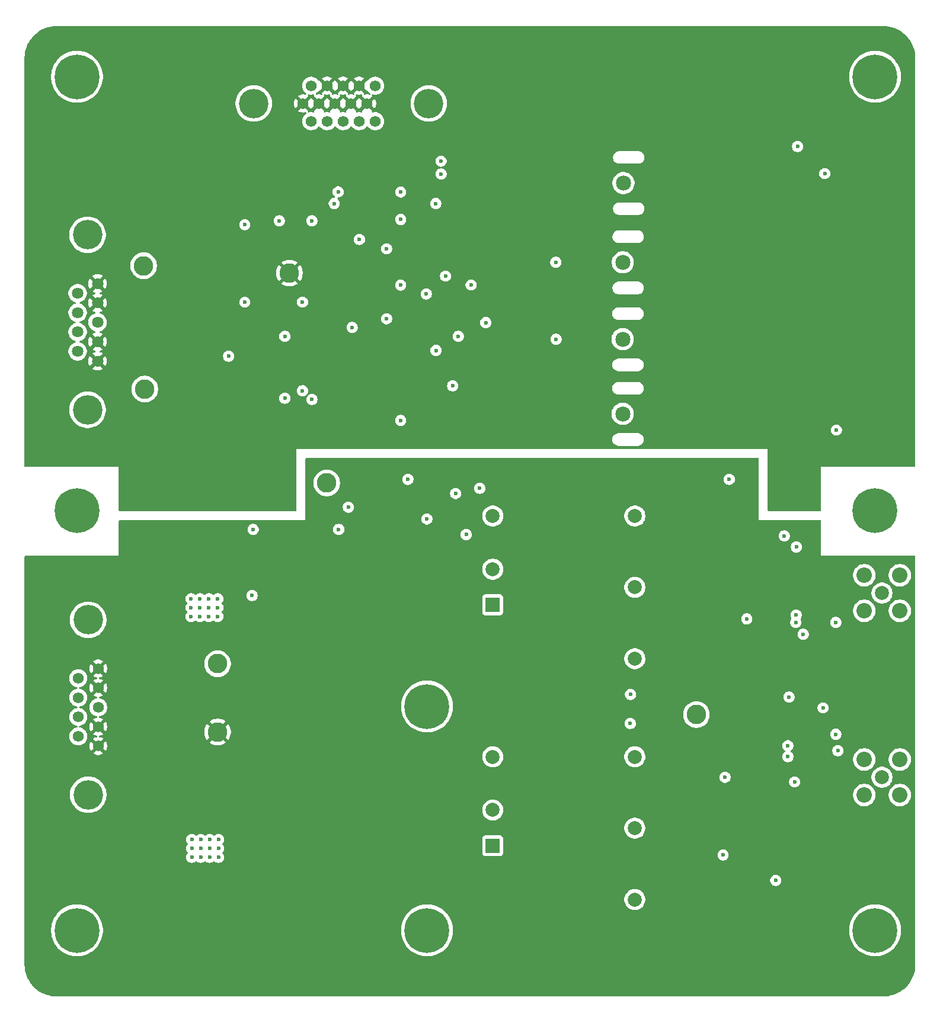
<source format=gbr>
%TF.GenerationSoftware,KiCad,Pcbnew,9.0.3*%
%TF.CreationDate,2025-09-17T10:51:30-04:00*%
%TF.ProjectId,4_COLD_TPC_SiPM_Pre_Amp,345f434f-4c44-45f5-9450-435f5369504d,rev?*%
%TF.SameCoordinates,Original*%
%TF.FileFunction,Copper,L2,Inr*%
%TF.FilePolarity,Positive*%
%FSLAX46Y46*%
G04 Gerber Fmt 4.6, Leading zero omitted, Abs format (unit mm)*
G04 Created by KiCad (PCBNEW 9.0.3) date 2025-09-17 10:51:30*
%MOMM*%
%LPD*%
G01*
G04 APERTURE LIST*
%TA.AperFunction,ComponentPad*%
%ADD10C,2.209800*%
%TD*%
%TA.AperFunction,ComponentPad*%
%ADD11C,2.006600*%
%TD*%
%TA.AperFunction,ComponentPad*%
%ADD12C,2.159000*%
%TD*%
%TA.AperFunction,ComponentPad*%
%ADD13C,2.000000*%
%TD*%
%TA.AperFunction,ComponentPad*%
%ADD14R,2.000000X2.000000*%
%TD*%
%TA.AperFunction,ComponentPad*%
%ADD15C,2.800000*%
%TD*%
%TA.AperFunction,ComponentPad*%
%ADD16C,6.400000*%
%TD*%
%TA.AperFunction,ComponentPad*%
%ADD17C,1.560000*%
%TD*%
%TA.AperFunction,ComponentPad*%
%ADD18C,4.216000*%
%TD*%
%TA.AperFunction,ComponentPad*%
%ADD19C,1.575000*%
%TD*%
%TA.AperFunction,ComponentPad*%
%ADD20C,1.635000*%
%TD*%
%TA.AperFunction,ViaPad*%
%ADD21C,0.600000*%
%TD*%
G04 APERTURE END LIST*
D10*
%TO.N,/SiPM/SiPM_LV_Supply/SiPM_LV_5V/V_P5V_OUT*%
%TO.C,J4*%
X252540000Y-158650000D03*
X247460000Y-158650000D03*
X247460000Y-153570000D03*
X252540000Y-153570000D03*
D11*
%TO.N,/SiPM/V_SiPM_LV_P2V5_OUT*%
X250000000Y-156110000D03*
%TD*%
D10*
%TO.N,/SiPM/SiPM_LV_Supply/SiPM_LV_5V/V_P5V_OUT*%
%TO.C,J5*%
X252540000Y-132320000D03*
X247460000Y-132320000D03*
X247460000Y-127240000D03*
X252540000Y-127240000D03*
D11*
%TO.N,/SiPM/V_SiPM_LV_M5V_OUT*%
X250000000Y-129780000D03*
%TD*%
D12*
%TO.N,Net-(P1-Pad1)*%
%TO.C,P1*%
X212960000Y-93500000D03*
%TD*%
%TO.N,Net-(M5-Pad3)*%
%TO.C,P2*%
X212960000Y-104170000D03*
%TD*%
%TO.N,Net-(P3-Pad1)*%
%TO.C,P3*%
X212970000Y-82510000D03*
%TD*%
%TO.N,Net-(M6-Pad3)*%
%TO.C,P4*%
X213060000Y-71180000D03*
%TD*%
D13*
%TO.N,/SiPM/SiPM_LV_Supply/SiPM_LV_5V/Enable*%
%TO.C,U3*%
X194387500Y-153190000D03*
%TO.N,/SiPM/SiPM_LV_Supply/SiPM_LV_5V/V_P5V_OUT*%
X214687500Y-153190000D03*
%TO.N,/SiPM/SiPM_LV_Supply/SiPM_LV_P3V3/TRIM*%
X214687500Y-163390000D03*
%TO.N,/SiPM/SiPM_LV_Supply/SiPM_LV_P3V3/V_P3V3_OUT*%
X214687500Y-173590000D03*
%TO.N,/SiPM/SiPM_LV_Supply/SiPM_LV_P3V3/V_RTN*%
X194387500Y-160790000D03*
D14*
%TO.N,/SiPM/SiPM_LV_Supply/SiPM_LV_P3V3/V_POS*%
X194387500Y-165890000D03*
%TD*%
D15*
%TO.N,/SiPM/SiPM_LV_Supply/SiPM_LV_5V/Enable*%
%TO.C,V_{EN}1*%
X170690000Y-114050000D03*
%TD*%
%TO.N,/SiPM/SiPM_LV_Supply/SiPM_LV_5V/V_P5V_OUT*%
%TO.C,V_{OUT_RTN}1*%
X223490000Y-147150000D03*
%TD*%
%TO.N,/SEC_PWR_RTN*%
%TO.C,+12V_RTN1*%
X155090000Y-149640000D03*
%TD*%
D16*
%TO.N,CHASSIS*%
%TO.C,H5*%
X135000000Y-56000000D03*
%TD*%
%TO.N,CHASSIS*%
%TO.C,H7*%
X249000000Y-118000000D03*
%TD*%
%TO.N,CHASSIS*%
%TO.C,H6*%
X249000000Y-178000000D03*
%TD*%
%TO.N,CHASSIS*%
%TO.C,H3*%
X185000000Y-146000000D03*
%TD*%
D15*
%TO.N,/P_SEC_TELEM_PWR*%
%TO.C,+5V1*%
X144520000Y-83000000D03*
%TD*%
D17*
%TO.N,/SEC_PWR_RTN*%
%TO.C,J1*%
X138030000Y-140575000D03*
X138030000Y-143345000D03*
%TO.N,unconnected-(J1-Pad3)*%
X138030000Y-146115000D03*
%TO.N,/SEC_PWR_RTN*%
X138030000Y-148885000D03*
X138030000Y-151655000D03*
%TO.N,/SEC_PWR_IN*%
X135190000Y-141960000D03*
X135190000Y-144730000D03*
X135190000Y-147500000D03*
X135190000Y-150270000D03*
D18*
%TO.N,CHASSIS*%
X136610000Y-133615000D03*
X136610000Y-158615000D03*
%TD*%
D19*
%TO.N,/SiPM_LV_Enable-*%
%TO.C,J3*%
X168434000Y-62350000D03*
%TO.N,/SiPM_LV_Enable+*%
X170724000Y-62350000D03*
%TO.N,/P2p5V_TELEM*%
X173014000Y-62350000D03*
%TO.N,/M5p0V_Telem*%
X175304000Y-62350000D03*
%TO.N,/P2p5_I_MON*%
X177594000Y-62350000D03*
%TO.N,/SEC_PWR_TELEM_RTN*%
X167289000Y-59810000D03*
X169579000Y-59810000D03*
X171869000Y-59810000D03*
X174159000Y-59810000D03*
X176449000Y-59810000D03*
%TO.N,/TEMP_TELEM*%
X168434000Y-57270000D03*
%TO.N,/SEC_PWR_TELEM_RTN*%
X170724000Y-57270000D03*
X173014000Y-57270000D03*
X175304000Y-57270000D03*
%TO.N,/M5V_I_MON*%
X177594000Y-57270000D03*
D18*
%TO.N,CHASSIS*%
X185255000Y-59810000D03*
X160265000Y-59810000D03*
%TD*%
D20*
%TO.N,/SEC_PWR_TELEM_RTN*%
%TO.C,J2*%
X137933250Y-96630000D03*
X137933250Y-93860000D03*
%TO.N,unconnected-(J2-Pad3)*%
X137933250Y-91090000D03*
%TO.N,/SEC_PWR_TELEM_RTN*%
X137933250Y-88320000D03*
X137933250Y-85550000D03*
%TO.N,/N_SEC_TELEM_PWR*%
X135093250Y-95245000D03*
X135093250Y-92475000D03*
%TO.N,/P_SEC_TELEM_PWR*%
X135093250Y-89705000D03*
X135093250Y-86935000D03*
D18*
%TO.N,CHASSIS*%
X136513250Y-78590000D03*
X136513250Y-103590000D03*
%TD*%
D16*
%TO.N,CHASSIS*%
%TO.C,H8*%
X135000000Y-118000000D03*
%TD*%
%TO.N,CHASSIS*%
%TO.C,H4*%
X185000000Y-178000000D03*
%TD*%
D15*
%TO.N,/SEC_PWR_IN*%
%TO.C,+12V1*%
X155090000Y-139890000D03*
%TD*%
%TO.N,/N_SEC_TELEM_PWR*%
%TO.C,-5V1*%
X144690000Y-100630000D03*
%TD*%
D16*
%TO.N,CHASSIS*%
%TO.C,H2*%
X135000000Y-178000000D03*
%TD*%
%TO.N,CHASSIS*%
%TO.C,H1*%
X249000000Y-56000000D03*
%TD*%
D15*
%TO.N,/SEC_PWR_TELEM_RTN*%
%TO.C,Telem_RTN1*%
X165350000Y-84050000D03*
%TD*%
D14*
%TO.N,/SiPM/SiPM_LV_Supply/SiPM_LV_5V/V_POS*%
%TO.C,U4*%
X194395000Y-131470000D03*
D13*
%TO.N,/SiPM/SiPM_LV_Supply/SiPM_LV_5V/V_RTN*%
X194395000Y-126370000D03*
%TO.N,/SiPM/SiPM_LV_Supply/SiPM_LV_5V/V_P5V_OUT*%
X214695000Y-139170000D03*
%TO.N,/SiPM/SiPM_LV_Supply/SiPM_LV_5V/TRIM*%
X214695000Y-128970000D03*
%TO.N,/SiPM/V_SiPM_LV_M5V*%
X214695000Y-118770000D03*
%TO.N,/SiPM/SiPM_LV_Supply/SiPM_LV_5V/Enable*%
X194395000Y-118770000D03*
%TD*%
D21*
%TO.N,/SiPM/V_SiPM_LV_M5V*%
X179230000Y-90580000D03*
X179234150Y-80580000D03*
X193394150Y-91130000D03*
X192540000Y-114820000D03*
%TO.N,/SiPM/V_TELEM_P3V3_OUT*%
X237680000Y-133980000D03*
X181240000Y-105120000D03*
X181240000Y-76390000D03*
X243400000Y-133990000D03*
X243480000Y-106490000D03*
X181240000Y-72460000D03*
X172310000Y-72450000D03*
X181234150Y-85760000D03*
X243400000Y-149970000D03*
X236550000Y-151610000D03*
X158970000Y-77145000D03*
%TO.N,/SiPM/V_SiPM_LV_P2V5*%
X187654150Y-84480000D03*
X228180000Y-113530000D03*
X184894150Y-87030000D03*
X182270000Y-113530000D03*
X237515000Y-156785000D03*
%TO.N,/SiPM/SiPM_LV_Supply/SiPM_LV_5V/Enable*%
X184990000Y-119200000D03*
X190600000Y-121430000D03*
X172390000Y-120700000D03*
%TO.N,/SiPM/V_TELEM_M3V3*%
X164690000Y-93100000D03*
X164690000Y-101940000D03*
X189480000Y-93100000D03*
X191304150Y-85750000D03*
%TO.N,/SiPM/SiPM_LV_Supply/SiPM_LV_5V/V_P5V_OUT*%
X227570000Y-156111400D03*
X234827500Y-170857500D03*
X227300000Y-167231400D03*
%TO.N,/SEC_PWR_RTN*%
X154017500Y-158820000D03*
X177800000Y-152400000D03*
X147320000Y-152400000D03*
X213360000Y-111760000D03*
X218440000Y-177800000D03*
X243840000Y-177800000D03*
X147320000Y-167640000D03*
X238760000Y-121920000D03*
X223520000Y-142240000D03*
X152400000Y-137160000D03*
X233680000Y-177800000D03*
X147320000Y-162560000D03*
X147320000Y-132080000D03*
X152635000Y-126775000D03*
X152747500Y-160090000D03*
X218440000Y-116840000D03*
X151365000Y-125505000D03*
X198120000Y-111760000D03*
X208280000Y-182880000D03*
X238760000Y-177800000D03*
X248920000Y-182880000D03*
X193040000Y-177800000D03*
X198120000Y-177800000D03*
X157480000Y-162560000D03*
X172720000Y-172720000D03*
X177800000Y-177800000D03*
X178250000Y-112050000D03*
X142240000Y-157480000D03*
X157480000Y-177800000D03*
X198120000Y-147320000D03*
X182880000Y-152400000D03*
X153905000Y-125505000D03*
X172720000Y-182880000D03*
X152400000Y-147320000D03*
X152400000Y-142240000D03*
X233680000Y-172720000D03*
X238760000Y-182880000D03*
X167640000Y-172720000D03*
X152400000Y-177800000D03*
X152400000Y-152400000D03*
X167640000Y-147320000D03*
X152747500Y-158820000D03*
X155175000Y-124235000D03*
X147320000Y-121920000D03*
X167640000Y-142240000D03*
X167640000Y-137160000D03*
X187960000Y-182880000D03*
X155287500Y-161360000D03*
X132080000Y-182880000D03*
X223520000Y-111760000D03*
X157480000Y-147320000D03*
X172720000Y-152400000D03*
X151365000Y-126775000D03*
X157480000Y-152400000D03*
X198120000Y-182880000D03*
X167640000Y-157480000D03*
X208280000Y-111760000D03*
X187960000Y-157480000D03*
X228600000Y-182880000D03*
X142240000Y-152400000D03*
X208280000Y-177800000D03*
X132080000Y-172720000D03*
X137160000Y-172720000D03*
X248920000Y-162560000D03*
X233680000Y-147320000D03*
X162560000Y-147320000D03*
X132080000Y-127000000D03*
X151477500Y-161360000D03*
X187960000Y-172720000D03*
X233680000Y-137160000D03*
X147320000Y-157480000D03*
X182880000Y-172720000D03*
X218440000Y-137160000D03*
X151477500Y-160090000D03*
X218440000Y-147320000D03*
X142240000Y-182880000D03*
X243840000Y-172720000D03*
X157480000Y-157480000D03*
X193040000Y-147320000D03*
X157480000Y-121920000D03*
X228600000Y-177800000D03*
X147320000Y-177800000D03*
X177800000Y-182880000D03*
X233680000Y-142240000D03*
X142240000Y-167640000D03*
X137160000Y-162560000D03*
X154017500Y-160090000D03*
X180140000Y-112050000D03*
X137160000Y-127000000D03*
X177800000Y-116840000D03*
X177800000Y-147320000D03*
X162560000Y-121920000D03*
X152747500Y-161360000D03*
X223520000Y-182880000D03*
X142240000Y-137160000D03*
X213360000Y-177800000D03*
X218440000Y-152400000D03*
X152400000Y-121920000D03*
X132080000Y-162560000D03*
X162560000Y-182880000D03*
X203200000Y-111760000D03*
X147320000Y-172720000D03*
X142240000Y-147320000D03*
X203200000Y-147320000D03*
X162560000Y-142240000D03*
X203200000Y-182880000D03*
X172720000Y-142240000D03*
X162560000Y-172720000D03*
X157480000Y-182880000D03*
X137160000Y-167640000D03*
X213360000Y-182880000D03*
X152400000Y-182880000D03*
X154017500Y-161360000D03*
X155175000Y-126775000D03*
X147320000Y-182880000D03*
X162560000Y-162560000D03*
X157480000Y-137160000D03*
X147320000Y-137160000D03*
X167640000Y-152400000D03*
X132080000Y-167640000D03*
X228600000Y-111760000D03*
X142240000Y-142240000D03*
X172720000Y-111760000D03*
X153905000Y-126775000D03*
X248920000Y-172720000D03*
X172720000Y-147320000D03*
X223520000Y-177800000D03*
X243840000Y-182880000D03*
X137160000Y-182880000D03*
X218440000Y-111760000D03*
X167640000Y-182880000D03*
X155287500Y-160090000D03*
X218440000Y-182880000D03*
X203200000Y-177800000D03*
X142240000Y-162560000D03*
X153905000Y-124235000D03*
X162560000Y-137160000D03*
X177800000Y-142240000D03*
X223520000Y-152400000D03*
X248920000Y-142240000D03*
X172720000Y-137160000D03*
X223520000Y-116840000D03*
X208280000Y-147320000D03*
X152635000Y-124235000D03*
X238760000Y-172720000D03*
X147320000Y-142240000D03*
X184980000Y-117850000D03*
X142240000Y-177800000D03*
X223520000Y-157480000D03*
X151477500Y-158820000D03*
X152635000Y-125505000D03*
X248920000Y-147320000D03*
X142240000Y-172720000D03*
X218440000Y-142240000D03*
X182880000Y-182880000D03*
X233680000Y-182880000D03*
X167640000Y-121920000D03*
X238760000Y-142240000D03*
X228600000Y-172720000D03*
X243840000Y-162560000D03*
X193040000Y-182880000D03*
X162560000Y-157480000D03*
X243840000Y-167640000D03*
X223520000Y-137160000D03*
X151365000Y-124235000D03*
X182880000Y-116840000D03*
X162560000Y-152400000D03*
X157480000Y-172720000D03*
X142240000Y-132080000D03*
X172720000Y-162560000D03*
X187960000Y-152400000D03*
X147320000Y-127000000D03*
X238760000Y-137160000D03*
X142240000Y-127000000D03*
X142240000Y-121920000D03*
X157480000Y-142240000D03*
X147320000Y-147320000D03*
X177800000Y-172720000D03*
X155175000Y-125505000D03*
X155287500Y-158820000D03*
X248920000Y-167640000D03*
%TO.N,CHASSIS*%
X214040000Y-148430000D03*
X214078000Y-144272000D03*
%TO.N,/SEC_PWR_TELEM_RTN*%
X198120000Y-50800000D03*
X132080000Y-60960000D03*
X152400000Y-55880000D03*
X203200000Y-96520000D03*
X147320000Y-76200000D03*
X203200000Y-86360000D03*
X228600000Y-101600000D03*
X223520000Y-60960000D03*
X243840000Y-91440000D03*
X223520000Y-50800000D03*
X248920000Y-66040000D03*
X198774150Y-80690000D03*
X208280000Y-50800000D03*
X228600000Y-60960000D03*
X238760000Y-60960000D03*
X243840000Y-50800000D03*
X243840000Y-60960000D03*
X213360000Y-55880000D03*
X157480000Y-66040000D03*
X248920000Y-101600000D03*
X157480000Y-71120000D03*
X157480000Y-116840000D03*
X152400000Y-116840000D03*
X203200000Y-106680000D03*
X218440000Y-101600000D03*
X238760000Y-111760000D03*
X233680000Y-91440000D03*
X147320000Y-50800000D03*
X248920000Y-91440000D03*
X218440000Y-86360000D03*
X177434150Y-80580000D03*
X228600000Y-86360000D03*
X223520000Y-101600000D03*
X198120000Y-106680000D03*
X172720000Y-81280000D03*
X142240000Y-71120000D03*
X142240000Y-76200000D03*
X162560000Y-86360000D03*
X162560000Y-76200000D03*
X153260000Y-94345000D03*
X218440000Y-60960000D03*
X198120000Y-101600000D03*
X193040000Y-60960000D03*
X162560000Y-111760000D03*
X233680000Y-50800000D03*
X147320000Y-60960000D03*
X243840000Y-86360000D03*
X147320000Y-106680000D03*
X172720000Y-96520000D03*
X218440000Y-91440000D03*
X233680000Y-101600000D03*
X147320000Y-66040000D03*
X152400000Y-111760000D03*
X218440000Y-81280000D03*
X228600000Y-55880000D03*
X203200000Y-101600000D03*
X236550000Y-153160000D03*
X213360000Y-50800000D03*
X223520000Y-76200000D03*
X228600000Y-71120000D03*
X223520000Y-86360000D03*
X218440000Y-50800000D03*
X162560000Y-81280000D03*
X147320000Y-116840000D03*
X248920000Y-81280000D03*
X243840000Y-55880000D03*
X203200000Y-91440000D03*
X152240000Y-77120000D03*
X223520000Y-81280000D03*
X243840000Y-101600000D03*
X194129150Y-97274800D03*
X198120000Y-76200000D03*
X137160000Y-71120000D03*
X152400000Y-66040000D03*
X233680000Y-86360000D03*
X178250000Y-107630000D03*
X233680000Y-55880000D03*
X208280000Y-60960000D03*
X236050000Y-121620000D03*
X132080000Y-71120000D03*
X142240000Y-106680000D03*
X243690000Y-152310000D03*
X203200000Y-60960000D03*
X137160000Y-60960000D03*
X172310000Y-70370000D03*
X176630000Y-85760000D03*
X142240000Y-50800000D03*
X168540000Y-106950000D03*
X159900000Y-106580000D03*
X243840000Y-96520000D03*
X150980000Y-101385000D03*
X157480000Y-111760000D03*
X193040000Y-55880000D03*
X150680000Y-81065000D03*
X203200000Y-55880000D03*
X213360000Y-60960000D03*
X132080000Y-66040000D03*
X162560000Y-106680000D03*
X193040000Y-50800000D03*
X233680000Y-60960000D03*
X193040000Y-71120000D03*
X198120000Y-71120000D03*
X243840000Y-71120000D03*
X155600000Y-89765000D03*
X223520000Y-91440000D03*
X177800000Y-96520000D03*
X228600000Y-91440000D03*
X142240000Y-91440000D03*
X162560000Y-66040000D03*
X248920000Y-76200000D03*
X142240000Y-96520000D03*
X233680000Y-71120000D03*
X237740000Y-132930000D03*
X142240000Y-66040000D03*
X238760000Y-55880000D03*
X172720000Y-91440000D03*
X142240000Y-60960000D03*
X223520000Y-96520000D03*
X248920000Y-106680000D03*
X182880000Y-96520000D03*
X193184150Y-80420000D03*
X152400000Y-106680000D03*
X152400000Y-50800000D03*
X198120000Y-60960000D03*
X228600000Y-96520000D03*
X248920000Y-86360000D03*
X152400000Y-71120000D03*
X243840000Y-66040000D03*
X142240000Y-111760000D03*
X233680000Y-76200000D03*
X172720000Y-106680000D03*
X180140000Y-107630000D03*
X248920000Y-50800000D03*
X198120000Y-55880000D03*
X177800000Y-71120000D03*
X233680000Y-96520000D03*
X230680000Y-133480000D03*
X162560000Y-91440000D03*
X147320000Y-91440000D03*
X203200000Y-71120000D03*
X161820000Y-94695000D03*
X198120000Y-86360000D03*
X142240000Y-55880000D03*
X203200000Y-76200000D03*
X183380000Y-99790000D03*
X137160000Y-66040000D03*
X147320000Y-55880000D03*
X233680000Y-81280000D03*
X238760000Y-50800000D03*
X218440000Y-71120000D03*
X243840000Y-81280000D03*
X218440000Y-55880000D03*
X228600000Y-50800000D03*
X198120000Y-91440000D03*
X248920000Y-96520000D03*
X208280000Y-55880000D03*
X218440000Y-96520000D03*
X195264150Y-91120000D03*
X248920000Y-60960000D03*
X177800000Y-76200000D03*
X162560000Y-116840000D03*
X223520000Y-55880000D03*
X196164150Y-85750000D03*
X147320000Y-111760000D03*
X152400000Y-60960000D03*
X193040000Y-76200000D03*
X187960000Y-76200000D03*
X142240000Y-116840000D03*
X147320000Y-71120000D03*
X162560000Y-71120000D03*
X228600000Y-76200000D03*
X172720000Y-86360000D03*
X147320000Y-96520000D03*
X203200000Y-50800000D03*
X223520000Y-71120000D03*
X228600000Y-81280000D03*
X243840000Y-76200000D03*
X236720000Y-144650000D03*
X218440000Y-76200000D03*
X248920000Y-71120000D03*
%TO.N,/SEC_PWR_IN*%
X152667500Y-166300000D03*
X155115000Y-133150000D03*
X155207500Y-167570000D03*
X153845000Y-130610000D03*
X151305000Y-130610000D03*
X155207500Y-165030000D03*
X153937500Y-165030000D03*
X152667500Y-167570000D03*
X151305000Y-131880000D03*
X153937500Y-167570000D03*
X153845000Y-131880000D03*
X152575000Y-131880000D03*
X151397500Y-167570000D03*
X151397500Y-166300000D03*
X152575000Y-130610000D03*
X152667500Y-165030000D03*
X151305000Y-133150000D03*
X155207500Y-166300000D03*
X153845000Y-133150000D03*
X155115000Y-131880000D03*
X152575000Y-133150000D03*
X151397500Y-165030000D03*
X153937500Y-166300000D03*
X160020000Y-130140000D03*
X160160000Y-120700000D03*
X155115000Y-130610000D03*
%TO.N,Net-(M2-Pad1)*%
X189080000Y-115560000D03*
X173770000Y-117510000D03*
%TO.N,/P2p5V_TELEM*%
X174310000Y-91820000D03*
%TO.N,/M5p0V_Telem*%
X175350000Y-79240000D03*
%TO.N,/TEMP_TELEM*%
X163910000Y-76580000D03*
X168570000Y-102120000D03*
X168570000Y-76570000D03*
%TO.N,Net-(C2-Pad2)*%
X241820000Y-69830000D03*
X187017482Y-69884549D03*
X241580000Y-146200000D03*
%TO.N,Net-(U9-OUT)*%
X238740000Y-135680000D03*
%TO.N,Net-(C31-Pad2)*%
X237950000Y-65950000D03*
X237770000Y-123210000D03*
X187000000Y-68050000D03*
%TO.N,/P_SEC_TELEM_PWR*%
X203440000Y-93510000D03*
X188670000Y-100170000D03*
X203400000Y-82510200D03*
X167220000Y-88200000D03*
X158971400Y-88205000D03*
X167220000Y-100870000D03*
%TO.N,/SiPM/SiPM_LV_Supply/SiPM_LV_Enable*%
X186280000Y-95110000D03*
X171750000Y-74110000D03*
X186260000Y-74110000D03*
%TO.N,/N_SEC_TELEM_PWR*%
X156660000Y-95925000D03*
%TD*%
%TA.AperFunction,Conductor*%
%TO.N,/SEC_PWR_RTN*%
G36*
X232353039Y-110509685D02*
G01*
X232398794Y-110562489D01*
X232410000Y-110614000D01*
X232410000Y-119380000D01*
X241176000Y-119380000D01*
X241243039Y-119399685D01*
X241288794Y-119452489D01*
X241300000Y-119504000D01*
X241300000Y-124460000D01*
X254645500Y-124460000D01*
X254712539Y-124479685D01*
X254758294Y-124532489D01*
X254769500Y-124584000D01*
X254769500Y-182877293D01*
X254769382Y-182882702D01*
X254752310Y-183273723D01*
X254751367Y-183284500D01*
X254700634Y-183669848D01*
X254698756Y-183680501D01*
X254614628Y-184059978D01*
X254611828Y-184070427D01*
X254494949Y-184441120D01*
X254491249Y-184451285D01*
X254342507Y-184810381D01*
X254337935Y-184820185D01*
X254158465Y-185164942D01*
X254153057Y-185174310D01*
X253944213Y-185502130D01*
X253938008Y-185510991D01*
X253701394Y-185819353D01*
X253694440Y-185827640D01*
X253431853Y-186114204D01*
X253424204Y-186121853D01*
X253137640Y-186384440D01*
X253129353Y-186391394D01*
X252820991Y-186628008D01*
X252812130Y-186634213D01*
X252484310Y-186843057D01*
X252474942Y-186848465D01*
X252130185Y-187027935D01*
X252120381Y-187032507D01*
X251761285Y-187181249D01*
X251751120Y-187184949D01*
X251380427Y-187301828D01*
X251369978Y-187304628D01*
X250990501Y-187388756D01*
X250979848Y-187390634D01*
X250594500Y-187441367D01*
X250583723Y-187442310D01*
X250192703Y-187459382D01*
X250187294Y-187459500D01*
X132082706Y-187459500D01*
X132077297Y-187459382D01*
X131686276Y-187442310D01*
X131675501Y-187441367D01*
X131586792Y-187429688D01*
X131290151Y-187390634D01*
X131279498Y-187388756D01*
X130900021Y-187304628D01*
X130889572Y-187301828D01*
X130518879Y-187184949D01*
X130508714Y-187181249D01*
X130149618Y-187032507D01*
X130139814Y-187027935D01*
X129795057Y-186848465D01*
X129785689Y-186843057D01*
X129457869Y-186634213D01*
X129449008Y-186628008D01*
X129140646Y-186391394D01*
X129132359Y-186384440D01*
X128845795Y-186121853D01*
X128838146Y-186114204D01*
X128575559Y-185827640D01*
X128568605Y-185819353D01*
X128331991Y-185510991D01*
X128325786Y-185502130D01*
X128116942Y-185174310D01*
X128111534Y-185164942D01*
X127932064Y-184820185D01*
X127927492Y-184810381D01*
X127778744Y-184451270D01*
X127775055Y-184441135D01*
X127658168Y-184070416D01*
X127655374Y-184059990D01*
X127571241Y-183680493D01*
X127569365Y-183669848D01*
X127518630Y-183284477D01*
X127517690Y-183273742D01*
X127500618Y-182882701D01*
X127500500Y-182877293D01*
X127500500Y-177818209D01*
X131299500Y-177818209D01*
X131299500Y-178181790D01*
X131335137Y-178543630D01*
X131406064Y-178900212D01*
X131406067Y-178900223D01*
X131511614Y-179248165D01*
X131650754Y-179584078D01*
X131650756Y-179584083D01*
X131822140Y-179904720D01*
X131822151Y-179904738D01*
X132024140Y-180207035D01*
X132024150Y-180207049D01*
X132254807Y-180488106D01*
X132511893Y-180745192D01*
X132511898Y-180745196D01*
X132511899Y-180745197D01*
X132792956Y-180975854D01*
X133095268Y-181177853D01*
X133095277Y-181177858D01*
X133095279Y-181177859D01*
X133415916Y-181349243D01*
X133415918Y-181349243D01*
X133415924Y-181349247D01*
X133751836Y-181488386D01*
X134099767Y-181593930D01*
X134099773Y-181593931D01*
X134099776Y-181593932D01*
X134099787Y-181593935D01*
X134456369Y-181664862D01*
X134818206Y-181700500D01*
X134818209Y-181700500D01*
X135181791Y-181700500D01*
X135181794Y-181700500D01*
X135543631Y-181664862D01*
X135613045Y-181651054D01*
X135900212Y-181593935D01*
X135900223Y-181593932D01*
X135900223Y-181593931D01*
X135900233Y-181593930D01*
X136248164Y-181488386D01*
X136584076Y-181349247D01*
X136904732Y-181177853D01*
X137207044Y-180975854D01*
X137488101Y-180745197D01*
X137745197Y-180488101D01*
X137975854Y-180207044D01*
X138177853Y-179904732D01*
X138349247Y-179584076D01*
X138488386Y-179248164D01*
X138593930Y-178900233D01*
X138593932Y-178900223D01*
X138593935Y-178900212D01*
X138664862Y-178543630D01*
X138700500Y-178181790D01*
X138700500Y-177818209D01*
X181299500Y-177818209D01*
X181299500Y-178181790D01*
X181335137Y-178543630D01*
X181406064Y-178900212D01*
X181406067Y-178900223D01*
X181511614Y-179248165D01*
X181650754Y-179584078D01*
X181650756Y-179584083D01*
X181822140Y-179904720D01*
X181822151Y-179904738D01*
X182024140Y-180207035D01*
X182024150Y-180207049D01*
X182254807Y-180488106D01*
X182511893Y-180745192D01*
X182511898Y-180745196D01*
X182511899Y-180745197D01*
X182792956Y-180975854D01*
X183095268Y-181177853D01*
X183095277Y-181177858D01*
X183095279Y-181177859D01*
X183415916Y-181349243D01*
X183415918Y-181349243D01*
X183415924Y-181349247D01*
X183751836Y-181488386D01*
X184099767Y-181593930D01*
X184099773Y-181593931D01*
X184099776Y-181593932D01*
X184099787Y-181593935D01*
X184456369Y-181664862D01*
X184818206Y-181700500D01*
X184818209Y-181700500D01*
X185181791Y-181700500D01*
X185181794Y-181700500D01*
X185543631Y-181664862D01*
X185613045Y-181651054D01*
X185900212Y-181593935D01*
X185900223Y-181593932D01*
X185900223Y-181593931D01*
X185900233Y-181593930D01*
X186248164Y-181488386D01*
X186584076Y-181349247D01*
X186904732Y-181177853D01*
X187207044Y-180975854D01*
X187488101Y-180745197D01*
X187745197Y-180488101D01*
X187975854Y-180207044D01*
X188177853Y-179904732D01*
X188349247Y-179584076D01*
X188488386Y-179248164D01*
X188593930Y-178900233D01*
X188593932Y-178900223D01*
X188593935Y-178900212D01*
X188664862Y-178543630D01*
X188700500Y-178181790D01*
X188700500Y-177818209D01*
X245299500Y-177818209D01*
X245299500Y-178181790D01*
X245335137Y-178543630D01*
X245406064Y-178900212D01*
X245406067Y-178900223D01*
X245511614Y-179248165D01*
X245650754Y-179584078D01*
X245650756Y-179584083D01*
X245822140Y-179904720D01*
X245822151Y-179904738D01*
X246024140Y-180207035D01*
X246024150Y-180207049D01*
X246254807Y-180488106D01*
X246511893Y-180745192D01*
X246511898Y-180745196D01*
X246511899Y-180745197D01*
X246792956Y-180975854D01*
X247095268Y-181177853D01*
X247095277Y-181177858D01*
X247095279Y-181177859D01*
X247415916Y-181349243D01*
X247415918Y-181349243D01*
X247415924Y-181349247D01*
X247751836Y-181488386D01*
X248099767Y-181593930D01*
X248099773Y-181593931D01*
X248099776Y-181593932D01*
X248099787Y-181593935D01*
X248456369Y-181664862D01*
X248818206Y-181700500D01*
X248818209Y-181700500D01*
X249181791Y-181700500D01*
X249181794Y-181700500D01*
X249543631Y-181664862D01*
X249613045Y-181651054D01*
X249900212Y-181593935D01*
X249900223Y-181593932D01*
X249900223Y-181593931D01*
X249900233Y-181593930D01*
X250248164Y-181488386D01*
X250584076Y-181349247D01*
X250904732Y-181177853D01*
X251207044Y-180975854D01*
X251488101Y-180745197D01*
X251745197Y-180488101D01*
X251975854Y-180207044D01*
X252177853Y-179904732D01*
X252349247Y-179584076D01*
X252488386Y-179248164D01*
X252593930Y-178900233D01*
X252593932Y-178900223D01*
X252593935Y-178900212D01*
X252664862Y-178543630D01*
X252700500Y-178181790D01*
X252700500Y-177818209D01*
X252664862Y-177456369D01*
X252593935Y-177099787D01*
X252593932Y-177099776D01*
X252593931Y-177099773D01*
X252593930Y-177099767D01*
X252488386Y-176751836D01*
X252349247Y-176415924D01*
X252177853Y-176095268D01*
X251975854Y-175792956D01*
X251745197Y-175511899D01*
X251745196Y-175511898D01*
X251745192Y-175511893D01*
X251488106Y-175254807D01*
X251207049Y-175024150D01*
X251207048Y-175024149D01*
X251207044Y-175024146D01*
X250904732Y-174822147D01*
X250904727Y-174822144D01*
X250904720Y-174822140D01*
X250584083Y-174650756D01*
X250584078Y-174650754D01*
X250248165Y-174511614D01*
X249900223Y-174406067D01*
X249900212Y-174406064D01*
X249543630Y-174335137D01*
X249271111Y-174308296D01*
X249181794Y-174299500D01*
X248818206Y-174299500D01*
X248735679Y-174307628D01*
X248456369Y-174335137D01*
X248099787Y-174406064D01*
X248099776Y-174406067D01*
X247751834Y-174511614D01*
X247415921Y-174650754D01*
X247415916Y-174650756D01*
X247095279Y-174822140D01*
X247095261Y-174822151D01*
X246792964Y-175024140D01*
X246792950Y-175024150D01*
X246511893Y-175254807D01*
X246254807Y-175511893D01*
X246024150Y-175792950D01*
X246024140Y-175792964D01*
X245822151Y-176095261D01*
X245822140Y-176095279D01*
X245650756Y-176415916D01*
X245650754Y-176415921D01*
X245511614Y-176751834D01*
X245406067Y-177099776D01*
X245406064Y-177099787D01*
X245335137Y-177456369D01*
X245299500Y-177818209D01*
X188700500Y-177818209D01*
X188664862Y-177456369D01*
X188593935Y-177099787D01*
X188593932Y-177099776D01*
X188593931Y-177099773D01*
X188593930Y-177099767D01*
X188488386Y-176751836D01*
X188349247Y-176415924D01*
X188177853Y-176095268D01*
X187975854Y-175792956D01*
X187745197Y-175511899D01*
X187745196Y-175511898D01*
X187745192Y-175511893D01*
X187488106Y-175254807D01*
X187207049Y-175024150D01*
X187207048Y-175024149D01*
X187207044Y-175024146D01*
X186904732Y-174822147D01*
X186904727Y-174822144D01*
X186904720Y-174822140D01*
X186584083Y-174650756D01*
X186584078Y-174650754D01*
X186248165Y-174511614D01*
X185900223Y-174406067D01*
X185900212Y-174406064D01*
X185543630Y-174335137D01*
X185271111Y-174308296D01*
X185181794Y-174299500D01*
X184818206Y-174299500D01*
X184735679Y-174307628D01*
X184456369Y-174335137D01*
X184099787Y-174406064D01*
X184099776Y-174406067D01*
X183751834Y-174511614D01*
X183415921Y-174650754D01*
X183415916Y-174650756D01*
X183095279Y-174822140D01*
X183095261Y-174822151D01*
X182792964Y-175024140D01*
X182792950Y-175024150D01*
X182511893Y-175254807D01*
X182254807Y-175511893D01*
X182024150Y-175792950D01*
X182024140Y-175792964D01*
X181822151Y-176095261D01*
X181822140Y-176095279D01*
X181650756Y-176415916D01*
X181650754Y-176415921D01*
X181511614Y-176751834D01*
X181406067Y-177099776D01*
X181406064Y-177099787D01*
X181335137Y-177456369D01*
X181299500Y-177818209D01*
X138700500Y-177818209D01*
X138664862Y-177456369D01*
X138593935Y-177099787D01*
X138593932Y-177099776D01*
X138593931Y-177099773D01*
X138593930Y-177099767D01*
X138488386Y-176751836D01*
X138349247Y-176415924D01*
X138177853Y-176095268D01*
X137975854Y-175792956D01*
X137745197Y-175511899D01*
X137745196Y-175511898D01*
X137745192Y-175511893D01*
X137488106Y-175254807D01*
X137207049Y-175024150D01*
X137207048Y-175024149D01*
X137207044Y-175024146D01*
X136904732Y-174822147D01*
X136904727Y-174822144D01*
X136904720Y-174822140D01*
X136584083Y-174650756D01*
X136584078Y-174650754D01*
X136248165Y-174511614D01*
X135900223Y-174406067D01*
X135900212Y-174406064D01*
X135543630Y-174335137D01*
X135271111Y-174308296D01*
X135181794Y-174299500D01*
X134818206Y-174299500D01*
X134735679Y-174307628D01*
X134456369Y-174335137D01*
X134099787Y-174406064D01*
X134099776Y-174406067D01*
X133751834Y-174511614D01*
X133415921Y-174650754D01*
X133415916Y-174650756D01*
X133095279Y-174822140D01*
X133095261Y-174822151D01*
X132792964Y-175024140D01*
X132792950Y-175024150D01*
X132511893Y-175254807D01*
X132254807Y-175511893D01*
X132024150Y-175792950D01*
X132024140Y-175792964D01*
X131822151Y-176095261D01*
X131822140Y-176095279D01*
X131650756Y-176415916D01*
X131650754Y-176415921D01*
X131511614Y-176751834D01*
X131406067Y-177099776D01*
X131406064Y-177099787D01*
X131335137Y-177456369D01*
X131299500Y-177818209D01*
X127500500Y-177818209D01*
X127500500Y-173471902D01*
X213187000Y-173471902D01*
X213187000Y-173708097D01*
X213223946Y-173941368D01*
X213296933Y-174165996D01*
X213383116Y-174335138D01*
X213404157Y-174376433D01*
X213542983Y-174567510D01*
X213709990Y-174734517D01*
X213901067Y-174873343D01*
X214000491Y-174924002D01*
X214111503Y-174980566D01*
X214111505Y-174980566D01*
X214111508Y-174980568D01*
X214231912Y-175019689D01*
X214336131Y-175053553D01*
X214569403Y-175090500D01*
X214569408Y-175090500D01*
X214805597Y-175090500D01*
X215038868Y-175053553D01*
X215263492Y-174980568D01*
X215473933Y-174873343D01*
X215665010Y-174734517D01*
X215832017Y-174567510D01*
X215970843Y-174376433D01*
X216078068Y-174165992D01*
X216151053Y-173941368D01*
X216188000Y-173708097D01*
X216188000Y-173471902D01*
X216151053Y-173238631D01*
X216078066Y-173014003D01*
X215970842Y-172803566D01*
X215832017Y-172612490D01*
X215665010Y-172445483D01*
X215473933Y-172306657D01*
X215263496Y-172199433D01*
X215038868Y-172126446D01*
X214805597Y-172089500D01*
X214805592Y-172089500D01*
X214569408Y-172089500D01*
X214569403Y-172089500D01*
X214336131Y-172126446D01*
X214111503Y-172199433D01*
X213901066Y-172306657D01*
X213792050Y-172385862D01*
X213709990Y-172445483D01*
X213709988Y-172445485D01*
X213709987Y-172445485D01*
X213542985Y-172612487D01*
X213542985Y-172612488D01*
X213542983Y-172612490D01*
X213483362Y-172694550D01*
X213404157Y-172803566D01*
X213296933Y-173014003D01*
X213223946Y-173238631D01*
X213187000Y-173471902D01*
X127500500Y-173471902D01*
X127500500Y-170778653D01*
X234027000Y-170778653D01*
X234027000Y-170936346D01*
X234057761Y-171090989D01*
X234057764Y-171091001D01*
X234118102Y-171236672D01*
X234118109Y-171236685D01*
X234205710Y-171367788D01*
X234205713Y-171367792D01*
X234317207Y-171479286D01*
X234317211Y-171479289D01*
X234448314Y-171566890D01*
X234448327Y-171566897D01*
X234593998Y-171627235D01*
X234594003Y-171627237D01*
X234748653Y-171657999D01*
X234748656Y-171658000D01*
X234748658Y-171658000D01*
X234906344Y-171658000D01*
X234906345Y-171657999D01*
X235060997Y-171627237D01*
X235206679Y-171566894D01*
X235337789Y-171479289D01*
X235449289Y-171367789D01*
X235536894Y-171236679D01*
X235597237Y-171090997D01*
X235628000Y-170936342D01*
X235628000Y-170778658D01*
X235628000Y-170778655D01*
X235627999Y-170778653D01*
X235597238Y-170624010D01*
X235597237Y-170624003D01*
X235597235Y-170623998D01*
X235536897Y-170478327D01*
X235536890Y-170478314D01*
X235449289Y-170347211D01*
X235449286Y-170347207D01*
X235337792Y-170235713D01*
X235337788Y-170235710D01*
X235206685Y-170148109D01*
X235206672Y-170148102D01*
X235061001Y-170087764D01*
X235060989Y-170087761D01*
X234906345Y-170057000D01*
X234906342Y-170057000D01*
X234748658Y-170057000D01*
X234748655Y-170057000D01*
X234594010Y-170087761D01*
X234593998Y-170087764D01*
X234448327Y-170148102D01*
X234448314Y-170148109D01*
X234317211Y-170235710D01*
X234317207Y-170235713D01*
X234205713Y-170347207D01*
X234205710Y-170347211D01*
X234118109Y-170478314D01*
X234118102Y-170478327D01*
X234057764Y-170623998D01*
X234057761Y-170624010D01*
X234027000Y-170778653D01*
X127500500Y-170778653D01*
X127500500Y-164951153D01*
X150597000Y-164951153D01*
X150597000Y-165108846D01*
X150627761Y-165263489D01*
X150627764Y-165263501D01*
X150688102Y-165409172D01*
X150688109Y-165409185D01*
X150775710Y-165540288D01*
X150775713Y-165540292D01*
X150812740Y-165577319D01*
X150846225Y-165638642D01*
X150841241Y-165708334D01*
X150812740Y-165752681D01*
X150775713Y-165789707D01*
X150775710Y-165789711D01*
X150688109Y-165920814D01*
X150688102Y-165920827D01*
X150627764Y-166066498D01*
X150627761Y-166066510D01*
X150597000Y-166221153D01*
X150597000Y-166378846D01*
X150627761Y-166533489D01*
X150627764Y-166533501D01*
X150688102Y-166679172D01*
X150688109Y-166679185D01*
X150775710Y-166810288D01*
X150775713Y-166810292D01*
X150812740Y-166847319D01*
X150846225Y-166908642D01*
X150841241Y-166978334D01*
X150812740Y-167022681D01*
X150775713Y-167059707D01*
X150775710Y-167059711D01*
X150688109Y-167190814D01*
X150688102Y-167190827D01*
X150627764Y-167336498D01*
X150627761Y-167336510D01*
X150597000Y-167491153D01*
X150597000Y-167648846D01*
X150627761Y-167803489D01*
X150627764Y-167803501D01*
X150688102Y-167949172D01*
X150688109Y-167949185D01*
X150775710Y-168080288D01*
X150775713Y-168080292D01*
X150887207Y-168191786D01*
X150887211Y-168191789D01*
X151018314Y-168279390D01*
X151018327Y-168279397D01*
X151163998Y-168339735D01*
X151164003Y-168339737D01*
X151318653Y-168370499D01*
X151318656Y-168370500D01*
X151318658Y-168370500D01*
X151476344Y-168370500D01*
X151476345Y-168370499D01*
X151630997Y-168339737D01*
X151776679Y-168279394D01*
X151907789Y-168191789D01*
X151907792Y-168191786D01*
X151944819Y-168154760D01*
X152006142Y-168121275D01*
X152075834Y-168126259D01*
X152120181Y-168154760D01*
X152157207Y-168191786D01*
X152157211Y-168191789D01*
X152288314Y-168279390D01*
X152288327Y-168279397D01*
X152433998Y-168339735D01*
X152434003Y-168339737D01*
X152588653Y-168370499D01*
X152588656Y-168370500D01*
X152588658Y-168370500D01*
X152746344Y-168370500D01*
X152746345Y-168370499D01*
X152900997Y-168339737D01*
X153046679Y-168279394D01*
X153177789Y-168191789D01*
X153177792Y-168191786D01*
X153214819Y-168154760D01*
X153276142Y-168121275D01*
X153345834Y-168126259D01*
X153390181Y-168154760D01*
X153427207Y-168191786D01*
X153427211Y-168191789D01*
X153558314Y-168279390D01*
X153558327Y-168279397D01*
X153703998Y-168339735D01*
X153704003Y-168339737D01*
X153858653Y-168370499D01*
X153858656Y-168370500D01*
X153858658Y-168370500D01*
X154016344Y-168370500D01*
X154016345Y-168370499D01*
X154170997Y-168339737D01*
X154316679Y-168279394D01*
X154447789Y-168191789D01*
X154447792Y-168191786D01*
X154484819Y-168154760D01*
X154546142Y-168121275D01*
X154615834Y-168126259D01*
X154660181Y-168154760D01*
X154697207Y-168191786D01*
X154697211Y-168191789D01*
X154828314Y-168279390D01*
X154828327Y-168279397D01*
X154973998Y-168339735D01*
X154974003Y-168339737D01*
X155128653Y-168370499D01*
X155128656Y-168370500D01*
X155128658Y-168370500D01*
X155286344Y-168370500D01*
X155286345Y-168370499D01*
X155440997Y-168339737D01*
X155586679Y-168279394D01*
X155717789Y-168191789D01*
X155829289Y-168080289D01*
X155916894Y-167949179D01*
X155977237Y-167803497D01*
X156008000Y-167648842D01*
X156008000Y-167491158D01*
X156008000Y-167491155D01*
X156007999Y-167491153D01*
X156002775Y-167464889D01*
X155977237Y-167336503D01*
X155976116Y-167333796D01*
X155916897Y-167190827D01*
X155916890Y-167190814D01*
X155829289Y-167059711D01*
X155829286Y-167059707D01*
X155792260Y-167022681D01*
X155758775Y-166961358D01*
X155763759Y-166891666D01*
X155792260Y-166847319D01*
X155829286Y-166810292D01*
X155829289Y-166810289D01*
X155916894Y-166679179D01*
X155977237Y-166533497D01*
X156008000Y-166378842D01*
X156008000Y-166221158D01*
X156008000Y-166221155D01*
X156007999Y-166221153D01*
X155977238Y-166066510D01*
X155977237Y-166066503D01*
X155977235Y-166066498D01*
X155916897Y-165920827D01*
X155916890Y-165920814D01*
X155829289Y-165789711D01*
X155829286Y-165789707D01*
X155792260Y-165752681D01*
X155758775Y-165691358D01*
X155763759Y-165621666D01*
X155792260Y-165577319D01*
X155829286Y-165540292D01*
X155829289Y-165540289D01*
X155916894Y-165409179D01*
X155977237Y-165263497D01*
X156008000Y-165108842D01*
X156008000Y-164951158D01*
X156008000Y-164951155D01*
X155990464Y-164862998D01*
X155990464Y-164862997D01*
X155986314Y-164842135D01*
X192887000Y-164842135D01*
X192887000Y-166937870D01*
X192887001Y-166937876D01*
X192893408Y-166997483D01*
X192943702Y-167132328D01*
X192943706Y-167132335D01*
X193029952Y-167247544D01*
X193029955Y-167247547D01*
X193145164Y-167333793D01*
X193145171Y-167333797D01*
X193280017Y-167384091D01*
X193280016Y-167384091D01*
X193286944Y-167384835D01*
X193339627Y-167390500D01*
X195435372Y-167390499D01*
X195494983Y-167384091D01*
X195629831Y-167333796D01*
X195745046Y-167247546D01*
X195816158Y-167152553D01*
X226499500Y-167152553D01*
X226499500Y-167310246D01*
X226530261Y-167464889D01*
X226530264Y-167464901D01*
X226590602Y-167610572D01*
X226590609Y-167610585D01*
X226678210Y-167741688D01*
X226678213Y-167741692D01*
X226789707Y-167853186D01*
X226789711Y-167853189D01*
X226920814Y-167940790D01*
X226920827Y-167940797D01*
X227066498Y-168001135D01*
X227066503Y-168001137D01*
X227221153Y-168031899D01*
X227221156Y-168031900D01*
X227221158Y-168031900D01*
X227378844Y-168031900D01*
X227378845Y-168031899D01*
X227533497Y-168001137D01*
X227679179Y-167940794D01*
X227810289Y-167853189D01*
X227921789Y-167741689D01*
X228009394Y-167610579D01*
X228069737Y-167464897D01*
X228100500Y-167310242D01*
X228100500Y-167152558D01*
X228100500Y-167152555D01*
X228100499Y-167152553D01*
X228082031Y-167059711D01*
X228069737Y-166997903D01*
X228038210Y-166921789D01*
X228009397Y-166852227D01*
X228009390Y-166852214D01*
X227921789Y-166721111D01*
X227921786Y-166721107D01*
X227810292Y-166609613D01*
X227810288Y-166609610D01*
X227679185Y-166522009D01*
X227679172Y-166522002D01*
X227533501Y-166461664D01*
X227533489Y-166461661D01*
X227378845Y-166430900D01*
X227378842Y-166430900D01*
X227221158Y-166430900D01*
X227221155Y-166430900D01*
X227066510Y-166461661D01*
X227066498Y-166461664D01*
X226920827Y-166522002D01*
X226920814Y-166522009D01*
X226789711Y-166609610D01*
X226789707Y-166609613D01*
X226678213Y-166721107D01*
X226678210Y-166721111D01*
X226590609Y-166852214D01*
X226590602Y-166852227D01*
X226530264Y-166997898D01*
X226530261Y-166997910D01*
X226499500Y-167152553D01*
X195816158Y-167152553D01*
X195831296Y-167132331D01*
X195842187Y-167103132D01*
X195842188Y-167103130D01*
X195872193Y-167022681D01*
X195881591Y-166997483D01*
X195888000Y-166937873D01*
X195887999Y-164842128D01*
X195881591Y-164782517D01*
X195880863Y-164780566D01*
X195831297Y-164647671D01*
X195831293Y-164647664D01*
X195745047Y-164532455D01*
X195745044Y-164532452D01*
X195629835Y-164446206D01*
X195629828Y-164446202D01*
X195494982Y-164395908D01*
X195494983Y-164395908D01*
X195435383Y-164389501D01*
X195435381Y-164389500D01*
X195435373Y-164389500D01*
X195435364Y-164389500D01*
X193339629Y-164389500D01*
X193339623Y-164389501D01*
X193280016Y-164395908D01*
X193145171Y-164446202D01*
X193145164Y-164446206D01*
X193029955Y-164532452D01*
X193029952Y-164532455D01*
X192943706Y-164647664D01*
X192943702Y-164647671D01*
X192893408Y-164782517D01*
X192887001Y-164842116D01*
X192887001Y-164842123D01*
X192887000Y-164842135D01*
X155986314Y-164842135D01*
X155977238Y-164796510D01*
X155977237Y-164796503D01*
X155971444Y-164782517D01*
X155916897Y-164650827D01*
X155916890Y-164650814D01*
X155829289Y-164519711D01*
X155829286Y-164519707D01*
X155717792Y-164408213D01*
X155717788Y-164408210D01*
X155586685Y-164320609D01*
X155586672Y-164320602D01*
X155441001Y-164260264D01*
X155440989Y-164260261D01*
X155286345Y-164229500D01*
X155286342Y-164229500D01*
X155128658Y-164229500D01*
X155128655Y-164229500D01*
X154974010Y-164260261D01*
X154973998Y-164260264D01*
X154828327Y-164320602D01*
X154828314Y-164320609D01*
X154697211Y-164408210D01*
X154697207Y-164408213D01*
X154660181Y-164445240D01*
X154598858Y-164478725D01*
X154529166Y-164473741D01*
X154484819Y-164445240D01*
X154447792Y-164408213D01*
X154447788Y-164408210D01*
X154316685Y-164320609D01*
X154316672Y-164320602D01*
X154171001Y-164260264D01*
X154170989Y-164260261D01*
X154016345Y-164229500D01*
X154016342Y-164229500D01*
X153858658Y-164229500D01*
X153858655Y-164229500D01*
X153704010Y-164260261D01*
X153703998Y-164260264D01*
X153558327Y-164320602D01*
X153558314Y-164320609D01*
X153427211Y-164408210D01*
X153427207Y-164408213D01*
X153390181Y-164445240D01*
X153328858Y-164478725D01*
X153259166Y-164473741D01*
X153214819Y-164445240D01*
X153177792Y-164408213D01*
X153177788Y-164408210D01*
X153046685Y-164320609D01*
X153046672Y-164320602D01*
X152901001Y-164260264D01*
X152900989Y-164260261D01*
X152746345Y-164229500D01*
X152746342Y-164229500D01*
X152588658Y-164229500D01*
X152588655Y-164229500D01*
X152434010Y-164260261D01*
X152433998Y-164260264D01*
X152288327Y-164320602D01*
X152288314Y-164320609D01*
X152157211Y-164408210D01*
X152157207Y-164408213D01*
X152120181Y-164445240D01*
X152058858Y-164478725D01*
X151989166Y-164473741D01*
X151944819Y-164445240D01*
X151907792Y-164408213D01*
X151907788Y-164408210D01*
X151776685Y-164320609D01*
X151776672Y-164320602D01*
X151631001Y-164260264D01*
X151630989Y-164260261D01*
X151476345Y-164229500D01*
X151476342Y-164229500D01*
X151318658Y-164229500D01*
X151318655Y-164229500D01*
X151164010Y-164260261D01*
X151163998Y-164260264D01*
X151018327Y-164320602D01*
X151018314Y-164320609D01*
X150887211Y-164408210D01*
X150887207Y-164408213D01*
X150775713Y-164519707D01*
X150775710Y-164519711D01*
X150688109Y-164650814D01*
X150688102Y-164650827D01*
X150627764Y-164796498D01*
X150627761Y-164796510D01*
X150597000Y-164951153D01*
X127500500Y-164951153D01*
X127500500Y-163271902D01*
X213187000Y-163271902D01*
X213187000Y-163508097D01*
X213223946Y-163741368D01*
X213296933Y-163965996D01*
X213404157Y-164176433D01*
X213542983Y-164367510D01*
X213709990Y-164534517D01*
X213901067Y-164673343D01*
X214000491Y-164724002D01*
X214111503Y-164780566D01*
X214111505Y-164780566D01*
X214111508Y-164780568D01*
X214231912Y-164819689D01*
X214336131Y-164853553D01*
X214569403Y-164890500D01*
X214569408Y-164890500D01*
X214805597Y-164890500D01*
X215038868Y-164853553D01*
X215074033Y-164842127D01*
X215263492Y-164780568D01*
X215473933Y-164673343D01*
X215665010Y-164534517D01*
X215832017Y-164367510D01*
X215970843Y-164176433D01*
X216078068Y-163965992D01*
X216151053Y-163741368D01*
X216188000Y-163508097D01*
X216188000Y-163271902D01*
X216151053Y-163038631D01*
X216078066Y-162814003D01*
X215970842Y-162603566D01*
X215832017Y-162412490D01*
X215665010Y-162245483D01*
X215473933Y-162106657D01*
X215408549Y-162073342D01*
X215263496Y-161999433D01*
X215038868Y-161926446D01*
X214805597Y-161889500D01*
X214805592Y-161889500D01*
X214569408Y-161889500D01*
X214569403Y-161889500D01*
X214336131Y-161926446D01*
X214111503Y-161999433D01*
X213901066Y-162106657D01*
X213792050Y-162185862D01*
X213709990Y-162245483D01*
X213709988Y-162245485D01*
X213709987Y-162245485D01*
X213542985Y-162412487D01*
X213542985Y-162412488D01*
X213542983Y-162412490D01*
X213483362Y-162494550D01*
X213404157Y-162603566D01*
X213296933Y-162814003D01*
X213223946Y-163038631D01*
X213187000Y-163271902D01*
X127500500Y-163271902D01*
X127500500Y-158468505D01*
X134001500Y-158468505D01*
X134001500Y-158761494D01*
X134034302Y-159052615D01*
X134034304Y-159052631D01*
X134099497Y-159338262D01*
X134099501Y-159338274D01*
X134196264Y-159614806D01*
X134323381Y-159878766D01*
X134479259Y-160126844D01*
X134479260Y-160126846D01*
X134661921Y-160355897D01*
X134869102Y-160563078D01*
X135098153Y-160745739D01*
X135098156Y-160745740D01*
X135098158Y-160745742D01*
X135346231Y-160901617D01*
X135610197Y-161028737D01*
X135817892Y-161101412D01*
X135886725Y-161125498D01*
X135886737Y-161125502D01*
X136172372Y-161190696D01*
X136463505Y-161223499D01*
X136463506Y-161223500D01*
X136463510Y-161223500D01*
X136756494Y-161223500D01*
X136756494Y-161223499D01*
X137047628Y-161190696D01*
X137333263Y-161125502D01*
X137609803Y-161028737D01*
X137873769Y-160901617D01*
X138121842Y-160745742D01*
X138121846Y-160745739D01*
X138214435Y-160671902D01*
X192887000Y-160671902D01*
X192887000Y-160908097D01*
X192923946Y-161141368D01*
X192996933Y-161365996D01*
X193104157Y-161576433D01*
X193242983Y-161767510D01*
X193409990Y-161934517D01*
X193601067Y-162073343D01*
X193700491Y-162124002D01*
X193811503Y-162180566D01*
X193811505Y-162180566D01*
X193811508Y-162180568D01*
X193931912Y-162219689D01*
X194036131Y-162253553D01*
X194269403Y-162290500D01*
X194269408Y-162290500D01*
X194505597Y-162290500D01*
X194738868Y-162253553D01*
X194963492Y-162180568D01*
X195173933Y-162073343D01*
X195365010Y-161934517D01*
X195532017Y-161767510D01*
X195670843Y-161576433D01*
X195778068Y-161365992D01*
X195851053Y-161141368D01*
X195868892Y-161028737D01*
X195888000Y-160908097D01*
X195888000Y-160671902D01*
X195851053Y-160438631D01*
X195778066Y-160214003D01*
X195721502Y-160102991D01*
X195670843Y-160003567D01*
X195532017Y-159812490D01*
X195365010Y-159645483D01*
X195173933Y-159506657D01*
X195144015Y-159491413D01*
X194963496Y-159399433D01*
X194738868Y-159326446D01*
X194505597Y-159289500D01*
X194505592Y-159289500D01*
X194269408Y-159289500D01*
X194269403Y-159289500D01*
X194036131Y-159326446D01*
X193811503Y-159399433D01*
X193601066Y-159506657D01*
X193492050Y-159585862D01*
X193409990Y-159645483D01*
X193409988Y-159645485D01*
X193409987Y-159645485D01*
X193242985Y-159812487D01*
X193242985Y-159812488D01*
X193242983Y-159812490D01*
X193197910Y-159874527D01*
X193104157Y-160003566D01*
X192996933Y-160214003D01*
X192923946Y-160438631D01*
X192887000Y-160671902D01*
X138214435Y-160671902D01*
X138342106Y-160570089D01*
X138350897Y-160563078D01*
X138350899Y-160563075D01*
X138350904Y-160563072D01*
X138558072Y-160355904D01*
X138740742Y-160126842D01*
X138896617Y-159878769D01*
X139023737Y-159614803D01*
X139120502Y-159338263D01*
X139185696Y-159052628D01*
X139218500Y-158761490D01*
X139218500Y-158523646D01*
X245854600Y-158523646D01*
X245854600Y-158776353D01*
X245894129Y-159025928D01*
X245894130Y-159025932D01*
X245972218Y-159266260D01*
X246086939Y-159491413D01*
X246235470Y-159695848D01*
X246414152Y-159874530D01*
X246618587Y-160023061D01*
X246843740Y-160137782D01*
X247084068Y-160215870D01*
X247177662Y-160230693D01*
X247333647Y-160255400D01*
X247333652Y-160255400D01*
X247586353Y-160255400D01*
X247725005Y-160233438D01*
X247835932Y-160215870D01*
X248076260Y-160137782D01*
X248301413Y-160023061D01*
X248505848Y-159874530D01*
X248684530Y-159695848D01*
X248833061Y-159491413D01*
X248947782Y-159266260D01*
X249025870Y-159025932D01*
X249043438Y-158915005D01*
X249065400Y-158776353D01*
X249065400Y-158523646D01*
X250934600Y-158523646D01*
X250934600Y-158776353D01*
X250974129Y-159025928D01*
X250974130Y-159025932D01*
X251052218Y-159266260D01*
X251166939Y-159491413D01*
X251315470Y-159695848D01*
X251494152Y-159874530D01*
X251698587Y-160023061D01*
X251923740Y-160137782D01*
X252164068Y-160215870D01*
X252257662Y-160230693D01*
X252413647Y-160255400D01*
X252413652Y-160255400D01*
X252666353Y-160255400D01*
X252805005Y-160233438D01*
X252915932Y-160215870D01*
X253156260Y-160137782D01*
X253381413Y-160023061D01*
X253585848Y-159874530D01*
X253764530Y-159695848D01*
X253913061Y-159491413D01*
X254027782Y-159266260D01*
X254105870Y-159025932D01*
X254123438Y-158915005D01*
X254145400Y-158776353D01*
X254145400Y-158523646D01*
X254105870Y-158274071D01*
X254105870Y-158274068D01*
X254027782Y-158033740D01*
X253913061Y-157808587D01*
X253764530Y-157604152D01*
X253585848Y-157425470D01*
X253381413Y-157276939D01*
X253156260Y-157162218D01*
X252915932Y-157084130D01*
X252915930Y-157084129D01*
X252915928Y-157084129D01*
X252666353Y-157044600D01*
X252666348Y-157044600D01*
X252413652Y-157044600D01*
X252413647Y-157044600D01*
X252164071Y-157084129D01*
X251923737Y-157162219D01*
X251698586Y-157276939D01*
X251673330Y-157295289D01*
X251494152Y-157425470D01*
X251494150Y-157425472D01*
X251494149Y-157425472D01*
X251315472Y-157604149D01*
X251315472Y-157604150D01*
X251315470Y-157604152D01*
X251251681Y-157691949D01*
X251166939Y-157808586D01*
X251052219Y-158033737D01*
X250974129Y-158274071D01*
X250934600Y-158523646D01*
X249065400Y-158523646D01*
X249025870Y-158274071D01*
X249025870Y-158274068D01*
X248947782Y-158033740D01*
X248833061Y-157808587D01*
X248684530Y-157604152D01*
X248505848Y-157425470D01*
X248301413Y-157276939D01*
X248076260Y-157162218D01*
X247835932Y-157084130D01*
X247835930Y-157084129D01*
X247835928Y-157084129D01*
X247586353Y-157044600D01*
X247586348Y-157044600D01*
X247333652Y-157044600D01*
X247333647Y-157044600D01*
X247084071Y-157084129D01*
X246843737Y-157162219D01*
X246618586Y-157276939D01*
X246593330Y-157295289D01*
X246414152Y-157425470D01*
X246414150Y-157425472D01*
X246414149Y-157425472D01*
X246235472Y-157604149D01*
X246235472Y-157604150D01*
X246235470Y-157604152D01*
X246171681Y-157691949D01*
X246086939Y-157808586D01*
X245972219Y-158033737D01*
X245894129Y-158274071D01*
X245854600Y-158523646D01*
X139218500Y-158523646D01*
X139218500Y-158468510D01*
X139185696Y-158177372D01*
X139120502Y-157891737D01*
X139023737Y-157615197D01*
X138896617Y-157351231D01*
X138740742Y-157103158D01*
X138740740Y-157103155D01*
X138740739Y-157103153D01*
X138558078Y-156874102D01*
X138350897Y-156666921D01*
X138121846Y-156484260D01*
X138121844Y-156484259D01*
X137873766Y-156328381D01*
X137609806Y-156201264D01*
X137444746Y-156143507D01*
X137333274Y-156104501D01*
X137333262Y-156104497D01*
X137047631Y-156039304D01*
X137047615Y-156039302D01*
X136987717Y-156032553D01*
X226769500Y-156032553D01*
X226769500Y-156190246D01*
X226800261Y-156344889D01*
X226800264Y-156344901D01*
X226860602Y-156490572D01*
X226860609Y-156490585D01*
X226948210Y-156621688D01*
X226948213Y-156621692D01*
X227059707Y-156733186D01*
X227059711Y-156733189D01*
X227190814Y-156820790D01*
X227190827Y-156820797D01*
X227319504Y-156874096D01*
X227336503Y-156881137D01*
X227491153Y-156911899D01*
X227491156Y-156911900D01*
X227491158Y-156911900D01*
X227648844Y-156911900D01*
X227648845Y-156911899D01*
X227803497Y-156881137D01*
X227949179Y-156820794D01*
X228080289Y-156733189D01*
X228107325Y-156706153D01*
X236714500Y-156706153D01*
X236714500Y-156863846D01*
X236745261Y-157018489D01*
X236745264Y-157018501D01*
X236805602Y-157164172D01*
X236805609Y-157164185D01*
X236893210Y-157295288D01*
X236893213Y-157295292D01*
X237004707Y-157406786D01*
X237004711Y-157406789D01*
X237135814Y-157494390D01*
X237135827Y-157494397D01*
X237281498Y-157554735D01*
X237281503Y-157554737D01*
X237392270Y-157576770D01*
X237436153Y-157585499D01*
X237436156Y-157585500D01*
X237436158Y-157585500D01*
X237593844Y-157585500D01*
X237593845Y-157585499D01*
X237748497Y-157554737D01*
X237894179Y-157494394D01*
X238025289Y-157406789D01*
X238136789Y-157295289D01*
X238224394Y-157164179D01*
X238284737Y-157018497D01*
X238315500Y-156863842D01*
X238315500Y-156706158D01*
X238315500Y-156706155D01*
X238315499Y-156706153D01*
X238298699Y-156621695D01*
X238284737Y-156551503D01*
X238259499Y-156490572D01*
X238224397Y-156405827D01*
X238224390Y-156405814D01*
X238136789Y-156274711D01*
X238136786Y-156274707D01*
X238025292Y-156163213D01*
X238025288Y-156163210D01*
X237915587Y-156089910D01*
X237915561Y-156089893D01*
X237894179Y-156075606D01*
X237894172Y-156075602D01*
X237748501Y-156015264D01*
X237748489Y-156015261D01*
X237629780Y-155991648D01*
X248496200Y-155991648D01*
X248496200Y-156228351D01*
X248533229Y-156462142D01*
X248533229Y-156462145D01*
X248606372Y-156687256D01*
X248696349Y-156863844D01*
X248713835Y-156898163D01*
X248852966Y-157089660D01*
X249020340Y-157257034D01*
X249211837Y-157396165D01*
X249404614Y-157494390D01*
X249422743Y-157503627D01*
X249647855Y-157576770D01*
X249647856Y-157576770D01*
X249647859Y-157576771D01*
X249881648Y-157613800D01*
X249881649Y-157613800D01*
X250118351Y-157613800D01*
X250118352Y-157613800D01*
X250352141Y-157576771D01*
X250352144Y-157576770D01*
X250352145Y-157576770D01*
X250577256Y-157503627D01*
X250577256Y-157503626D01*
X250577259Y-157503626D01*
X250788163Y-157396165D01*
X250979660Y-157257034D01*
X251147034Y-157089660D01*
X251286165Y-156898163D01*
X251393626Y-156687259D01*
X251414932Y-156621685D01*
X251466770Y-156462145D01*
X251466770Y-156462144D01*
X251466771Y-156462141D01*
X251503800Y-156228352D01*
X251503800Y-155991648D01*
X251466771Y-155757859D01*
X251466770Y-155757855D01*
X251466770Y-155757854D01*
X251393627Y-155532743D01*
X251371650Y-155489610D01*
X251286165Y-155321837D01*
X251147034Y-155130340D01*
X250979660Y-154962966D01*
X250788163Y-154823835D01*
X250730643Y-154794527D01*
X250577256Y-154716372D01*
X250352144Y-154643229D01*
X250176799Y-154615457D01*
X250118352Y-154606200D01*
X249881648Y-154606200D01*
X249820721Y-154615850D01*
X249647857Y-154643229D01*
X249647854Y-154643229D01*
X249422743Y-154716372D01*
X249211836Y-154823835D01*
X249102580Y-154903214D01*
X249020340Y-154962966D01*
X249020338Y-154962968D01*
X249020337Y-154962968D01*
X248852968Y-155130337D01*
X248852968Y-155130338D01*
X248852966Y-155130340D01*
X248820228Y-155175400D01*
X248713835Y-155321836D01*
X248606372Y-155532743D01*
X248533229Y-155757854D01*
X248533229Y-155757857D01*
X248496200Y-155991648D01*
X237629780Y-155991648D01*
X237593845Y-155984500D01*
X237593842Y-155984500D01*
X237436158Y-155984500D01*
X237436155Y-155984500D01*
X237281510Y-156015261D01*
X237281498Y-156015264D01*
X237135827Y-156075602D01*
X237135814Y-156075609D01*
X237004711Y-156163210D01*
X237004707Y-156163213D01*
X236893213Y-156274707D01*
X236893210Y-156274711D01*
X236805609Y-156405814D01*
X236805602Y-156405827D01*
X236745264Y-156551498D01*
X236745261Y-156551510D01*
X236714500Y-156706153D01*
X228107325Y-156706153D01*
X228191789Y-156621689D01*
X228279394Y-156490579D01*
X228339737Y-156344897D01*
X228370500Y-156190242D01*
X228370500Y-156032558D01*
X228370500Y-156032555D01*
X228370499Y-156032553D01*
X228362362Y-155991648D01*
X228339737Y-155877903D01*
X228290013Y-155757857D01*
X228279397Y-155732227D01*
X228279390Y-155732214D01*
X228191789Y-155601111D01*
X228191786Y-155601107D01*
X228080292Y-155489613D01*
X228080288Y-155489610D01*
X227949185Y-155402009D01*
X227949172Y-155402002D01*
X227803501Y-155341664D01*
X227803489Y-155341661D01*
X227648845Y-155310900D01*
X227648842Y-155310900D01*
X227491158Y-155310900D01*
X227491155Y-155310900D01*
X227336510Y-155341661D01*
X227336498Y-155341664D01*
X227190827Y-155402002D01*
X227190814Y-155402009D01*
X227059711Y-155489610D01*
X227059707Y-155489613D01*
X226948213Y-155601107D01*
X226948210Y-155601111D01*
X226860609Y-155732214D01*
X226860602Y-155732227D01*
X226800264Y-155877898D01*
X226800261Y-155877910D01*
X226769500Y-156032553D01*
X136987717Y-156032553D01*
X136756494Y-156006500D01*
X136756490Y-156006500D01*
X136463510Y-156006500D01*
X136463506Y-156006500D01*
X136172384Y-156039302D01*
X136172368Y-156039304D01*
X135886737Y-156104497D01*
X135886725Y-156104501D01*
X135610193Y-156201264D01*
X135346233Y-156328381D01*
X135098155Y-156484259D01*
X135098153Y-156484260D01*
X134869102Y-156666921D01*
X134661921Y-156874102D01*
X134479260Y-157103153D01*
X134479259Y-157103155D01*
X134323381Y-157351233D01*
X134196264Y-157615193D01*
X134099501Y-157891725D01*
X134099497Y-157891737D01*
X134034304Y-158177368D01*
X134034302Y-158177384D01*
X134001500Y-158468505D01*
X127500500Y-158468505D01*
X127500500Y-153071902D01*
X192887000Y-153071902D01*
X192887000Y-153308097D01*
X192923946Y-153541368D01*
X192996933Y-153765996D01*
X193088614Y-153945928D01*
X193104157Y-153976433D01*
X193242983Y-154167510D01*
X193409990Y-154334517D01*
X193601067Y-154473343D01*
X193700491Y-154524002D01*
X193811503Y-154580566D01*
X193811505Y-154580566D01*
X193811508Y-154580568D01*
X193931912Y-154619689D01*
X194036131Y-154653553D01*
X194269403Y-154690500D01*
X194269408Y-154690500D01*
X194505597Y-154690500D01*
X194738868Y-154653553D01*
X194770642Y-154643229D01*
X194963492Y-154580568D01*
X195173933Y-154473343D01*
X195365010Y-154334517D01*
X195532017Y-154167510D01*
X195670843Y-153976433D01*
X195778068Y-153765992D01*
X195851053Y-153541368D01*
X195866531Y-153443646D01*
X195888000Y-153308097D01*
X195888000Y-153071902D01*
X213187000Y-153071902D01*
X213187000Y-153308097D01*
X213223946Y-153541368D01*
X213296933Y-153765996D01*
X213388614Y-153945928D01*
X213404157Y-153976433D01*
X213542983Y-154167510D01*
X213709990Y-154334517D01*
X213901067Y-154473343D01*
X214000491Y-154524002D01*
X214111503Y-154580566D01*
X214111505Y-154580566D01*
X214111508Y-154580568D01*
X214231912Y-154619689D01*
X214336131Y-154653553D01*
X214569403Y-154690500D01*
X214569408Y-154690500D01*
X214805597Y-154690500D01*
X215038868Y-154653553D01*
X215070642Y-154643229D01*
X215263492Y-154580568D01*
X215473933Y-154473343D01*
X215665010Y-154334517D01*
X215832017Y-154167510D01*
X215970843Y-153976433D01*
X216078068Y-153765992D01*
X216151053Y-153541368D01*
X216166531Y-153443646D01*
X216188000Y-153308097D01*
X216188000Y-153071902D01*
X216151053Y-152838631D01*
X216112557Y-152720155D01*
X216078068Y-152614008D01*
X216078066Y-152614005D01*
X216078066Y-152614003D01*
X215995030Y-152451037D01*
X215970843Y-152403567D01*
X215832017Y-152212490D01*
X215665010Y-152045483D01*
X215473933Y-151906657D01*
X215263496Y-151799433D01*
X215038868Y-151726446D01*
X214805597Y-151689500D01*
X214805592Y-151689500D01*
X214569408Y-151689500D01*
X214569403Y-151689500D01*
X214336131Y-151726446D01*
X214111503Y-151799433D01*
X213901066Y-151906657D01*
X213792050Y-151985862D01*
X213709990Y-152045483D01*
X213709988Y-152045485D01*
X213709987Y-152045485D01*
X213542985Y-152212487D01*
X213542985Y-152212488D01*
X213542983Y-152212490D01*
X213492555Y-152281898D01*
X213404157Y-152403566D01*
X213296933Y-152614003D01*
X213223946Y-152838631D01*
X213187000Y-153071902D01*
X195888000Y-153071902D01*
X195851053Y-152838631D01*
X195812557Y-152720155D01*
X195778068Y-152614008D01*
X195778066Y-152614005D01*
X195778066Y-152614003D01*
X195695030Y-152451037D01*
X195670843Y-152403567D01*
X195532017Y-152212490D01*
X195365010Y-152045483D01*
X195173933Y-151906657D01*
X194963496Y-151799433D01*
X194738868Y-151726446D01*
X194505597Y-151689500D01*
X194505592Y-151689500D01*
X194269408Y-151689500D01*
X194269403Y-151689500D01*
X194036131Y-151726446D01*
X193811503Y-151799433D01*
X193601066Y-151906657D01*
X193492050Y-151985862D01*
X193409990Y-152045483D01*
X193409988Y-152045485D01*
X193409987Y-152045485D01*
X193242985Y-152212487D01*
X193242985Y-152212488D01*
X193242983Y-152212490D01*
X193192555Y-152281898D01*
X193104157Y-152403566D01*
X192996933Y-152614003D01*
X192923946Y-152838631D01*
X192887000Y-153071902D01*
X127500500Y-153071902D01*
X127500500Y-141859216D01*
X133909500Y-141859216D01*
X133909500Y-142060783D01*
X133941030Y-142259852D01*
X134003312Y-142451539D01*
X134003314Y-142451542D01*
X134094818Y-142631129D01*
X134213289Y-142794190D01*
X134355810Y-142936711D01*
X134518871Y-143055182D01*
X134663561Y-143128905D01*
X134698460Y-143146687D01*
X134890147Y-143208970D01*
X134975741Y-143222527D01*
X135038876Y-143252457D01*
X135075807Y-143311768D01*
X135074809Y-143381631D01*
X135036199Y-143439863D01*
X134975741Y-143467473D01*
X134890147Y-143481029D01*
X134698460Y-143543312D01*
X134518870Y-143634818D01*
X134478310Y-143664287D01*
X134355810Y-143753289D01*
X134355808Y-143753291D01*
X134355807Y-143753291D01*
X134213291Y-143895807D01*
X134213291Y-143895808D01*
X134213289Y-143895810D01*
X134180746Y-143940602D01*
X134094818Y-144058870D01*
X134003312Y-144238460D01*
X133941030Y-144430147D01*
X133909500Y-144629216D01*
X133909500Y-144830783D01*
X133941030Y-145029852D01*
X134003312Y-145221539D01*
X134093988Y-145399500D01*
X134094818Y-145401129D01*
X134213289Y-145564190D01*
X134355810Y-145706711D01*
X134518871Y-145825182D01*
X134654362Y-145894218D01*
X134698460Y-145916687D01*
X134890147Y-145978970D01*
X134975741Y-145992527D01*
X135038876Y-146022457D01*
X135075807Y-146081768D01*
X135074809Y-146151631D01*
X135036199Y-146209863D01*
X134975741Y-146237473D01*
X134890147Y-146251029D01*
X134698460Y-146313312D01*
X134518870Y-146404818D01*
X134479392Y-146433501D01*
X134355810Y-146523289D01*
X134355808Y-146523291D01*
X134355807Y-146523291D01*
X134213291Y-146665807D01*
X134213291Y-146665808D01*
X134213289Y-146665810D01*
X134180974Y-146710288D01*
X134094818Y-146828870D01*
X134003312Y-147008460D01*
X133941030Y-147200147D01*
X133909500Y-147399216D01*
X133909500Y-147600783D01*
X133941030Y-147799852D01*
X134003312Y-147991539D01*
X134074575Y-148131400D01*
X134094818Y-148171129D01*
X134213289Y-148334190D01*
X134355810Y-148476711D01*
X134518871Y-148595182D01*
X134652947Y-148663497D01*
X134698460Y-148686687D01*
X134890147Y-148748970D01*
X134975741Y-148762527D01*
X135038876Y-148792457D01*
X135075807Y-148851768D01*
X135074809Y-148921631D01*
X135036199Y-148979863D01*
X134975741Y-149007473D01*
X134890147Y-149021029D01*
X134698460Y-149083312D01*
X134518870Y-149174818D01*
X134478310Y-149204287D01*
X134355810Y-149293289D01*
X134355808Y-149293291D01*
X134355807Y-149293291D01*
X134213291Y-149435807D01*
X134213291Y-149435808D01*
X134213289Y-149435810D01*
X134195927Y-149459707D01*
X134094818Y-149598870D01*
X134003312Y-149778460D01*
X133941030Y-149970147D01*
X133909500Y-150169216D01*
X133909500Y-150370783D01*
X133941030Y-150569852D01*
X134003312Y-150761539D01*
X134074172Y-150900609D01*
X134094818Y-150941129D01*
X134213289Y-151104190D01*
X134355810Y-151246711D01*
X134518871Y-151365182D01*
X134607823Y-151410505D01*
X134698460Y-151456687D01*
X134794303Y-151487828D01*
X134890149Y-151518970D01*
X134982348Y-151533572D01*
X135089217Y-151550500D01*
X135089222Y-151550500D01*
X135290783Y-151550500D01*
X135387289Y-151535214D01*
X135489851Y-151518970D01*
X135681542Y-151456686D01*
X135861129Y-151365182D01*
X136024190Y-151246711D01*
X136166711Y-151104190D01*
X136285182Y-150941129D01*
X136376686Y-150761542D01*
X136438970Y-150569851D01*
X136455214Y-150467289D01*
X136470500Y-150370783D01*
X136470500Y-150169216D01*
X136438969Y-149970145D01*
X136429569Y-149941213D01*
X136376687Y-149778460D01*
X136318806Y-149664862D01*
X136285182Y-149598871D01*
X136166711Y-149435810D01*
X136024190Y-149293289D01*
X135861129Y-149174818D01*
X135850692Y-149169500D01*
X135681539Y-149083312D01*
X135489852Y-149021030D01*
X135404258Y-149007473D01*
X135341123Y-148977544D01*
X135304192Y-148918232D01*
X135305190Y-148848369D01*
X135343800Y-148790137D01*
X135404258Y-148762527D01*
X135433150Y-148757950D01*
X135489851Y-148748970D01*
X135681542Y-148686686D01*
X135861129Y-148595182D01*
X136024190Y-148476711D01*
X136166711Y-148334190D01*
X136285182Y-148171129D01*
X136376686Y-147991542D01*
X136438970Y-147799851D01*
X136455214Y-147697289D01*
X136470500Y-147600783D01*
X136470500Y-147399216D01*
X136446575Y-147248164D01*
X136438970Y-147200149D01*
X136407828Y-147104303D01*
X136376687Y-147008460D01*
X136356956Y-146969735D01*
X136285182Y-146828871D01*
X136166711Y-146665810D01*
X136024190Y-146523289D01*
X135861129Y-146404818D01*
X135681539Y-146313312D01*
X135489852Y-146251030D01*
X135404258Y-146237473D01*
X135341123Y-146207544D01*
X135304192Y-146148232D01*
X135305190Y-146078369D01*
X135343800Y-146020137D01*
X135356765Y-146014216D01*
X136749500Y-146014216D01*
X136749500Y-146215783D01*
X136781030Y-146414852D01*
X136843312Y-146606539D01*
X136896177Y-146710292D01*
X136934818Y-146786129D01*
X137053289Y-146949190D01*
X137195810Y-147091711D01*
X137358871Y-147210182D01*
X137485230Y-147274565D01*
X137538460Y-147301687D01*
X137634303Y-147332828D01*
X137730149Y-147363970D01*
X137799752Y-147374994D01*
X137817341Y-147377780D01*
X137880476Y-147407709D01*
X137917407Y-147467021D01*
X137916409Y-147536883D01*
X137877799Y-147595116D01*
X137817342Y-147622726D01*
X137730264Y-147636518D01*
X137538653Y-147698775D01*
X137538650Y-147698776D01*
X137359135Y-147790245D01*
X137359133Y-147790246D01*
X137318396Y-147819842D01*
X137318396Y-147819843D01*
X137884260Y-148385707D01*
X137829288Y-148400437D01*
X137710713Y-148468896D01*
X137613896Y-148565713D01*
X137545437Y-148684288D01*
X137530707Y-148739260D01*
X136964843Y-148173396D01*
X136964842Y-148173396D01*
X136935246Y-148214133D01*
X136935245Y-148214135D01*
X136843776Y-148393650D01*
X136843775Y-148393653D01*
X136781518Y-148585264D01*
X136750000Y-148784262D01*
X136750000Y-148985737D01*
X136781518Y-149184735D01*
X136843775Y-149376346D01*
X136843776Y-149376349D01*
X136935248Y-149555869D01*
X136964842Y-149596602D01*
X136964843Y-149596603D01*
X137530707Y-149030739D01*
X137545437Y-149085712D01*
X137613896Y-149204287D01*
X137710713Y-149301104D01*
X137829288Y-149369563D01*
X137884259Y-149384292D01*
X137318395Y-149950155D01*
X137359133Y-149979753D01*
X137538650Y-150071223D01*
X137538653Y-150071224D01*
X137730264Y-150133481D01*
X137818942Y-150147527D01*
X137882077Y-150177456D01*
X137919008Y-150236768D01*
X137918010Y-150306630D01*
X137879400Y-150364863D01*
X137818942Y-150392473D01*
X137730264Y-150406518D01*
X137538653Y-150468775D01*
X137538650Y-150468776D01*
X137359135Y-150560245D01*
X137359133Y-150560246D01*
X137318396Y-150589842D01*
X137318396Y-150589843D01*
X137884260Y-151155707D01*
X137829288Y-151170437D01*
X137710713Y-151238896D01*
X137613896Y-151335713D01*
X137545437Y-151454288D01*
X137530707Y-151509260D01*
X136964843Y-150943396D01*
X136964842Y-150943396D01*
X136935246Y-150984133D01*
X136935245Y-150984135D01*
X136843776Y-151163650D01*
X136843775Y-151163653D01*
X136781518Y-151355264D01*
X136750000Y-151554262D01*
X136750000Y-151755737D01*
X136781518Y-151954735D01*
X136843775Y-152146346D01*
X136843776Y-152146349D01*
X136935248Y-152325869D01*
X136964842Y-152366602D01*
X136964843Y-152366603D01*
X137530707Y-151800739D01*
X137545437Y-151855712D01*
X137613896Y-151974287D01*
X137710713Y-152071104D01*
X137829288Y-152139563D01*
X137884259Y-152154292D01*
X137318395Y-152720155D01*
X137359133Y-152749753D01*
X137538650Y-152841223D01*
X137538653Y-152841224D01*
X137730264Y-152903481D01*
X137929263Y-152935000D01*
X138130737Y-152935000D01*
X138329735Y-152903481D01*
X138521346Y-152841224D01*
X138521349Y-152841223D01*
X138700866Y-152749753D01*
X138741602Y-152720156D01*
X138741602Y-152720155D01*
X138175739Y-152154292D01*
X138230712Y-152139563D01*
X138349287Y-152071104D01*
X138446104Y-151974287D01*
X138514563Y-151855712D01*
X138529292Y-151800739D01*
X139095155Y-152366602D01*
X139095156Y-152366602D01*
X139124753Y-152325866D01*
X139216223Y-152146349D01*
X139216224Y-152146346D01*
X139278481Y-151954735D01*
X139310000Y-151755737D01*
X139310000Y-151554262D01*
X139278481Y-151355264D01*
X139216224Y-151163653D01*
X139216223Y-151163651D01*
X139212805Y-151156943D01*
X139212804Y-151156941D01*
X139124753Y-150984133D01*
X139095155Y-150943396D01*
X139095155Y-150943395D01*
X138529292Y-151509259D01*
X138514563Y-151454288D01*
X138446104Y-151335713D01*
X138349287Y-151238896D01*
X138230712Y-151170437D01*
X138175738Y-151155707D01*
X138741603Y-150589843D01*
X138741602Y-150589842D01*
X138700869Y-150560248D01*
X138521349Y-150468776D01*
X138521346Y-150468775D01*
X138329735Y-150406518D01*
X138241057Y-150392473D01*
X138177923Y-150362544D01*
X138140991Y-150303233D01*
X138141989Y-150233370D01*
X138180599Y-150175137D01*
X138241057Y-150147527D01*
X138329735Y-150133481D01*
X138521346Y-150071224D01*
X138521349Y-150071223D01*
X138700866Y-149979753D01*
X138741602Y-149950156D01*
X138741602Y-149950155D01*
X138175739Y-149384292D01*
X138230712Y-149369563D01*
X138349287Y-149301104D01*
X138446104Y-149204287D01*
X138514563Y-149085712D01*
X138529292Y-149030739D01*
X139095155Y-149596602D01*
X139095156Y-149596602D01*
X139124755Y-149555864D01*
X139124755Y-149555863D01*
X139145339Y-149515466D01*
X153190000Y-149515466D01*
X153190000Y-149764533D01*
X153222508Y-150011463D01*
X153286973Y-150252049D01*
X153382283Y-150482148D01*
X153382288Y-150482159D01*
X153506813Y-150697841D01*
X153506819Y-150697849D01*
X153581400Y-150795045D01*
X154374152Y-150002292D01*
X154381049Y-150018942D01*
X154468599Y-150149970D01*
X154580030Y-150261401D01*
X154711058Y-150348951D01*
X154727705Y-150355846D01*
X153934953Y-151148598D01*
X154032150Y-151223180D01*
X154032158Y-151223186D01*
X154247840Y-151347711D01*
X154247851Y-151347716D01*
X154477950Y-151443026D01*
X154718536Y-151507491D01*
X154965466Y-151540000D01*
X155214534Y-151540000D01*
X155281733Y-151531153D01*
X235749500Y-151531153D01*
X235749500Y-151688846D01*
X235780261Y-151843489D01*
X235780264Y-151843501D01*
X235840602Y-151989172D01*
X235840609Y-151989185D01*
X235928210Y-152120288D01*
X235928213Y-152120292D01*
X236039707Y-152231786D01*
X236039711Y-152231789D01*
X236114703Y-152281898D01*
X236159508Y-152335511D01*
X236168215Y-152404836D01*
X236138060Y-152467863D01*
X236114703Y-152488102D01*
X236039711Y-152538210D01*
X236039707Y-152538213D01*
X235928213Y-152649707D01*
X235928210Y-152649711D01*
X235840609Y-152780814D01*
X235840602Y-152780827D01*
X235780264Y-152926498D01*
X235780261Y-152926510D01*
X235749500Y-153081153D01*
X235749500Y-153238846D01*
X235780261Y-153393489D01*
X235780264Y-153393501D01*
X235840602Y-153539172D01*
X235840609Y-153539185D01*
X235928210Y-153670288D01*
X235928213Y-153670292D01*
X236039707Y-153781786D01*
X236039711Y-153781789D01*
X236170814Y-153869390D01*
X236170827Y-153869397D01*
X236316498Y-153929735D01*
X236316503Y-153929737D01*
X236471153Y-153960499D01*
X236471156Y-153960500D01*
X236471158Y-153960500D01*
X236628844Y-153960500D01*
X236628845Y-153960499D01*
X236783497Y-153929737D01*
X236929179Y-153869394D01*
X237060289Y-153781789D01*
X237171789Y-153670289D01*
X237259394Y-153539179D01*
X237298965Y-153443646D01*
X245854600Y-153443646D01*
X245854600Y-153696353D01*
X245891565Y-153929737D01*
X245894130Y-153945932D01*
X245972218Y-154186260D01*
X246086939Y-154411413D01*
X246235470Y-154615848D01*
X246414152Y-154794530D01*
X246618587Y-154943061D01*
X246843740Y-155057782D01*
X247084068Y-155135870D01*
X247177662Y-155150693D01*
X247333647Y-155175400D01*
X247333652Y-155175400D01*
X247586353Y-155175400D01*
X247725005Y-155153438D01*
X247835932Y-155135870D01*
X248076260Y-155057782D01*
X248301413Y-154943061D01*
X248505848Y-154794530D01*
X248684530Y-154615848D01*
X248833061Y-154411413D01*
X248947782Y-154186260D01*
X249025870Y-153945932D01*
X249054370Y-153765992D01*
X249065400Y-153696353D01*
X249065400Y-153443646D01*
X250934600Y-153443646D01*
X250934600Y-153696353D01*
X250971565Y-153929737D01*
X250974130Y-153945932D01*
X251052218Y-154186260D01*
X251166939Y-154411413D01*
X251315470Y-154615848D01*
X251494152Y-154794530D01*
X251698587Y-154943061D01*
X251923740Y-155057782D01*
X252164068Y-155135870D01*
X252257662Y-155150693D01*
X252413647Y-155175400D01*
X252413652Y-155175400D01*
X252666353Y-155175400D01*
X252805005Y-155153438D01*
X252915932Y-155135870D01*
X253156260Y-155057782D01*
X253381413Y-154943061D01*
X253585848Y-154794530D01*
X253764530Y-154615848D01*
X253913061Y-154411413D01*
X254027782Y-154186260D01*
X254105870Y-153945932D01*
X254134370Y-153765992D01*
X254145400Y-153696353D01*
X254145400Y-153443646D01*
X254105870Y-153194071D01*
X254105870Y-153194068D01*
X254027782Y-152953740D01*
X253913061Y-152728587D01*
X253764530Y-152524152D01*
X253585848Y-152345470D01*
X253381413Y-152196939D01*
X253282124Y-152146349D01*
X253156262Y-152082219D01*
X253156261Y-152082218D01*
X253156260Y-152082218D01*
X252915932Y-152004130D01*
X252915930Y-152004129D01*
X252915928Y-152004129D01*
X252666353Y-151964600D01*
X252666348Y-151964600D01*
X252413652Y-151964600D01*
X252413647Y-151964600D01*
X252164071Y-152004129D01*
X251923737Y-152082219D01*
X251698586Y-152196939D01*
X251650624Y-152231786D01*
X251494152Y-152345470D01*
X251494150Y-152345472D01*
X251494149Y-152345472D01*
X251315472Y-152524149D01*
X251315472Y-152524150D01*
X251315470Y-152524152D01*
X251251681Y-152611949D01*
X251166939Y-152728586D01*
X251052219Y-152953737D01*
X250974129Y-153194071D01*
X250934600Y-153443646D01*
X249065400Y-153443646D01*
X249025870Y-153194071D01*
X249025870Y-153194068D01*
X248947782Y-152953740D01*
X248833061Y-152728587D01*
X248684530Y-152524152D01*
X248505848Y-152345470D01*
X248301413Y-152196939D01*
X248202124Y-152146349D01*
X248076262Y-152082219D01*
X248076261Y-152082218D01*
X248076260Y-152082218D01*
X247835932Y-152004130D01*
X247835930Y-152004129D01*
X247835928Y-152004129D01*
X247586353Y-151964600D01*
X247586348Y-151964600D01*
X247333652Y-151964600D01*
X247333647Y-151964600D01*
X247084071Y-152004129D01*
X246843737Y-152082219D01*
X246618586Y-152196939D01*
X246570624Y-152231786D01*
X246414152Y-152345470D01*
X246414150Y-152345472D01*
X246414149Y-152345472D01*
X246235472Y-152524149D01*
X246235472Y-152524150D01*
X246235470Y-152524152D01*
X246171681Y-152611949D01*
X246086939Y-152728586D01*
X245972219Y-152953737D01*
X245894129Y-153194071D01*
X245854600Y-153443646D01*
X237298965Y-153443646D01*
X237319737Y-153393497D01*
X237350500Y-153238842D01*
X237350500Y-153081158D01*
X237350500Y-153081155D01*
X237350499Y-153081153D01*
X237338213Y-153019390D01*
X237319737Y-152926503D01*
X237283340Y-152838631D01*
X237259397Y-152780827D01*
X237259390Y-152780814D01*
X237171789Y-152649711D01*
X237171786Y-152649707D01*
X237060292Y-152538213D01*
X237060288Y-152538210D01*
X236985296Y-152488102D01*
X236968668Y-152468205D01*
X236949234Y-152451037D01*
X236946626Y-152441831D01*
X236940491Y-152434490D01*
X236937259Y-152408760D01*
X236930193Y-152383812D01*
X236932976Y-152374658D01*
X236931784Y-152365165D01*
X236942975Y-152341772D01*
X236950519Y-152316964D01*
X236958876Y-152308537D01*
X236961938Y-152302138D01*
X236973886Y-152290513D01*
X236979342Y-152285876D01*
X237060289Y-152231789D01*
X237060925Y-152231153D01*
X242889500Y-152231153D01*
X242889500Y-152388846D01*
X242920261Y-152543489D01*
X242920264Y-152543501D01*
X242980602Y-152689172D01*
X242980609Y-152689185D01*
X243068210Y-152820288D01*
X243068213Y-152820292D01*
X243179707Y-152931786D01*
X243179711Y-152931789D01*
X243310814Y-153019390D01*
X243310827Y-153019397D01*
X243437587Y-153071902D01*
X243456503Y-153079737D01*
X243611153Y-153110499D01*
X243611156Y-153110500D01*
X243611158Y-153110500D01*
X243768844Y-153110500D01*
X243768845Y-153110499D01*
X243923497Y-153079737D01*
X244069179Y-153019394D01*
X244200289Y-152931789D01*
X244311789Y-152820289D01*
X244399394Y-152689179D01*
X244459737Y-152543497D01*
X244490500Y-152388842D01*
X244490500Y-152231158D01*
X244490500Y-152231155D01*
X244490499Y-152231153D01*
X244472280Y-152139563D01*
X244459737Y-152076503D01*
X244446888Y-152045483D01*
X244399397Y-151930827D01*
X244399390Y-151930814D01*
X244311789Y-151799711D01*
X244311786Y-151799707D01*
X244200292Y-151688213D01*
X244200288Y-151688210D01*
X244069185Y-151600609D01*
X244069172Y-151600602D01*
X243923501Y-151540264D01*
X243923489Y-151540261D01*
X243768845Y-151509500D01*
X243768842Y-151509500D01*
X243611158Y-151509500D01*
X243611155Y-151509500D01*
X243456510Y-151540261D01*
X243456498Y-151540264D01*
X243310827Y-151600602D01*
X243310814Y-151600609D01*
X243179711Y-151688210D01*
X243179707Y-151688213D01*
X243068213Y-151799707D01*
X243068210Y-151799711D01*
X242980609Y-151930814D01*
X242980602Y-151930827D01*
X242920264Y-152076498D01*
X242920261Y-152076510D01*
X242889500Y-152231153D01*
X237060925Y-152231153D01*
X237171789Y-152120289D01*
X237259394Y-151989179D01*
X237319737Y-151843497D01*
X237350500Y-151688842D01*
X237350500Y-151531158D01*
X237350500Y-151531155D01*
X237350499Y-151531153D01*
X237335686Y-151456686D01*
X237319737Y-151376503D01*
X237307811Y-151347711D01*
X237259397Y-151230827D01*
X237259390Y-151230814D01*
X237171789Y-151099711D01*
X237171786Y-151099707D01*
X237060292Y-150988213D01*
X237060288Y-150988210D01*
X236929185Y-150900609D01*
X236929172Y-150900602D01*
X236783501Y-150840264D01*
X236783489Y-150840261D01*
X236628845Y-150809500D01*
X236628842Y-150809500D01*
X236471158Y-150809500D01*
X236471155Y-150809500D01*
X236316510Y-150840261D01*
X236316498Y-150840264D01*
X236170827Y-150900602D01*
X236170814Y-150900609D01*
X236039711Y-150988210D01*
X236039707Y-150988213D01*
X235928213Y-151099707D01*
X235928210Y-151099711D01*
X235840609Y-151230814D01*
X235840602Y-151230827D01*
X235780264Y-151376498D01*
X235780261Y-151376510D01*
X235749500Y-151531153D01*
X155281733Y-151531153D01*
X155461463Y-151507491D01*
X155702052Y-151443025D01*
X155780562Y-151410505D01*
X155780564Y-151410505D01*
X155932148Y-151347716D01*
X155932159Y-151347711D01*
X156147855Y-151223178D01*
X156245045Y-151148600D01*
X156245045Y-151148597D01*
X155452294Y-150355846D01*
X155468942Y-150348951D01*
X155599970Y-150261401D01*
X155711401Y-150149970D01*
X155798951Y-150018942D01*
X155805846Y-150002294D01*
X156598597Y-150795045D01*
X156598600Y-150795045D01*
X156673178Y-150697855D01*
X156797711Y-150482159D01*
X156797716Y-150482148D01*
X156893026Y-150252049D01*
X156957491Y-150011463D01*
X156973331Y-149891153D01*
X242599500Y-149891153D01*
X242599500Y-150048846D01*
X242630261Y-150203489D01*
X242630264Y-150203501D01*
X242690602Y-150349172D01*
X242690609Y-150349185D01*
X242778210Y-150480288D01*
X242778213Y-150480292D01*
X242889707Y-150591786D01*
X242889711Y-150591789D01*
X243020814Y-150679390D01*
X243020827Y-150679397D01*
X243166498Y-150739735D01*
X243166503Y-150739737D01*
X243321153Y-150770499D01*
X243321156Y-150770500D01*
X243321158Y-150770500D01*
X243478844Y-150770500D01*
X243478845Y-150770499D01*
X243633497Y-150739737D01*
X243779179Y-150679394D01*
X243910289Y-150591789D01*
X244021789Y-150480289D01*
X244109394Y-150349179D01*
X244109489Y-150348951D01*
X244128425Y-150303233D01*
X244169737Y-150203497D01*
X244200500Y-150048842D01*
X244200500Y-149891158D01*
X244200500Y-149891155D01*
X244200499Y-149891153D01*
X244178082Y-149778458D01*
X244169737Y-149736503D01*
X244129765Y-149640001D01*
X244109397Y-149590827D01*
X244109390Y-149590814D01*
X244021789Y-149459711D01*
X244021786Y-149459707D01*
X243910292Y-149348213D01*
X243910288Y-149348210D01*
X243779185Y-149260609D01*
X243779172Y-149260602D01*
X243633501Y-149200264D01*
X243633489Y-149200261D01*
X243478845Y-149169500D01*
X243478842Y-149169500D01*
X243321158Y-149169500D01*
X243321155Y-149169500D01*
X243166510Y-149200261D01*
X243166498Y-149200264D01*
X243020827Y-149260602D01*
X243020814Y-149260609D01*
X242889711Y-149348210D01*
X242889707Y-149348213D01*
X242778213Y-149459707D01*
X242778210Y-149459711D01*
X242690609Y-149590814D01*
X242690602Y-149590827D01*
X242630264Y-149736498D01*
X242630261Y-149736510D01*
X242599500Y-149891153D01*
X156973331Y-149891153D01*
X156976263Y-149868881D01*
X156990000Y-149764533D01*
X156990000Y-149515466D01*
X156957491Y-149268536D01*
X156893026Y-149027950D01*
X156797716Y-148797851D01*
X156797711Y-148797840D01*
X156673186Y-148582158D01*
X156673180Y-148582150D01*
X156598598Y-148484953D01*
X155805846Y-149277705D01*
X155798951Y-149261058D01*
X155711401Y-149130030D01*
X155599970Y-149018599D01*
X155468942Y-148931049D01*
X155452292Y-148924152D01*
X156245045Y-148131400D01*
X156147849Y-148056819D01*
X156147841Y-148056813D01*
X155932159Y-147932288D01*
X155932148Y-147932283D01*
X155702049Y-147836973D01*
X155461463Y-147772508D01*
X155214534Y-147740000D01*
X154965466Y-147740000D01*
X154718536Y-147772508D01*
X154477950Y-147836973D01*
X154247851Y-147932283D01*
X154247847Y-147932285D01*
X154032143Y-148056823D01*
X153934953Y-148131399D01*
X153934953Y-148131400D01*
X154727706Y-148924153D01*
X154711058Y-148931049D01*
X154580030Y-149018599D01*
X154468599Y-149130030D01*
X154381049Y-149261058D01*
X154374153Y-149277706D01*
X153581400Y-148484953D01*
X153581399Y-148484953D01*
X153506823Y-148582143D01*
X153382285Y-148797847D01*
X153382283Y-148797851D01*
X153286973Y-149027950D01*
X153222508Y-149268536D01*
X153190000Y-149515466D01*
X139145339Y-149515466D01*
X139176092Y-149455112D01*
X139216222Y-149376349D01*
X139216224Y-149376346D01*
X139278481Y-149184735D01*
X139310000Y-148985737D01*
X139310000Y-148784262D01*
X139278481Y-148585264D01*
X139216224Y-148393653D01*
X139216223Y-148393650D01*
X139135716Y-148235648D01*
X139135715Y-148235646D01*
X139124755Y-148214136D01*
X139095155Y-148173396D01*
X139095155Y-148173395D01*
X138529292Y-148739259D01*
X138514563Y-148684288D01*
X138446104Y-148565713D01*
X138349287Y-148468896D01*
X138230712Y-148400437D01*
X138175738Y-148385707D01*
X138741603Y-147819843D01*
X138741602Y-147819842D01*
X138700869Y-147790248D01*
X138521349Y-147698776D01*
X138521346Y-147698775D01*
X138329735Y-147636517D01*
X138242658Y-147622726D01*
X138179523Y-147592797D01*
X138142592Y-147533485D01*
X138143590Y-147463622D01*
X138182200Y-147405390D01*
X138242658Y-147377780D01*
X138244111Y-147377549D01*
X138329851Y-147363970D01*
X138521542Y-147301686D01*
X138701129Y-147210182D01*
X138864190Y-147091711D01*
X139006711Y-146949190D01*
X139125182Y-146786129D01*
X139216686Y-146606542D01*
X139278970Y-146414851D01*
X139300511Y-146278846D01*
X139310500Y-146215783D01*
X139310500Y-146014216D01*
X139282045Y-145834560D01*
X139279867Y-145820814D01*
X139279455Y-145818209D01*
X181299500Y-145818209D01*
X181299500Y-146181790D01*
X181335137Y-146543630D01*
X181406064Y-146900212D01*
X181406067Y-146900223D01*
X181511614Y-147248165D01*
X181600859Y-147463622D01*
X181624858Y-147521561D01*
X181650754Y-147584078D01*
X181650756Y-147584083D01*
X181822140Y-147904720D01*
X181822151Y-147904738D01*
X182024140Y-148207035D01*
X182024150Y-148207049D01*
X182254807Y-148488106D01*
X182511893Y-148745192D01*
X182511898Y-148745196D01*
X182511899Y-148745197D01*
X182792956Y-148975854D01*
X183095268Y-149177853D01*
X183095277Y-149177858D01*
X183095279Y-149177859D01*
X183415916Y-149349243D01*
X183415918Y-149349243D01*
X183415924Y-149349247D01*
X183751836Y-149488386D01*
X184099767Y-149593930D01*
X184099773Y-149593931D01*
X184099776Y-149593932D01*
X184099787Y-149593935D01*
X184456369Y-149664862D01*
X184818206Y-149700500D01*
X184818209Y-149700500D01*
X185181791Y-149700500D01*
X185181794Y-149700500D01*
X185543631Y-149664862D01*
X185668622Y-149640000D01*
X185900212Y-149593935D01*
X185900223Y-149593932D01*
X185900223Y-149593931D01*
X185900233Y-149593930D01*
X186248164Y-149488386D01*
X186584076Y-149349247D01*
X186904732Y-149177853D01*
X187207044Y-148975854D01*
X187488101Y-148745197D01*
X187745197Y-148488101D01*
X187857587Y-148351153D01*
X213239500Y-148351153D01*
X213239500Y-148508846D01*
X213270261Y-148663489D01*
X213270264Y-148663501D01*
X213330602Y-148809172D01*
X213330609Y-148809185D01*
X213418210Y-148940288D01*
X213418213Y-148940292D01*
X213529707Y-149051786D01*
X213529711Y-149051789D01*
X213660814Y-149139390D01*
X213660827Y-149139397D01*
X213806498Y-149199735D01*
X213806503Y-149199737D01*
X213961153Y-149230499D01*
X213961156Y-149230500D01*
X213961158Y-149230500D01*
X214118844Y-149230500D01*
X214118845Y-149230499D01*
X214273497Y-149199737D01*
X214419179Y-149139394D01*
X214550289Y-149051789D01*
X214661789Y-148940289D01*
X214749394Y-148809179D01*
X214809737Y-148663497D01*
X214840500Y-148508842D01*
X214840500Y-148351158D01*
X214840500Y-148351155D01*
X214840499Y-148351153D01*
X214837125Y-148334190D01*
X214809737Y-148196503D01*
X214800166Y-148173396D01*
X214749397Y-148050827D01*
X214749390Y-148050814D01*
X214661789Y-147919711D01*
X214661786Y-147919707D01*
X214550292Y-147808213D01*
X214550288Y-147808210D01*
X214419185Y-147720609D01*
X214419172Y-147720602D01*
X214273501Y-147660264D01*
X214273489Y-147660261D01*
X214118845Y-147629500D01*
X214118842Y-147629500D01*
X213961158Y-147629500D01*
X213961155Y-147629500D01*
X213806510Y-147660261D01*
X213806498Y-147660264D01*
X213660827Y-147720602D01*
X213660814Y-147720609D01*
X213529711Y-147808210D01*
X213529707Y-147808213D01*
X213418213Y-147919707D01*
X213418210Y-147919711D01*
X213330609Y-148050814D01*
X213330602Y-148050827D01*
X213270264Y-148196498D01*
X213270261Y-148196510D01*
X213239500Y-148351153D01*
X187857587Y-148351153D01*
X187975854Y-148207044D01*
X188177853Y-147904732D01*
X188349247Y-147584076D01*
X188488386Y-147248164D01*
X188555948Y-147025441D01*
X221589500Y-147025441D01*
X221589500Y-147274558D01*
X221589501Y-147274575D01*
X221614389Y-147463622D01*
X221622018Y-147521565D01*
X221649124Y-147622726D01*
X221686498Y-147762207D01*
X221781830Y-147992361D01*
X221781837Y-147992376D01*
X221906400Y-148208126D01*
X222058060Y-148405774D01*
X222058066Y-148405781D01*
X222234218Y-148581933D01*
X222234225Y-148581939D01*
X222431873Y-148733599D01*
X222647623Y-148858162D01*
X222647638Y-148858169D01*
X222712417Y-148885001D01*
X222877793Y-148953502D01*
X223118435Y-149017982D01*
X223365435Y-149050500D01*
X223365442Y-149050500D01*
X223614558Y-149050500D01*
X223614565Y-149050500D01*
X223861565Y-149017982D01*
X224102207Y-148953502D01*
X224332373Y-148858164D01*
X224548127Y-148733599D01*
X224745776Y-148581938D01*
X224921938Y-148405776D01*
X225073599Y-148208127D01*
X225198164Y-147992373D01*
X225293502Y-147762207D01*
X225357982Y-147521565D01*
X225390500Y-147274565D01*
X225390500Y-147025435D01*
X225357982Y-146778435D01*
X225293502Y-146537793D01*
X225198164Y-146307627D01*
X225181547Y-146278846D01*
X225122785Y-146177066D01*
X225122784Y-146177064D01*
X225090504Y-146121153D01*
X240779500Y-146121153D01*
X240779500Y-146278846D01*
X240810261Y-146433489D01*
X240810264Y-146433501D01*
X240870602Y-146579172D01*
X240870609Y-146579185D01*
X240958210Y-146710288D01*
X240958213Y-146710292D01*
X241069707Y-146821786D01*
X241069711Y-146821789D01*
X241200814Y-146909390D01*
X241200827Y-146909397D01*
X241346498Y-146969735D01*
X241346503Y-146969737D01*
X241501153Y-147000499D01*
X241501156Y-147000500D01*
X241501158Y-147000500D01*
X241658844Y-147000500D01*
X241658845Y-147000499D01*
X241813497Y-146969737D01*
X241959179Y-146909394D01*
X242090289Y-146821789D01*
X242201789Y-146710289D01*
X242289394Y-146579179D01*
X242349737Y-146433497D01*
X242380500Y-146278842D01*
X242380500Y-146121158D01*
X242380500Y-146121155D01*
X242380499Y-146121153D01*
X242360867Y-146022457D01*
X242349737Y-145966503D01*
X242329103Y-145916687D01*
X242289397Y-145820827D01*
X242289390Y-145820814D01*
X242201789Y-145689711D01*
X242201786Y-145689707D01*
X242090292Y-145578213D01*
X242090288Y-145578210D01*
X241959185Y-145490609D01*
X241959172Y-145490602D01*
X241813501Y-145430264D01*
X241813489Y-145430261D01*
X241658845Y-145399500D01*
X241658842Y-145399500D01*
X241501158Y-145399500D01*
X241501155Y-145399500D01*
X241346510Y-145430261D01*
X241346498Y-145430264D01*
X241200827Y-145490602D01*
X241200814Y-145490609D01*
X241069711Y-145578210D01*
X241069707Y-145578213D01*
X240958213Y-145689707D01*
X240958210Y-145689711D01*
X240870609Y-145820814D01*
X240870602Y-145820827D01*
X240810264Y-145966498D01*
X240810261Y-145966510D01*
X240779500Y-146121153D01*
X225090504Y-146121153D01*
X225073602Y-146091877D01*
X225073601Y-146091875D01*
X224921939Y-145894225D01*
X224921933Y-145894218D01*
X224745781Y-145718066D01*
X224745774Y-145718060D01*
X224548126Y-145566400D01*
X224332376Y-145441837D01*
X224332361Y-145441830D01*
X224102207Y-145346498D01*
X223861561Y-145282017D01*
X223614575Y-145249501D01*
X223614570Y-145249500D01*
X223614565Y-145249500D01*
X223365435Y-145249500D01*
X223365429Y-145249500D01*
X223365424Y-145249501D01*
X223118438Y-145282017D01*
X222877792Y-145346498D01*
X222647638Y-145441830D01*
X222647623Y-145441837D01*
X222431873Y-145566400D01*
X222234225Y-145718060D01*
X222234218Y-145718066D01*
X222058066Y-145894218D01*
X222058060Y-145894225D01*
X221906400Y-146091873D01*
X221781837Y-146307623D01*
X221781830Y-146307638D01*
X221686498Y-146537792D01*
X221622017Y-146778438D01*
X221589501Y-147025424D01*
X221589500Y-147025441D01*
X188555948Y-147025441D01*
X188593930Y-146900233D01*
X188593932Y-146900223D01*
X188593935Y-146900212D01*
X188657791Y-146579179D01*
X188664862Y-146543631D01*
X188700500Y-146181794D01*
X188700500Y-145818206D01*
X188664862Y-145456369D01*
X188661970Y-145441830D01*
X188593935Y-145099787D01*
X188593932Y-145099776D01*
X188593931Y-145099773D01*
X188593930Y-145099767D01*
X188488386Y-144751836D01*
X188349247Y-144415924D01*
X188346163Y-144410155D01*
X188258164Y-144245519D01*
X188230174Y-144193153D01*
X213277500Y-144193153D01*
X213277500Y-144350846D01*
X213308261Y-144505489D01*
X213308264Y-144505501D01*
X213368602Y-144651172D01*
X213368609Y-144651185D01*
X213456210Y-144782288D01*
X213456213Y-144782292D01*
X213567707Y-144893786D01*
X213567711Y-144893789D01*
X213698814Y-144981390D01*
X213698827Y-144981397D01*
X213844498Y-145041735D01*
X213844503Y-145041737D01*
X213999153Y-145072499D01*
X213999156Y-145072500D01*
X213999158Y-145072500D01*
X214156844Y-145072500D01*
X214156845Y-145072499D01*
X214311497Y-145041737D01*
X214457179Y-144981394D01*
X214588289Y-144893789D01*
X214699789Y-144782289D01*
X214787394Y-144651179D01*
X214820542Y-144571153D01*
X235919500Y-144571153D01*
X235919500Y-144728846D01*
X235950261Y-144883489D01*
X235950264Y-144883501D01*
X236010602Y-145029172D01*
X236010609Y-145029185D01*
X236098210Y-145160288D01*
X236098213Y-145160292D01*
X236209707Y-145271786D01*
X236209711Y-145271789D01*
X236340814Y-145359390D01*
X236340827Y-145359397D01*
X236486498Y-145419735D01*
X236486503Y-145419737D01*
X236607827Y-145443870D01*
X236641153Y-145450499D01*
X236641156Y-145450500D01*
X236641158Y-145450500D01*
X236798844Y-145450500D01*
X236798845Y-145450499D01*
X236953497Y-145419737D01*
X237099179Y-145359394D01*
X237230289Y-145271789D01*
X237341789Y-145160289D01*
X237429394Y-145029179D01*
X237489737Y-144883497D01*
X237520500Y-144728842D01*
X237520500Y-144571158D01*
X237520500Y-144571155D01*
X237520499Y-144571153D01*
X237489737Y-144416503D01*
X237462541Y-144350846D01*
X237429397Y-144270827D01*
X237429390Y-144270814D01*
X237341789Y-144139711D01*
X237341786Y-144139707D01*
X237230292Y-144028213D01*
X237230288Y-144028210D01*
X237099185Y-143940609D01*
X237099172Y-143940602D01*
X236953501Y-143880264D01*
X236953489Y-143880261D01*
X236798845Y-143849500D01*
X236798842Y-143849500D01*
X236641158Y-143849500D01*
X236641155Y-143849500D01*
X236486510Y-143880261D01*
X236486498Y-143880264D01*
X236340827Y-143940602D01*
X236340814Y-143940609D01*
X236209711Y-144028210D01*
X236209707Y-144028213D01*
X236098213Y-144139707D01*
X236098210Y-144139711D01*
X236010609Y-144270814D01*
X236010602Y-144270827D01*
X235950264Y-144416498D01*
X235950261Y-144416510D01*
X235919500Y-144571153D01*
X214820542Y-144571153D01*
X214847737Y-144505497D01*
X214878500Y-144350842D01*
X214878500Y-144193158D01*
X214878500Y-144193155D01*
X214878499Y-144193153D01*
X214867868Y-144139707D01*
X214847737Y-144038503D01*
X214838361Y-144015866D01*
X214787397Y-143892827D01*
X214787390Y-143892814D01*
X214699789Y-143761711D01*
X214699786Y-143761707D01*
X214588292Y-143650213D01*
X214588288Y-143650210D01*
X214457185Y-143562609D01*
X214457172Y-143562602D01*
X214311501Y-143502264D01*
X214311489Y-143502261D01*
X214156845Y-143471500D01*
X214156842Y-143471500D01*
X213999158Y-143471500D01*
X213999155Y-143471500D01*
X213844510Y-143502261D01*
X213844498Y-143502264D01*
X213698827Y-143562602D01*
X213698814Y-143562609D01*
X213567711Y-143650210D01*
X213567707Y-143650213D01*
X213456213Y-143761707D01*
X213456210Y-143761711D01*
X213368609Y-143892814D01*
X213368602Y-143892827D01*
X213308264Y-144038498D01*
X213308261Y-144038510D01*
X213277500Y-144193153D01*
X188230174Y-144193153D01*
X188177859Y-144095279D01*
X188177858Y-144095277D01*
X188177853Y-144095268D01*
X187975854Y-143792956D01*
X187745197Y-143511899D01*
X187745196Y-143511898D01*
X187745192Y-143511893D01*
X187488106Y-143254807D01*
X187207049Y-143024150D01*
X187207048Y-143024149D01*
X187207044Y-143024146D01*
X186904732Y-142822147D01*
X186904727Y-142822144D01*
X186904720Y-142822140D01*
X186584083Y-142650756D01*
X186584078Y-142650754D01*
X186248165Y-142511614D01*
X185900223Y-142406067D01*
X185900212Y-142406064D01*
X185543630Y-142335137D01*
X185271111Y-142308296D01*
X185181794Y-142299500D01*
X184818206Y-142299500D01*
X184735679Y-142307628D01*
X184456369Y-142335137D01*
X184099787Y-142406064D01*
X184099776Y-142406067D01*
X183751834Y-142511614D01*
X183415921Y-142650754D01*
X183415916Y-142650756D01*
X183095279Y-142822140D01*
X183095261Y-142822151D01*
X182792964Y-143024140D01*
X182792950Y-143024150D01*
X182511893Y-143254807D01*
X182254807Y-143511893D01*
X182024150Y-143792950D01*
X182024140Y-143792964D01*
X181822151Y-144095261D01*
X181822140Y-144095279D01*
X181650756Y-144415916D01*
X181650754Y-144415921D01*
X181511614Y-144751834D01*
X181406067Y-145099776D01*
X181406064Y-145099787D01*
X181335137Y-145456369D01*
X181312156Y-145689707D01*
X181299802Y-145815147D01*
X181299500Y-145818209D01*
X139279455Y-145818209D01*
X139278970Y-145815149D01*
X139247424Y-145718060D01*
X139216687Y-145623460D01*
X139216686Y-145623458D01*
X139125182Y-145443871D01*
X139006711Y-145280810D01*
X138864190Y-145138289D01*
X138701129Y-145019818D01*
X138521539Y-144928312D01*
X138329852Y-144866030D01*
X138242657Y-144852219D01*
X138179523Y-144822289D01*
X138142592Y-144762977D01*
X138143590Y-144693115D01*
X138182201Y-144634882D01*
X138242659Y-144607273D01*
X138329734Y-144593482D01*
X138521346Y-144531224D01*
X138521349Y-144531223D01*
X138700866Y-144439753D01*
X138741602Y-144410156D01*
X138741602Y-144410155D01*
X138175739Y-143844292D01*
X138230712Y-143829563D01*
X138349287Y-143761104D01*
X138446104Y-143664287D01*
X138514563Y-143545712D01*
X138529292Y-143490739D01*
X139095155Y-144056602D01*
X139095156Y-144056602D01*
X139124753Y-144015866D01*
X139216223Y-143836349D01*
X139216224Y-143836346D01*
X139278481Y-143644735D01*
X139310000Y-143445737D01*
X139310000Y-143244262D01*
X139278481Y-143045264D01*
X139216224Y-142853653D01*
X139216223Y-142853650D01*
X139124753Y-142674133D01*
X139095155Y-142633396D01*
X139095155Y-142633395D01*
X138529292Y-143199259D01*
X138514563Y-143144288D01*
X138446104Y-143025713D01*
X138349287Y-142928896D01*
X138230712Y-142860437D01*
X138175738Y-142845707D01*
X138741603Y-142279843D01*
X138741602Y-142279842D01*
X138700869Y-142250248D01*
X138521349Y-142158776D01*
X138521346Y-142158775D01*
X138329735Y-142096518D01*
X138241057Y-142082473D01*
X138177923Y-142052544D01*
X138140991Y-141993233D01*
X138141989Y-141923370D01*
X138180599Y-141865137D01*
X138241057Y-141837527D01*
X138329735Y-141823481D01*
X138521346Y-141761224D01*
X138521349Y-141761223D01*
X138700866Y-141669753D01*
X138741602Y-141640156D01*
X138741602Y-141640155D01*
X138175739Y-141074292D01*
X138230712Y-141059563D01*
X138349287Y-140991104D01*
X138446104Y-140894287D01*
X138514563Y-140775712D01*
X138529292Y-140720739D01*
X139095155Y-141286602D01*
X139095156Y-141286602D01*
X139124753Y-141245866D01*
X139216223Y-141066349D01*
X139216224Y-141066346D01*
X139278481Y-140874735D01*
X139310000Y-140675737D01*
X139310000Y-140474262D01*
X139278481Y-140275264D01*
X139216224Y-140083653D01*
X139216223Y-140083650D01*
X139124751Y-139904129D01*
X139095156Y-139863396D01*
X139095155Y-139863395D01*
X138529292Y-140429259D01*
X138514563Y-140374288D01*
X138446104Y-140255713D01*
X138349287Y-140158896D01*
X138230712Y-140090437D01*
X138175738Y-140075707D01*
X138486005Y-139765441D01*
X153189500Y-139765441D01*
X153189500Y-140014558D01*
X153189501Y-140014575D01*
X153221247Y-140255713D01*
X153222018Y-140261565D01*
X153252222Y-140374288D01*
X153286498Y-140502207D01*
X153381830Y-140732361D01*
X153381837Y-140732376D01*
X153506400Y-140948126D01*
X153658060Y-141145774D01*
X153658066Y-141145781D01*
X153834218Y-141321933D01*
X153834225Y-141321939D01*
X154031873Y-141473599D01*
X154247623Y-141598162D01*
X154247638Y-141598169D01*
X154327414Y-141631213D01*
X154477793Y-141693502D01*
X154718435Y-141757982D01*
X154965435Y-141790500D01*
X154965442Y-141790500D01*
X155214558Y-141790500D01*
X155214565Y-141790500D01*
X155461565Y-141757982D01*
X155702207Y-141693502D01*
X155932373Y-141598164D01*
X156148127Y-141473599D01*
X156345776Y-141321938D01*
X156521938Y-141145776D01*
X156673599Y-140948127D01*
X156798164Y-140732373D01*
X156893502Y-140502207D01*
X156957982Y-140261565D01*
X156990500Y-140014565D01*
X156990500Y-139765435D01*
X156957982Y-139518435D01*
X156893502Y-139277793D01*
X156853044Y-139180120D01*
X156817575Y-139094488D01*
X156799935Y-139051902D01*
X213194500Y-139051902D01*
X213194500Y-139288097D01*
X213231446Y-139521368D01*
X213304433Y-139745996D01*
X213364252Y-139863396D01*
X213411657Y-139956433D01*
X213550483Y-140147510D01*
X213717490Y-140314517D01*
X213908567Y-140453343D01*
X213949623Y-140474262D01*
X214119003Y-140560566D01*
X214119005Y-140560566D01*
X214119008Y-140560568D01*
X214239412Y-140599689D01*
X214343631Y-140633553D01*
X214576903Y-140670500D01*
X214576908Y-140670500D01*
X214813097Y-140670500D01*
X215046368Y-140633553D01*
X215270992Y-140560568D01*
X215481433Y-140453343D01*
X215672510Y-140314517D01*
X215839517Y-140147510D01*
X215978343Y-139956433D01*
X216085568Y-139745992D01*
X216158553Y-139521368D01*
X216165066Y-139480245D01*
X216195500Y-139288097D01*
X216195500Y-139051902D01*
X216158553Y-138818631D01*
X216085566Y-138594003D01*
X215978342Y-138383566D01*
X215922278Y-138306401D01*
X215839517Y-138192490D01*
X215672510Y-138025483D01*
X215481433Y-137886657D01*
X215270996Y-137779433D01*
X215046368Y-137706446D01*
X214813097Y-137669500D01*
X214813092Y-137669500D01*
X214576908Y-137669500D01*
X214576903Y-137669500D01*
X214343631Y-137706446D01*
X214119003Y-137779433D01*
X213908566Y-137886657D01*
X213799550Y-137965862D01*
X213717490Y-138025483D01*
X213717488Y-138025485D01*
X213717487Y-138025485D01*
X213550485Y-138192487D01*
X213550485Y-138192488D01*
X213550483Y-138192490D01*
X213490862Y-138274550D01*
X213411657Y-138383566D01*
X213304433Y-138594003D01*
X213231446Y-138818631D01*
X213194500Y-139051902D01*
X156799935Y-139051902D01*
X156798169Y-139047638D01*
X156798162Y-139047623D01*
X156673599Y-138831873D01*
X156521939Y-138634225D01*
X156521933Y-138634218D01*
X156345781Y-138458066D01*
X156345774Y-138458060D01*
X156148126Y-138306400D01*
X155932376Y-138181837D01*
X155932361Y-138181830D01*
X155702207Y-138086498D01*
X155474504Y-138025485D01*
X155461565Y-138022018D01*
X155461564Y-138022017D01*
X155461561Y-138022017D01*
X155214575Y-137989501D01*
X155214570Y-137989500D01*
X155214565Y-137989500D01*
X154965435Y-137989500D01*
X154965429Y-137989500D01*
X154965424Y-137989501D01*
X154718438Y-138022017D01*
X154477792Y-138086498D01*
X154247638Y-138181830D01*
X154247623Y-138181837D01*
X154031873Y-138306400D01*
X153834225Y-138458060D01*
X153834218Y-138458066D01*
X153658066Y-138634218D01*
X153658060Y-138634225D01*
X153506400Y-138831873D01*
X153381837Y-139047623D01*
X153381830Y-139047638D01*
X153286498Y-139277792D01*
X153222017Y-139518438D01*
X153189501Y-139765424D01*
X153189500Y-139765441D01*
X138486005Y-139765441D01*
X138741603Y-139509843D01*
X138741602Y-139509842D01*
X138700869Y-139480248D01*
X138521349Y-139388776D01*
X138521346Y-139388775D01*
X138329735Y-139326518D01*
X138130737Y-139295000D01*
X137929263Y-139295000D01*
X137730264Y-139326518D01*
X137538653Y-139388775D01*
X137538650Y-139388776D01*
X137359135Y-139480245D01*
X137359133Y-139480246D01*
X137318396Y-139509842D01*
X137318396Y-139509843D01*
X137884260Y-140075707D01*
X137829288Y-140090437D01*
X137710713Y-140158896D01*
X137613896Y-140255713D01*
X137545437Y-140374288D01*
X137530707Y-140429260D01*
X136964843Y-139863396D01*
X136964842Y-139863396D01*
X136935246Y-139904133D01*
X136935245Y-139904135D01*
X136843776Y-140083650D01*
X136843775Y-140083653D01*
X136781518Y-140275264D01*
X136750000Y-140474262D01*
X136750000Y-140675737D01*
X136781518Y-140874735D01*
X136843775Y-141066346D01*
X136843776Y-141066349D01*
X136935248Y-141245869D01*
X136964842Y-141286602D01*
X136964843Y-141286603D01*
X137530707Y-140720739D01*
X137545437Y-140775712D01*
X137613896Y-140894287D01*
X137710713Y-140991104D01*
X137829288Y-141059563D01*
X137884259Y-141074292D01*
X137318395Y-141640155D01*
X137359133Y-141669753D01*
X137538650Y-141761223D01*
X137538653Y-141761224D01*
X137730264Y-141823481D01*
X137818942Y-141837527D01*
X137882077Y-141867456D01*
X137919008Y-141926768D01*
X137918010Y-141996630D01*
X137879400Y-142054863D01*
X137818942Y-142082473D01*
X137730264Y-142096518D01*
X137538653Y-142158775D01*
X137538650Y-142158776D01*
X137359135Y-142250245D01*
X137359133Y-142250246D01*
X137318396Y-142279842D01*
X137318396Y-142279843D01*
X137884260Y-142845707D01*
X137829288Y-142860437D01*
X137710713Y-142928896D01*
X137613896Y-143025713D01*
X137545437Y-143144288D01*
X137530707Y-143199260D01*
X136964843Y-142633396D01*
X136964842Y-142633396D01*
X136935246Y-142674133D01*
X136935245Y-142674135D01*
X136843776Y-142853650D01*
X136843775Y-142853653D01*
X136781518Y-143045264D01*
X136750000Y-143244262D01*
X136750000Y-143445737D01*
X136781518Y-143644735D01*
X136843775Y-143836346D01*
X136843776Y-143836349D01*
X136935248Y-144015869D01*
X136964842Y-144056602D01*
X136964843Y-144056603D01*
X137530707Y-143490739D01*
X137545437Y-143545712D01*
X137613896Y-143664287D01*
X137710713Y-143761104D01*
X137829288Y-143829563D01*
X137884259Y-143844292D01*
X137318395Y-144410155D01*
X137359133Y-144439753D01*
X137538650Y-144531223D01*
X137538653Y-144531224D01*
X137730265Y-144593482D01*
X137817340Y-144607273D01*
X137880475Y-144637202D01*
X137917407Y-144696513D01*
X137916409Y-144766376D01*
X137877800Y-144824609D01*
X137817342Y-144852219D01*
X137730147Y-144866030D01*
X137538460Y-144928312D01*
X137358870Y-145019818D01*
X137265838Y-145087410D01*
X137195810Y-145138289D01*
X137195808Y-145138291D01*
X137195807Y-145138291D01*
X137053291Y-145280807D01*
X137053291Y-145280808D01*
X137053289Y-145280810D01*
X137005564Y-145346498D01*
X136934818Y-145443870D01*
X136843312Y-145623460D01*
X136781030Y-145815147D01*
X136749500Y-146014216D01*
X135356765Y-146014216D01*
X135404258Y-145992527D01*
X135433150Y-145987950D01*
X135489851Y-145978970D01*
X135681542Y-145916686D01*
X135861129Y-145825182D01*
X136024190Y-145706711D01*
X136166711Y-145564190D01*
X136285182Y-145401129D01*
X136376686Y-145221542D01*
X136438970Y-145029851D01*
X136462150Y-144883501D01*
X136470500Y-144830783D01*
X136470500Y-144629216D01*
X136452156Y-144513408D01*
X136438970Y-144430149D01*
X136407828Y-144334303D01*
X136376687Y-144238460D01*
X136376686Y-144238458D01*
X136285182Y-144058871D01*
X136166711Y-143895810D01*
X136024190Y-143753289D01*
X135861129Y-143634818D01*
X135719405Y-143562606D01*
X135681539Y-143543312D01*
X135489852Y-143481030D01*
X135404258Y-143467473D01*
X135341123Y-143437544D01*
X135304192Y-143378232D01*
X135305190Y-143308369D01*
X135343800Y-143250137D01*
X135404258Y-143222527D01*
X135433150Y-143217950D01*
X135489851Y-143208970D01*
X135681542Y-143146686D01*
X135861129Y-143055182D01*
X136024190Y-142936711D01*
X136166711Y-142794190D01*
X136285182Y-142631129D01*
X136376686Y-142451542D01*
X136438970Y-142259851D01*
X136455214Y-142157289D01*
X136470500Y-142060783D01*
X136470500Y-141859216D01*
X136447744Y-141715547D01*
X136438970Y-141660149D01*
X136438969Y-141660145D01*
X136429569Y-141631213D01*
X136376687Y-141468460D01*
X136302030Y-141321938D01*
X136285182Y-141288871D01*
X136166711Y-141125810D01*
X136024190Y-140983289D01*
X135861129Y-140864818D01*
X135681539Y-140773312D01*
X135489852Y-140711030D01*
X135290783Y-140679500D01*
X135290778Y-140679500D01*
X135089222Y-140679500D01*
X135089217Y-140679500D01*
X134890147Y-140711030D01*
X134698460Y-140773312D01*
X134518870Y-140864818D01*
X134505221Y-140874735D01*
X134355810Y-140983289D01*
X134355808Y-140983291D01*
X134355807Y-140983291D01*
X134213291Y-141125807D01*
X134213291Y-141125808D01*
X134213289Y-141125810D01*
X134162410Y-141195838D01*
X134094818Y-141288870D01*
X134003312Y-141468460D01*
X133941030Y-141660147D01*
X133909500Y-141859216D01*
X127500500Y-141859216D01*
X127500500Y-133468505D01*
X134001500Y-133468505D01*
X134001500Y-133761494D01*
X134034302Y-134052615D01*
X134034304Y-134052631D01*
X134099497Y-134338262D01*
X134099501Y-134338274D01*
X134196264Y-134614806D01*
X134323381Y-134878766D01*
X134479259Y-135126844D01*
X134479260Y-135126846D01*
X134661921Y-135355897D01*
X134869102Y-135563078D01*
X135098153Y-135745739D01*
X135098156Y-135745740D01*
X135098158Y-135745742D01*
X135346231Y-135901617D01*
X135610197Y-136028737D01*
X135817892Y-136101412D01*
X135886725Y-136125498D01*
X135886737Y-136125502D01*
X136172372Y-136190696D01*
X136463505Y-136223499D01*
X136463506Y-136223500D01*
X136463510Y-136223500D01*
X136756494Y-136223500D01*
X136756494Y-136223499D01*
X137047628Y-136190696D01*
X137333263Y-136125502D01*
X137609803Y-136028737D01*
X137873769Y-135901617D01*
X138121842Y-135745742D01*
X138121846Y-135745739D01*
X138303152Y-135601153D01*
X237939500Y-135601153D01*
X237939500Y-135758846D01*
X237970261Y-135913489D01*
X237970264Y-135913501D01*
X238030602Y-136059172D01*
X238030609Y-136059185D01*
X238118210Y-136190288D01*
X238118213Y-136190292D01*
X238229707Y-136301786D01*
X238229711Y-136301789D01*
X238360814Y-136389390D01*
X238360827Y-136389397D01*
X238506498Y-136449735D01*
X238506503Y-136449737D01*
X238661153Y-136480499D01*
X238661156Y-136480500D01*
X238661158Y-136480500D01*
X238818844Y-136480500D01*
X238818845Y-136480499D01*
X238973497Y-136449737D01*
X239119179Y-136389394D01*
X239250289Y-136301789D01*
X239361789Y-136190289D01*
X239449394Y-136059179D01*
X239509737Y-135913497D01*
X239540500Y-135758842D01*
X239540500Y-135601158D01*
X239540500Y-135601155D01*
X239540499Y-135601153D01*
X239532925Y-135563078D01*
X239509737Y-135446503D01*
X239472207Y-135355897D01*
X239449397Y-135300827D01*
X239449390Y-135300814D01*
X239361789Y-135169711D01*
X239361786Y-135169707D01*
X239250292Y-135058213D01*
X239250288Y-135058210D01*
X239119185Y-134970609D01*
X239119172Y-134970602D01*
X238973501Y-134910264D01*
X238973489Y-134910261D01*
X238818845Y-134879500D01*
X238818842Y-134879500D01*
X238661158Y-134879500D01*
X238661155Y-134879500D01*
X238506510Y-134910261D01*
X238506498Y-134910264D01*
X238360827Y-134970602D01*
X238360814Y-134970609D01*
X238229711Y-135058210D01*
X238229707Y-135058213D01*
X238118213Y-135169707D01*
X238118210Y-135169711D01*
X238030609Y-135300814D01*
X238030602Y-135300827D01*
X237970264Y-135446498D01*
X237970261Y-135446510D01*
X237939500Y-135601153D01*
X138303152Y-135601153D01*
X138350897Y-135563078D01*
X138350901Y-135563074D01*
X138350904Y-135563072D01*
X138558072Y-135355904D01*
X138601995Y-135300827D01*
X138740739Y-135126846D01*
X138740740Y-135126844D01*
X138740742Y-135126842D01*
X138896617Y-134878769D01*
X139023737Y-134614803D01*
X139120502Y-134338263D01*
X139185696Y-134052628D01*
X139218500Y-133761490D01*
X139218500Y-133468510D01*
X139185696Y-133177372D01*
X139120502Y-132891737D01*
X139108770Y-132858210D01*
X139051987Y-132695932D01*
X139023737Y-132615197D01*
X138896617Y-132351231D01*
X138740742Y-132103158D01*
X138740740Y-132103155D01*
X138740739Y-132103153D01*
X138558078Y-131874102D01*
X138350897Y-131666921D01*
X138121846Y-131484260D01*
X138121844Y-131484259D01*
X137873766Y-131328381D01*
X137609806Y-131201264D01*
X137333274Y-131104501D01*
X137333262Y-131104497D01*
X137047631Y-131039304D01*
X137047615Y-131039302D01*
X136756494Y-131006500D01*
X136756490Y-131006500D01*
X136463510Y-131006500D01*
X136463506Y-131006500D01*
X136172384Y-131039302D01*
X136172368Y-131039304D01*
X135886737Y-131104497D01*
X135886725Y-131104501D01*
X135610193Y-131201264D01*
X135346233Y-131328381D01*
X135098155Y-131484259D01*
X135098153Y-131484260D01*
X134869102Y-131666921D01*
X134661921Y-131874102D01*
X134479260Y-132103153D01*
X134479259Y-132103155D01*
X134323381Y-132351233D01*
X134196264Y-132615193D01*
X134099501Y-132891725D01*
X134099497Y-132891737D01*
X134034304Y-133177368D01*
X134034302Y-133177384D01*
X134001500Y-133468505D01*
X127500500Y-133468505D01*
X127500500Y-130531153D01*
X150504500Y-130531153D01*
X150504500Y-130688846D01*
X150535261Y-130843489D01*
X150535264Y-130843501D01*
X150595602Y-130989172D01*
X150595609Y-130989185D01*
X150683210Y-131120288D01*
X150683213Y-131120292D01*
X150720240Y-131157319D01*
X150753725Y-131218642D01*
X150748741Y-131288334D01*
X150720240Y-131332681D01*
X150683213Y-131369707D01*
X150683210Y-131369711D01*
X150595609Y-131500814D01*
X150595602Y-131500827D01*
X150535264Y-131646498D01*
X150535261Y-131646510D01*
X150504500Y-131801153D01*
X150504500Y-131958846D01*
X150535261Y-132113489D01*
X150535264Y-132113501D01*
X150595602Y-132259172D01*
X150595609Y-132259185D01*
X150683210Y-132390288D01*
X150683213Y-132390292D01*
X150720240Y-132427319D01*
X150753725Y-132488642D01*
X150748741Y-132558334D01*
X150720240Y-132602681D01*
X150683213Y-132639707D01*
X150683210Y-132639711D01*
X150595609Y-132770814D01*
X150595602Y-132770827D01*
X150535264Y-132916498D01*
X150535261Y-132916510D01*
X150504500Y-133071153D01*
X150504500Y-133228846D01*
X150535261Y-133383489D01*
X150535264Y-133383501D01*
X150595602Y-133529172D01*
X150595609Y-133529185D01*
X150683210Y-133660288D01*
X150683213Y-133660292D01*
X150794707Y-133771786D01*
X150794711Y-133771789D01*
X150925814Y-133859390D01*
X150925827Y-133859397D01*
X151050779Y-133911153D01*
X151071503Y-133919737D01*
X151226153Y-133950499D01*
X151226156Y-133950500D01*
X151226158Y-133950500D01*
X151383844Y-133950500D01*
X151383845Y-133950499D01*
X151538497Y-133919737D01*
X151684179Y-133859394D01*
X151815289Y-133771789D01*
X151830580Y-133756498D01*
X151852319Y-133734760D01*
X151913642Y-133701275D01*
X151983334Y-133706259D01*
X152027681Y-133734760D01*
X152064707Y-133771786D01*
X152064711Y-133771789D01*
X152195814Y-133859390D01*
X152195827Y-133859397D01*
X152320779Y-133911153D01*
X152341503Y-133919737D01*
X152496153Y-133950499D01*
X152496156Y-133950500D01*
X152496158Y-133950500D01*
X152653844Y-133950500D01*
X152653845Y-133950499D01*
X152808497Y-133919737D01*
X152954179Y-133859394D01*
X153085289Y-133771789D01*
X153100580Y-133756498D01*
X153122319Y-133734760D01*
X153183642Y-133701275D01*
X153253334Y-133706259D01*
X153297681Y-133734760D01*
X153334707Y-133771786D01*
X153334711Y-133771789D01*
X153465814Y-133859390D01*
X153465827Y-133859397D01*
X153590779Y-133911153D01*
X153611503Y-133919737D01*
X153766153Y-133950499D01*
X153766156Y-133950500D01*
X153766158Y-133950500D01*
X153923844Y-133950500D01*
X153923845Y-133950499D01*
X154078497Y-133919737D01*
X154224179Y-133859394D01*
X154355289Y-133771789D01*
X154370580Y-133756498D01*
X154392319Y-133734760D01*
X154453642Y-133701275D01*
X154523334Y-133706259D01*
X154567681Y-133734760D01*
X154604707Y-133771786D01*
X154604711Y-133771789D01*
X154735814Y-133859390D01*
X154735827Y-133859397D01*
X154860779Y-133911153D01*
X154881503Y-133919737D01*
X155036153Y-133950499D01*
X155036156Y-133950500D01*
X155036158Y-133950500D01*
X155193844Y-133950500D01*
X155193845Y-133950499D01*
X155348497Y-133919737D01*
X155494179Y-133859394D01*
X155625289Y-133771789D01*
X155736789Y-133660289D01*
X155824394Y-133529179D01*
X155877424Y-133401153D01*
X229879500Y-133401153D01*
X229879500Y-133558846D01*
X229910261Y-133713489D01*
X229910264Y-133713501D01*
X229970602Y-133859172D01*
X229970609Y-133859185D01*
X230058210Y-133990288D01*
X230058213Y-133990292D01*
X230169707Y-134101786D01*
X230169711Y-134101789D01*
X230300814Y-134189390D01*
X230300827Y-134189397D01*
X230383163Y-134223501D01*
X230446503Y-134249737D01*
X230601153Y-134280499D01*
X230601156Y-134280500D01*
X230601158Y-134280500D01*
X230758844Y-134280500D01*
X230758845Y-134280499D01*
X230913497Y-134249737D01*
X231059179Y-134189394D01*
X231190289Y-134101789D01*
X231301789Y-133990289D01*
X231361348Y-133901153D01*
X236879500Y-133901153D01*
X236879500Y-134058846D01*
X236910261Y-134213489D01*
X236910264Y-134213501D01*
X236970602Y-134359172D01*
X236970609Y-134359185D01*
X237058210Y-134490288D01*
X237058213Y-134490292D01*
X237169707Y-134601786D01*
X237169711Y-134601789D01*
X237300814Y-134689390D01*
X237300827Y-134689397D01*
X237446498Y-134749735D01*
X237446503Y-134749737D01*
X237601153Y-134780499D01*
X237601156Y-134780500D01*
X237601158Y-134780500D01*
X237758844Y-134780500D01*
X237758845Y-134780499D01*
X237913497Y-134749737D01*
X238026166Y-134703067D01*
X238059172Y-134689397D01*
X238059172Y-134689396D01*
X238059179Y-134689394D01*
X238190289Y-134601789D01*
X238301789Y-134490289D01*
X238389394Y-134359179D01*
X238449737Y-134213497D01*
X238480500Y-134058842D01*
X238480500Y-133911153D01*
X242599500Y-133911153D01*
X242599500Y-134068846D01*
X242630261Y-134223489D01*
X242630264Y-134223501D01*
X242690602Y-134369172D01*
X242690609Y-134369185D01*
X242778210Y-134500288D01*
X242778213Y-134500292D01*
X242889707Y-134611786D01*
X242889711Y-134611789D01*
X243020814Y-134699390D01*
X243020827Y-134699397D01*
X243142363Y-134749738D01*
X243166503Y-134759737D01*
X243321153Y-134790499D01*
X243321156Y-134790500D01*
X243321158Y-134790500D01*
X243478844Y-134790500D01*
X243478845Y-134790499D01*
X243633497Y-134759737D01*
X243779179Y-134699394D01*
X243910289Y-134611789D01*
X244021789Y-134500289D01*
X244109394Y-134369179D01*
X244169737Y-134223497D01*
X244200500Y-134068842D01*
X244200500Y-133911158D01*
X244200500Y-133911155D01*
X244200499Y-133911153D01*
X244187860Y-133847613D01*
X244169737Y-133756503D01*
X244151925Y-133713501D01*
X244109397Y-133610827D01*
X244109390Y-133610814D01*
X244021789Y-133479711D01*
X244021786Y-133479707D01*
X243910292Y-133368213D01*
X243910288Y-133368210D01*
X243779185Y-133280609D01*
X243779172Y-133280602D01*
X243633501Y-133220264D01*
X243633489Y-133220261D01*
X243478845Y-133189500D01*
X243478842Y-133189500D01*
X243321158Y-133189500D01*
X243321155Y-133189500D01*
X243166510Y-133220261D01*
X243166498Y-133220264D01*
X243020827Y-133280602D01*
X243020814Y-133280609D01*
X242889711Y-133368210D01*
X242889707Y-133368213D01*
X242778213Y-133479707D01*
X242778210Y-133479711D01*
X242690609Y-133610814D01*
X242690602Y-133610827D01*
X242630264Y-133756498D01*
X242630261Y-133756510D01*
X242599500Y-133911153D01*
X238480500Y-133911153D01*
X238480500Y-133901158D01*
X238480500Y-133901155D01*
X238480499Y-133901153D01*
X238472193Y-133859397D01*
X238449737Y-133746503D01*
X238427601Y-133693061D01*
X238389396Y-133600825D01*
X238389394Y-133600821D01*
X238367991Y-133568790D01*
X238347112Y-133502113D01*
X238365596Y-133434732D01*
X238367947Y-133431072D01*
X238449394Y-133309179D01*
X238509737Y-133163497D01*
X238540500Y-133008842D01*
X238540500Y-132851158D01*
X238540500Y-132851155D01*
X238540499Y-132851153D01*
X238524518Y-132770814D01*
X238509737Y-132696503D01*
X238509735Y-132696498D01*
X238449397Y-132550827D01*
X238449390Y-132550814D01*
X238361789Y-132419711D01*
X238361786Y-132419707D01*
X238250292Y-132308213D01*
X238225851Y-132291882D01*
X238225849Y-132291880D01*
X238119185Y-132220609D01*
X238119172Y-132220602D01*
X238054093Y-132193646D01*
X245854600Y-132193646D01*
X245854600Y-132446353D01*
X245891527Y-132679500D01*
X245894130Y-132695932D01*
X245972218Y-132936260D01*
X246086939Y-133161413D01*
X246235470Y-133365848D01*
X246414152Y-133544530D01*
X246618587Y-133693061D01*
X246843740Y-133807782D01*
X247084068Y-133885870D01*
X247177662Y-133900693D01*
X247333647Y-133925400D01*
X247333652Y-133925400D01*
X247586353Y-133925400D01*
X247725005Y-133903438D01*
X247835932Y-133885870D01*
X248076260Y-133807782D01*
X248301413Y-133693061D01*
X248505848Y-133544530D01*
X248684530Y-133365848D01*
X248833061Y-133161413D01*
X248947782Y-132936260D01*
X249025870Y-132695932D01*
X249050352Y-132541358D01*
X249065400Y-132446353D01*
X249065400Y-132193646D01*
X250934600Y-132193646D01*
X250934600Y-132446353D01*
X250971527Y-132679500D01*
X250974130Y-132695932D01*
X251052218Y-132936260D01*
X251166939Y-133161413D01*
X251315470Y-133365848D01*
X251494152Y-133544530D01*
X251698587Y-133693061D01*
X251923740Y-133807782D01*
X252164068Y-133885870D01*
X252257662Y-133900693D01*
X252413647Y-133925400D01*
X252413652Y-133925400D01*
X252666353Y-133925400D01*
X252805005Y-133903438D01*
X252915932Y-133885870D01*
X253156260Y-133807782D01*
X253381413Y-133693061D01*
X253585848Y-133544530D01*
X253764530Y-133365848D01*
X253913061Y-133161413D01*
X254027782Y-132936260D01*
X254105870Y-132695932D01*
X254130352Y-132541358D01*
X254145400Y-132446353D01*
X254145400Y-132193646D01*
X254119046Y-132027262D01*
X254105870Y-131944068D01*
X254027782Y-131703740D01*
X253913061Y-131478587D01*
X253764530Y-131274152D01*
X253585848Y-131095470D01*
X253381413Y-130946939D01*
X253156260Y-130832218D01*
X252915932Y-130754130D01*
X252915930Y-130754129D01*
X252915928Y-130754129D01*
X252666353Y-130714600D01*
X252666348Y-130714600D01*
X252413652Y-130714600D01*
X252413647Y-130714600D01*
X252164071Y-130754129D01*
X251923737Y-130832219D01*
X251698586Y-130946939D01*
X251640440Y-130989185D01*
X251494152Y-131095470D01*
X251494150Y-131095472D01*
X251494149Y-131095472D01*
X251315472Y-131274149D01*
X251315472Y-131274150D01*
X251315470Y-131274152D01*
X251276070Y-131328381D01*
X251166939Y-131478586D01*
X251052219Y-131703737D01*
X250974129Y-131944071D01*
X250934600Y-132193646D01*
X249065400Y-132193646D01*
X249039046Y-132027262D01*
X249025870Y-131944068D01*
X248947782Y-131703740D01*
X248833061Y-131478587D01*
X248684530Y-131274152D01*
X248505848Y-131095470D01*
X248301413Y-130946939D01*
X248076260Y-130832218D01*
X247835932Y-130754130D01*
X247835930Y-130754129D01*
X247835928Y-130754129D01*
X247586353Y-130714600D01*
X247586348Y-130714600D01*
X247333652Y-130714600D01*
X247333647Y-130714600D01*
X247084071Y-130754129D01*
X246843737Y-130832219D01*
X246618586Y-130946939D01*
X246560440Y-130989185D01*
X246414152Y-131095470D01*
X246414150Y-131095472D01*
X246414149Y-131095472D01*
X246235472Y-131274149D01*
X246235472Y-131274150D01*
X246235470Y-131274152D01*
X246196070Y-131328381D01*
X246086939Y-131478586D01*
X245972219Y-131703737D01*
X245894129Y-131944071D01*
X245854600Y-132193646D01*
X238054093Y-132193646D01*
X237973501Y-132160264D01*
X237973489Y-132160261D01*
X237818845Y-132129500D01*
X237818842Y-132129500D01*
X237661158Y-132129500D01*
X237661155Y-132129500D01*
X237506510Y-132160261D01*
X237506498Y-132160264D01*
X237360827Y-132220602D01*
X237360814Y-132220609D01*
X237229711Y-132308210D01*
X237229707Y-132308213D01*
X237118213Y-132419707D01*
X237118210Y-132419711D01*
X237030609Y-132550814D01*
X237030602Y-132550827D01*
X236970264Y-132696498D01*
X236970261Y-132696510D01*
X236939500Y-132851153D01*
X236939500Y-133008846D01*
X236970261Y-133163489D01*
X236970264Y-133163501D01*
X237030602Y-133309172D01*
X237030609Y-133309185D01*
X237052008Y-133341210D01*
X237072886Y-133407887D01*
X237054402Y-133475267D01*
X237052009Y-133478991D01*
X236970608Y-133600816D01*
X236970602Y-133600827D01*
X236910264Y-133746498D01*
X236910261Y-133746510D01*
X236879500Y-133901153D01*
X231361348Y-133901153D01*
X231389394Y-133859179D01*
X231449737Y-133713497D01*
X231480500Y-133558842D01*
X231480500Y-133401158D01*
X231480500Y-133401155D01*
X231480499Y-133401153D01*
X231473477Y-133365850D01*
X231449737Y-133246503D01*
X231442423Y-133228846D01*
X231389397Y-133100827D01*
X231389390Y-133100814D01*
X231301789Y-132969711D01*
X231301786Y-132969707D01*
X231190292Y-132858213D01*
X231190288Y-132858210D01*
X231059185Y-132770609D01*
X231059172Y-132770602D01*
X230913501Y-132710264D01*
X230913489Y-132710261D01*
X230758845Y-132679500D01*
X230758842Y-132679500D01*
X230601158Y-132679500D01*
X230601155Y-132679500D01*
X230446510Y-132710261D01*
X230446498Y-132710264D01*
X230300827Y-132770602D01*
X230300814Y-132770609D01*
X230169711Y-132858210D01*
X230169707Y-132858213D01*
X230058213Y-132969707D01*
X230058210Y-132969711D01*
X229970609Y-133100814D01*
X229970602Y-133100827D01*
X229910264Y-133246498D01*
X229910261Y-133246510D01*
X229879500Y-133401153D01*
X155877424Y-133401153D01*
X155884737Y-133383497D01*
X155911988Y-133246498D01*
X155915500Y-133228844D01*
X155915500Y-133071155D01*
X155915499Y-133071153D01*
X155903104Y-133008842D01*
X155884737Y-132916503D01*
X155883616Y-132913796D01*
X155824397Y-132770827D01*
X155824390Y-132770814D01*
X155736789Y-132639711D01*
X155736786Y-132639707D01*
X155699760Y-132602681D01*
X155666275Y-132541358D01*
X155671259Y-132471666D01*
X155699760Y-132427319D01*
X155736786Y-132390292D01*
X155736789Y-132390289D01*
X155824394Y-132259179D01*
X155884737Y-132113497D01*
X155915500Y-131958842D01*
X155915500Y-131801158D01*
X155915500Y-131801155D01*
X155915499Y-131801153D01*
X155896122Y-131703740D01*
X155884737Y-131646503D01*
X155884735Y-131646498D01*
X155824397Y-131500827D01*
X155824390Y-131500814D01*
X155736789Y-131369711D01*
X155736786Y-131369707D01*
X155699760Y-131332681D01*
X155666275Y-131271358D01*
X155671259Y-131201666D01*
X155699760Y-131157319D01*
X155736786Y-131120292D01*
X155736789Y-131120289D01*
X155824394Y-130989179D01*
X155884737Y-130843497D01*
X155915500Y-130688842D01*
X155915500Y-130531158D01*
X155915500Y-130531155D01*
X155915499Y-130531153D01*
X155893814Y-130422135D01*
X155884737Y-130376503D01*
X155878944Y-130362517D01*
X155824397Y-130230827D01*
X155824390Y-130230814D01*
X155752990Y-130123957D01*
X155736789Y-130099711D01*
X155736786Y-130099707D01*
X155698232Y-130061153D01*
X159219500Y-130061153D01*
X159219500Y-130218846D01*
X159250261Y-130373489D01*
X159250264Y-130373501D01*
X159310602Y-130519172D01*
X159310609Y-130519185D01*
X159398210Y-130650288D01*
X159398213Y-130650292D01*
X159509707Y-130761786D01*
X159509711Y-130761789D01*
X159640814Y-130849390D01*
X159640827Y-130849397D01*
X159786498Y-130909735D01*
X159786503Y-130909737D01*
X159941153Y-130940499D01*
X159941156Y-130940500D01*
X159941158Y-130940500D01*
X160098844Y-130940500D01*
X160098845Y-130940499D01*
X160253497Y-130909737D01*
X160399179Y-130849394D01*
X160530289Y-130761789D01*
X160641789Y-130650289D01*
X160729394Y-130519179D01*
X160769591Y-130422135D01*
X192894500Y-130422135D01*
X192894500Y-132517870D01*
X192894501Y-132517876D01*
X192900908Y-132577483D01*
X192951202Y-132712328D01*
X192951206Y-132712335D01*
X193037452Y-132827544D01*
X193037455Y-132827547D01*
X193152664Y-132913793D01*
X193152671Y-132913797D01*
X193287517Y-132964091D01*
X193287516Y-132964091D01*
X193294444Y-132964835D01*
X193347127Y-132970500D01*
X195442872Y-132970499D01*
X195502483Y-132964091D01*
X195637331Y-132913796D01*
X195752546Y-132827546D01*
X195838796Y-132712331D01*
X195889091Y-132577483D01*
X195895500Y-132517873D01*
X195895499Y-130422128D01*
X195889091Y-130362517D01*
X195888363Y-130360566D01*
X195838797Y-130227671D01*
X195838793Y-130227664D01*
X195752547Y-130112455D01*
X195752544Y-130112452D01*
X195637335Y-130026206D01*
X195637328Y-130026202D01*
X195502482Y-129975908D01*
X195502483Y-129975908D01*
X195442883Y-129969501D01*
X195442881Y-129969500D01*
X195442873Y-129969500D01*
X195442864Y-129969500D01*
X193347129Y-129969500D01*
X193347123Y-129969501D01*
X193287516Y-129975908D01*
X193152671Y-130026202D01*
X193152664Y-130026206D01*
X193037455Y-130112452D01*
X193037452Y-130112455D01*
X192951206Y-130227664D01*
X192951202Y-130227671D01*
X192900908Y-130362517D01*
X192894501Y-130422116D01*
X192894501Y-130422123D01*
X192894500Y-130422135D01*
X160769591Y-130422135D01*
X160789737Y-130373497D01*
X160820500Y-130218842D01*
X160820500Y-130061158D01*
X160820500Y-130061155D01*
X160820499Y-130061153D01*
X160819025Y-130053741D01*
X160789737Y-129906503D01*
X160762299Y-129840261D01*
X160729397Y-129760827D01*
X160729390Y-129760814D01*
X160641789Y-129629711D01*
X160641786Y-129629707D01*
X160530292Y-129518213D01*
X160530288Y-129518210D01*
X160399185Y-129430609D01*
X160399172Y-129430602D01*
X160253501Y-129370264D01*
X160253489Y-129370261D01*
X160098845Y-129339500D01*
X160098842Y-129339500D01*
X159941158Y-129339500D01*
X159941155Y-129339500D01*
X159786510Y-129370261D01*
X159786498Y-129370264D01*
X159640827Y-129430602D01*
X159640814Y-129430609D01*
X159509711Y-129518210D01*
X159509707Y-129518213D01*
X159398213Y-129629707D01*
X159398210Y-129629711D01*
X159310609Y-129760814D01*
X159310602Y-129760827D01*
X159250264Y-129906498D01*
X159250261Y-129906510D01*
X159219500Y-130061153D01*
X155698232Y-130061153D01*
X155625292Y-129988213D01*
X155625288Y-129988210D01*
X155494185Y-129900609D01*
X155494172Y-129900602D01*
X155348501Y-129840264D01*
X155348489Y-129840261D01*
X155193845Y-129809500D01*
X155193842Y-129809500D01*
X155036158Y-129809500D01*
X155036155Y-129809500D01*
X154881510Y-129840261D01*
X154881498Y-129840264D01*
X154735827Y-129900602D01*
X154735814Y-129900609D01*
X154604711Y-129988210D01*
X154604707Y-129988213D01*
X154567681Y-130025240D01*
X154506358Y-130058725D01*
X154436666Y-130053741D01*
X154392319Y-130025240D01*
X154355292Y-129988213D01*
X154355288Y-129988210D01*
X154224185Y-129900609D01*
X154224172Y-129900602D01*
X154078501Y-129840264D01*
X154078489Y-129840261D01*
X153923845Y-129809500D01*
X153923842Y-129809500D01*
X153766158Y-129809500D01*
X153766155Y-129809500D01*
X153611510Y-129840261D01*
X153611498Y-129840264D01*
X153465827Y-129900602D01*
X153465814Y-129900609D01*
X153334711Y-129988210D01*
X153334707Y-129988213D01*
X153297681Y-130025240D01*
X153236358Y-130058725D01*
X153166666Y-130053741D01*
X153122319Y-130025240D01*
X153085292Y-129988213D01*
X153085288Y-129988210D01*
X152954185Y-129900609D01*
X152954172Y-129900602D01*
X152808501Y-129840264D01*
X152808489Y-129840261D01*
X152653845Y-129809500D01*
X152653842Y-129809500D01*
X152496158Y-129809500D01*
X152496155Y-129809500D01*
X152341510Y-129840261D01*
X152341498Y-129840264D01*
X152195827Y-129900602D01*
X152195814Y-129900609D01*
X152064711Y-129988210D01*
X152064707Y-129988213D01*
X152027681Y-130025240D01*
X151966358Y-130058725D01*
X151896666Y-130053741D01*
X151852319Y-130025240D01*
X151815292Y-129988213D01*
X151815288Y-129988210D01*
X151684185Y-129900609D01*
X151684172Y-129900602D01*
X151538501Y-129840264D01*
X151538489Y-129840261D01*
X151383845Y-129809500D01*
X151383842Y-129809500D01*
X151226158Y-129809500D01*
X151226155Y-129809500D01*
X151071510Y-129840261D01*
X151071498Y-129840264D01*
X150925827Y-129900602D01*
X150925814Y-129900609D01*
X150794711Y-129988210D01*
X150794707Y-129988213D01*
X150683213Y-130099707D01*
X150683210Y-130099711D01*
X150595609Y-130230814D01*
X150595602Y-130230827D01*
X150535264Y-130376498D01*
X150535261Y-130376510D01*
X150504500Y-130531153D01*
X127500500Y-130531153D01*
X127500500Y-128851902D01*
X213194500Y-128851902D01*
X213194500Y-129088097D01*
X213231446Y-129321368D01*
X213304433Y-129545996D01*
X213411657Y-129756433D01*
X213550483Y-129947510D01*
X213717490Y-130114517D01*
X213908567Y-130253343D01*
X214007991Y-130304002D01*
X214119003Y-130360566D01*
X214119005Y-130360566D01*
X214119008Y-130360568D01*
X214239412Y-130399689D01*
X214343631Y-130433553D01*
X214576903Y-130470500D01*
X214576908Y-130470500D01*
X214813097Y-130470500D01*
X215046368Y-130433553D01*
X215081533Y-130422127D01*
X215270992Y-130360568D01*
X215481433Y-130253343D01*
X215672510Y-130114517D01*
X215839517Y-129947510D01*
X215978343Y-129756433D01*
X216026638Y-129661648D01*
X248496200Y-129661648D01*
X248496200Y-129898352D01*
X248497490Y-129906498D01*
X248533229Y-130132142D01*
X248533229Y-130132145D01*
X248606372Y-130357256D01*
X248664073Y-130470500D01*
X248713835Y-130568163D01*
X248852966Y-130759660D01*
X249020340Y-130927034D01*
X249211837Y-131066165D01*
X249390737Y-131157319D01*
X249422743Y-131173627D01*
X249647855Y-131246770D01*
X249647856Y-131246770D01*
X249647859Y-131246771D01*
X249881648Y-131283800D01*
X249881649Y-131283800D01*
X250118351Y-131283800D01*
X250118352Y-131283800D01*
X250352141Y-131246771D01*
X250352144Y-131246770D01*
X250352145Y-131246770D01*
X250577256Y-131173627D01*
X250577256Y-131173626D01*
X250577259Y-131173626D01*
X250788163Y-131066165D01*
X250979660Y-130927034D01*
X251147034Y-130759660D01*
X251286165Y-130568163D01*
X251393626Y-130357259D01*
X251466771Y-130132141D01*
X251503800Y-129898352D01*
X251503800Y-129661648D01*
X251466771Y-129427859D01*
X251466770Y-129427855D01*
X251466770Y-129427854D01*
X251393627Y-129202743D01*
X251286164Y-128991836D01*
X251147034Y-128800340D01*
X250979660Y-128632966D01*
X250788163Y-128493835D01*
X250592242Y-128394008D01*
X250577256Y-128386372D01*
X250352144Y-128313229D01*
X250176799Y-128285457D01*
X250118352Y-128276200D01*
X249881648Y-128276200D01*
X249820721Y-128285850D01*
X249647857Y-128313229D01*
X249647854Y-128313229D01*
X249422743Y-128386372D01*
X249211836Y-128493835D01*
X249102580Y-128573214D01*
X249020340Y-128632966D01*
X249020338Y-128632968D01*
X249020337Y-128632968D01*
X248852968Y-128800337D01*
X248852968Y-128800338D01*
X248852966Y-128800340D01*
X248820228Y-128845400D01*
X248713835Y-128991836D01*
X248606372Y-129202743D01*
X248533229Y-129427854D01*
X248533229Y-129427857D01*
X248518918Y-129518211D01*
X248496200Y-129661648D01*
X216026638Y-129661648D01*
X216042913Y-129629707D01*
X216057805Y-129600481D01*
X216057806Y-129600479D01*
X216085565Y-129545999D01*
X216085565Y-129545995D01*
X216085568Y-129545992D01*
X216158553Y-129321368D01*
X216195500Y-129088097D01*
X216195500Y-128851902D01*
X216158553Y-128618631D01*
X216085566Y-128394003D01*
X215978342Y-128183566D01*
X215839517Y-127992490D01*
X215672510Y-127825483D01*
X215481433Y-127686657D01*
X215416049Y-127653342D01*
X215270996Y-127579433D01*
X215046368Y-127506446D01*
X214813097Y-127469500D01*
X214813092Y-127469500D01*
X214576908Y-127469500D01*
X214576903Y-127469500D01*
X214343631Y-127506446D01*
X214119003Y-127579433D01*
X213908566Y-127686657D01*
X213799550Y-127765862D01*
X213717490Y-127825483D01*
X213717488Y-127825485D01*
X213717487Y-127825485D01*
X213550485Y-127992487D01*
X213550485Y-127992488D01*
X213550483Y-127992490D01*
X213490862Y-128074550D01*
X213411657Y-128183566D01*
X213304433Y-128394003D01*
X213231446Y-128618631D01*
X213194500Y-128851902D01*
X127500500Y-128851902D01*
X127500500Y-126251902D01*
X192894500Y-126251902D01*
X192894500Y-126488097D01*
X192931446Y-126721368D01*
X193004433Y-126945996D01*
X193089856Y-127113646D01*
X193111657Y-127156433D01*
X193250483Y-127347510D01*
X193417490Y-127514517D01*
X193608567Y-127653343D01*
X193707991Y-127704002D01*
X193819003Y-127760566D01*
X193819005Y-127760566D01*
X193819008Y-127760568D01*
X193939412Y-127799689D01*
X194043631Y-127833553D01*
X194276903Y-127870500D01*
X194276908Y-127870500D01*
X194513097Y-127870500D01*
X194746368Y-127833553D01*
X194970992Y-127760568D01*
X195181433Y-127653343D01*
X195372510Y-127514517D01*
X195539517Y-127347510D01*
X195678343Y-127156433D01*
X195700144Y-127113646D01*
X245854600Y-127113646D01*
X245854600Y-127366353D01*
X245888349Y-127579432D01*
X245894130Y-127615932D01*
X245972218Y-127856260D01*
X246086939Y-128081413D01*
X246235470Y-128285848D01*
X246414152Y-128464530D01*
X246618587Y-128613061D01*
X246843740Y-128727782D01*
X247084068Y-128805870D01*
X247177662Y-128820693D01*
X247333647Y-128845400D01*
X247333652Y-128845400D01*
X247586353Y-128845400D01*
X247725005Y-128823438D01*
X247835932Y-128805870D01*
X248076260Y-128727782D01*
X248301413Y-128613061D01*
X248505848Y-128464530D01*
X248684530Y-128285848D01*
X248833061Y-128081413D01*
X248947782Y-127856260D01*
X249025870Y-127615932D01*
X249043438Y-127505005D01*
X249065400Y-127366353D01*
X249065400Y-127113646D01*
X250934600Y-127113646D01*
X250934600Y-127366353D01*
X250968349Y-127579432D01*
X250974130Y-127615932D01*
X251052218Y-127856260D01*
X251166939Y-128081413D01*
X251315470Y-128285848D01*
X251494152Y-128464530D01*
X251698587Y-128613061D01*
X251923740Y-128727782D01*
X252164068Y-128805870D01*
X252257662Y-128820693D01*
X252413647Y-128845400D01*
X252413652Y-128845400D01*
X252666353Y-128845400D01*
X252805005Y-128823438D01*
X252915932Y-128805870D01*
X253156260Y-128727782D01*
X253381413Y-128613061D01*
X253585848Y-128464530D01*
X253764530Y-128285848D01*
X253913061Y-128081413D01*
X254027782Y-127856260D01*
X254105870Y-127615932D01*
X254123438Y-127505005D01*
X254145400Y-127366353D01*
X254145400Y-127113646D01*
X254105870Y-126864071D01*
X254105870Y-126864068D01*
X254027782Y-126623740D01*
X253913061Y-126398587D01*
X253764530Y-126194152D01*
X253585848Y-126015470D01*
X253381413Y-125866939D01*
X253156260Y-125752218D01*
X252915932Y-125674130D01*
X252915930Y-125674129D01*
X252915928Y-125674129D01*
X252666353Y-125634600D01*
X252666348Y-125634600D01*
X252413652Y-125634600D01*
X252413647Y-125634600D01*
X252164071Y-125674129D01*
X251923737Y-125752219D01*
X251698586Y-125866939D01*
X251581949Y-125951681D01*
X251494152Y-126015470D01*
X251494150Y-126015472D01*
X251494149Y-126015472D01*
X251315472Y-126194149D01*
X251315472Y-126194150D01*
X251315470Y-126194152D01*
X251273512Y-126251902D01*
X251166939Y-126398586D01*
X251052219Y-126623737D01*
X250974129Y-126864071D01*
X250934600Y-127113646D01*
X249065400Y-127113646D01*
X249025870Y-126864071D01*
X249025870Y-126864068D01*
X248947782Y-126623740D01*
X248833061Y-126398587D01*
X248684530Y-126194152D01*
X248505848Y-126015470D01*
X248301413Y-125866939D01*
X248076260Y-125752218D01*
X247835932Y-125674130D01*
X247835930Y-125674129D01*
X247835928Y-125674129D01*
X247586353Y-125634600D01*
X247586348Y-125634600D01*
X247333652Y-125634600D01*
X247333647Y-125634600D01*
X247084071Y-125674129D01*
X246843737Y-125752219D01*
X246618586Y-125866939D01*
X246501949Y-125951681D01*
X246414152Y-126015470D01*
X246414150Y-126015472D01*
X246414149Y-126015472D01*
X246235472Y-126194149D01*
X246235472Y-126194150D01*
X246235470Y-126194152D01*
X246193512Y-126251902D01*
X246086939Y-126398586D01*
X245972219Y-126623737D01*
X245894129Y-126864071D01*
X245854600Y-127113646D01*
X195700144Y-127113646D01*
X195785568Y-126945992D01*
X195858553Y-126721368D01*
X195874016Y-126623737D01*
X195895500Y-126488097D01*
X195895500Y-126251902D01*
X195858553Y-126018631D01*
X195785566Y-125794003D01*
X195724487Y-125674129D01*
X195678343Y-125583567D01*
X195539517Y-125392490D01*
X195372510Y-125225483D01*
X195181433Y-125086657D01*
X194970996Y-124979433D01*
X194746368Y-124906446D01*
X194513097Y-124869500D01*
X194513092Y-124869500D01*
X194276908Y-124869500D01*
X194276903Y-124869500D01*
X194043631Y-124906446D01*
X193819003Y-124979433D01*
X193608566Y-125086657D01*
X193499550Y-125165862D01*
X193417490Y-125225483D01*
X193417488Y-125225485D01*
X193417487Y-125225485D01*
X193250485Y-125392487D01*
X193250485Y-125392488D01*
X193250483Y-125392490D01*
X193190862Y-125474550D01*
X193111657Y-125583566D01*
X193004433Y-125794003D01*
X192931446Y-126018631D01*
X192894500Y-126251902D01*
X127500500Y-126251902D01*
X127500500Y-124584000D01*
X127520185Y-124516961D01*
X127572989Y-124471206D01*
X127624500Y-124460000D01*
X140970000Y-124460000D01*
X140970000Y-123131153D01*
X236969500Y-123131153D01*
X236969500Y-123288846D01*
X237000261Y-123443489D01*
X237000264Y-123443501D01*
X237060602Y-123589172D01*
X237060609Y-123589185D01*
X237148210Y-123720288D01*
X237148213Y-123720292D01*
X237259707Y-123831786D01*
X237259711Y-123831789D01*
X237390814Y-123919390D01*
X237390827Y-123919397D01*
X237536498Y-123979735D01*
X237536503Y-123979737D01*
X237691153Y-124010499D01*
X237691156Y-124010500D01*
X237691158Y-124010500D01*
X237848844Y-124010500D01*
X237848845Y-124010499D01*
X238003497Y-123979737D01*
X238149179Y-123919394D01*
X238280289Y-123831789D01*
X238391789Y-123720289D01*
X238479394Y-123589179D01*
X238539737Y-123443497D01*
X238570500Y-123288842D01*
X238570500Y-123131158D01*
X238570500Y-123131155D01*
X238570499Y-123131153D01*
X238539738Y-122976510D01*
X238539737Y-122976503D01*
X238539735Y-122976498D01*
X238479397Y-122830827D01*
X238479390Y-122830814D01*
X238391789Y-122699711D01*
X238391786Y-122699707D01*
X238280292Y-122588213D01*
X238280288Y-122588210D01*
X238149185Y-122500609D01*
X238149172Y-122500602D01*
X238003501Y-122440264D01*
X238003489Y-122440261D01*
X237848845Y-122409500D01*
X237848842Y-122409500D01*
X237691158Y-122409500D01*
X237691155Y-122409500D01*
X237536510Y-122440261D01*
X237536498Y-122440264D01*
X237390827Y-122500602D01*
X237390814Y-122500609D01*
X237259711Y-122588210D01*
X237259707Y-122588213D01*
X237148213Y-122699707D01*
X237148210Y-122699711D01*
X237060609Y-122830814D01*
X237060602Y-122830827D01*
X237000264Y-122976498D01*
X237000261Y-122976510D01*
X236969500Y-123131153D01*
X140970000Y-123131153D01*
X140970000Y-120621153D01*
X159359500Y-120621153D01*
X159359500Y-120778846D01*
X159390261Y-120933489D01*
X159390264Y-120933501D01*
X159450602Y-121079172D01*
X159450609Y-121079185D01*
X159538210Y-121210288D01*
X159538213Y-121210292D01*
X159649707Y-121321786D01*
X159649711Y-121321789D01*
X159780814Y-121409390D01*
X159780827Y-121409397D01*
X159926498Y-121469735D01*
X159926503Y-121469737D01*
X160081153Y-121500499D01*
X160081156Y-121500500D01*
X160081158Y-121500500D01*
X160238844Y-121500500D01*
X160238845Y-121500499D01*
X160393497Y-121469737D01*
X160539179Y-121409394D01*
X160670289Y-121321789D01*
X160781789Y-121210289D01*
X160869394Y-121079179D01*
X160929737Y-120933497D01*
X160960500Y-120778842D01*
X160960500Y-120621158D01*
X160960500Y-120621155D01*
X160960499Y-120621153D01*
X171589500Y-120621153D01*
X171589500Y-120778846D01*
X171620261Y-120933489D01*
X171620264Y-120933501D01*
X171680602Y-121079172D01*
X171680609Y-121079185D01*
X171768210Y-121210288D01*
X171768213Y-121210292D01*
X171879707Y-121321786D01*
X171879711Y-121321789D01*
X172010814Y-121409390D01*
X172010827Y-121409397D01*
X172156498Y-121469735D01*
X172156503Y-121469737D01*
X172311153Y-121500499D01*
X172311156Y-121500500D01*
X172311158Y-121500500D01*
X172468844Y-121500500D01*
X172468845Y-121500499D01*
X172623497Y-121469737D01*
X172769179Y-121409394D01*
X172856343Y-121351153D01*
X189799500Y-121351153D01*
X189799500Y-121508846D01*
X189830261Y-121663489D01*
X189830264Y-121663501D01*
X189890602Y-121809172D01*
X189890609Y-121809185D01*
X189978210Y-121940288D01*
X189978213Y-121940292D01*
X190089707Y-122051786D01*
X190089711Y-122051789D01*
X190220814Y-122139390D01*
X190220827Y-122139397D01*
X190366498Y-122199735D01*
X190366503Y-122199737D01*
X190521153Y-122230499D01*
X190521156Y-122230500D01*
X190521158Y-122230500D01*
X190678844Y-122230500D01*
X190678845Y-122230499D01*
X190833497Y-122199737D01*
X190979179Y-122139394D01*
X191110289Y-122051789D01*
X191221789Y-121940289D01*
X191309394Y-121809179D01*
X191369737Y-121663497D01*
X191394073Y-121541153D01*
X235249500Y-121541153D01*
X235249500Y-121698846D01*
X235280261Y-121853489D01*
X235280264Y-121853501D01*
X235340602Y-121999172D01*
X235340609Y-121999185D01*
X235428210Y-122130288D01*
X235428213Y-122130292D01*
X235539707Y-122241786D01*
X235539711Y-122241789D01*
X235670814Y-122329390D01*
X235670827Y-122329397D01*
X235816498Y-122389735D01*
X235816503Y-122389737D01*
X235915858Y-122409500D01*
X235971153Y-122420499D01*
X235971156Y-122420500D01*
X235971158Y-122420500D01*
X236128844Y-122420500D01*
X236128845Y-122420499D01*
X236283497Y-122389737D01*
X236429179Y-122329394D01*
X236560289Y-122241789D01*
X236671789Y-122130289D01*
X236759394Y-121999179D01*
X236819737Y-121853497D01*
X236850500Y-121698842D01*
X236850500Y-121541158D01*
X236850500Y-121541155D01*
X236850499Y-121541153D01*
X236844072Y-121508842D01*
X236819737Y-121386503D01*
X236805097Y-121351158D01*
X236759397Y-121240827D01*
X236759390Y-121240814D01*
X236671789Y-121109711D01*
X236671786Y-121109707D01*
X236560292Y-120998213D01*
X236560288Y-120998210D01*
X236429185Y-120910609D01*
X236429172Y-120910602D01*
X236283501Y-120850264D01*
X236283489Y-120850261D01*
X236128845Y-120819500D01*
X236128842Y-120819500D01*
X235971158Y-120819500D01*
X235971155Y-120819500D01*
X235816510Y-120850261D01*
X235816498Y-120850264D01*
X235670827Y-120910602D01*
X235670814Y-120910609D01*
X235539711Y-120998210D01*
X235539707Y-120998213D01*
X235428213Y-121109707D01*
X235428210Y-121109711D01*
X235340609Y-121240814D01*
X235340602Y-121240827D01*
X235280264Y-121386498D01*
X235280261Y-121386510D01*
X235249500Y-121541153D01*
X191394073Y-121541153D01*
X191400097Y-121510870D01*
X191400500Y-121508844D01*
X191400500Y-121351155D01*
X191400499Y-121351153D01*
X191394658Y-121321789D01*
X191369737Y-121196503D01*
X191333787Y-121109711D01*
X191309397Y-121050827D01*
X191309390Y-121050814D01*
X191221789Y-120919711D01*
X191221786Y-120919707D01*
X191110292Y-120808213D01*
X191110288Y-120808210D01*
X190979185Y-120720609D01*
X190979172Y-120720602D01*
X190833501Y-120660264D01*
X190833489Y-120660261D01*
X190678845Y-120629500D01*
X190678842Y-120629500D01*
X190521158Y-120629500D01*
X190521155Y-120629500D01*
X190366510Y-120660261D01*
X190366498Y-120660264D01*
X190220827Y-120720602D01*
X190220814Y-120720609D01*
X190089711Y-120808210D01*
X190089707Y-120808213D01*
X189978213Y-120919707D01*
X189978210Y-120919711D01*
X189890609Y-121050814D01*
X189890602Y-121050827D01*
X189830264Y-121196498D01*
X189830261Y-121196510D01*
X189799500Y-121351153D01*
X172856343Y-121351153D01*
X172900289Y-121321789D01*
X172900292Y-121321786D01*
X172964694Y-121257385D01*
X173011786Y-121210292D01*
X173011789Y-121210289D01*
X173099394Y-121079179D01*
X173159737Y-120933497D01*
X173190500Y-120778842D01*
X173190500Y-120621158D01*
X173190500Y-120621155D01*
X173190499Y-120621153D01*
X173159738Y-120466510D01*
X173159737Y-120466503D01*
X173159735Y-120466498D01*
X173099397Y-120320827D01*
X173099390Y-120320814D01*
X173011789Y-120189711D01*
X173011786Y-120189707D01*
X172900292Y-120078213D01*
X172900288Y-120078210D01*
X172769185Y-119990609D01*
X172769172Y-119990602D01*
X172623501Y-119930264D01*
X172623489Y-119930261D01*
X172468845Y-119899500D01*
X172468842Y-119899500D01*
X172311158Y-119899500D01*
X172311155Y-119899500D01*
X172156510Y-119930261D01*
X172156498Y-119930264D01*
X172010827Y-119990602D01*
X172010814Y-119990609D01*
X171879711Y-120078210D01*
X171879707Y-120078213D01*
X171768213Y-120189707D01*
X171768210Y-120189711D01*
X171680609Y-120320814D01*
X171680602Y-120320827D01*
X171620264Y-120466498D01*
X171620261Y-120466510D01*
X171589500Y-120621153D01*
X160960499Y-120621153D01*
X160929738Y-120466510D01*
X160929737Y-120466503D01*
X160929735Y-120466498D01*
X160869397Y-120320827D01*
X160869390Y-120320814D01*
X160781789Y-120189711D01*
X160781786Y-120189707D01*
X160670292Y-120078213D01*
X160670288Y-120078210D01*
X160539185Y-119990609D01*
X160539172Y-119990602D01*
X160393501Y-119930264D01*
X160393489Y-119930261D01*
X160238845Y-119899500D01*
X160238842Y-119899500D01*
X160081158Y-119899500D01*
X160081155Y-119899500D01*
X159926510Y-119930261D01*
X159926498Y-119930264D01*
X159780827Y-119990602D01*
X159780814Y-119990609D01*
X159649711Y-120078210D01*
X159649707Y-120078213D01*
X159538213Y-120189707D01*
X159538210Y-120189711D01*
X159450609Y-120320814D01*
X159450602Y-120320827D01*
X159390264Y-120466498D01*
X159390261Y-120466510D01*
X159359500Y-120621153D01*
X140970000Y-120621153D01*
X140970000Y-119504000D01*
X140989685Y-119436961D01*
X141042489Y-119391206D01*
X141094000Y-119380000D01*
X167640000Y-119380000D01*
X167640000Y-119121153D01*
X184189500Y-119121153D01*
X184189500Y-119278846D01*
X184220261Y-119433489D01*
X184220264Y-119433501D01*
X184280602Y-119579172D01*
X184280609Y-119579185D01*
X184368210Y-119710288D01*
X184368213Y-119710292D01*
X184479707Y-119821786D01*
X184479711Y-119821789D01*
X184610814Y-119909390D01*
X184610827Y-119909397D01*
X184756498Y-119969735D01*
X184756503Y-119969737D01*
X184911153Y-120000499D01*
X184911156Y-120000500D01*
X184911158Y-120000500D01*
X185068844Y-120000500D01*
X185068845Y-120000499D01*
X185223497Y-119969737D01*
X185369179Y-119909394D01*
X185500289Y-119821789D01*
X185611789Y-119710289D01*
X185699394Y-119579179D01*
X185759737Y-119433497D01*
X185790500Y-119278842D01*
X185790500Y-119121158D01*
X185790500Y-119121155D01*
X185790499Y-119121153D01*
X185759738Y-118966510D01*
X185759737Y-118966503D01*
X185759735Y-118966498D01*
X185699397Y-118820827D01*
X185699390Y-118820814D01*
X185629306Y-118715927D01*
X185629305Y-118715926D01*
X185611787Y-118689708D01*
X185573981Y-118651902D01*
X192894500Y-118651902D01*
X192894500Y-118888097D01*
X192931446Y-119121368D01*
X193004433Y-119345996D01*
X193084941Y-119504000D01*
X193111657Y-119556433D01*
X193250483Y-119747510D01*
X193417490Y-119914517D01*
X193608567Y-120053343D01*
X193707991Y-120104002D01*
X193819003Y-120160566D01*
X193819005Y-120160566D01*
X193819008Y-120160568D01*
X193908701Y-120189711D01*
X194043631Y-120233553D01*
X194276903Y-120270500D01*
X194276908Y-120270500D01*
X194513097Y-120270500D01*
X194746368Y-120233553D01*
X194970992Y-120160568D01*
X195181433Y-120053343D01*
X195372510Y-119914517D01*
X195539517Y-119747510D01*
X195678343Y-119556433D01*
X195785568Y-119345992D01*
X195858553Y-119121368D01*
X195883080Y-118966510D01*
X195895500Y-118888097D01*
X195895500Y-118651902D01*
X213194500Y-118651902D01*
X213194500Y-118888097D01*
X213231446Y-119121368D01*
X213304433Y-119345996D01*
X213384941Y-119504000D01*
X213411657Y-119556433D01*
X213550483Y-119747510D01*
X213717490Y-119914517D01*
X213908567Y-120053343D01*
X214007991Y-120104002D01*
X214119003Y-120160566D01*
X214119005Y-120160566D01*
X214119008Y-120160568D01*
X214208701Y-120189711D01*
X214343631Y-120233553D01*
X214576903Y-120270500D01*
X214576908Y-120270500D01*
X214813097Y-120270500D01*
X215046368Y-120233553D01*
X215270992Y-120160568D01*
X215481433Y-120053343D01*
X215672510Y-119914517D01*
X215839517Y-119747510D01*
X215978343Y-119556433D01*
X216085568Y-119345992D01*
X216158553Y-119121368D01*
X216183080Y-118966510D01*
X216195500Y-118888097D01*
X216195500Y-118651902D01*
X216158553Y-118418631D01*
X216085566Y-118194003D01*
X215997055Y-118020292D01*
X215978343Y-117983567D01*
X215839517Y-117792490D01*
X215672510Y-117625483D01*
X215481433Y-117486657D01*
X215432627Y-117461789D01*
X215270996Y-117379433D01*
X215046368Y-117306446D01*
X214813097Y-117269500D01*
X214813092Y-117269500D01*
X214576908Y-117269500D01*
X214576903Y-117269500D01*
X214343631Y-117306446D01*
X214119003Y-117379433D01*
X213908566Y-117486657D01*
X213822217Y-117549394D01*
X213717490Y-117625483D01*
X213717488Y-117625485D01*
X213717487Y-117625485D01*
X213550485Y-117792487D01*
X213550485Y-117792488D01*
X213550483Y-117792490D01*
X213490862Y-117874550D01*
X213411657Y-117983566D01*
X213304433Y-118194003D01*
X213231446Y-118418631D01*
X213194500Y-118651902D01*
X195895500Y-118651902D01*
X195858553Y-118418631D01*
X195785566Y-118194003D01*
X195697055Y-118020292D01*
X195678343Y-117983567D01*
X195539517Y-117792490D01*
X195372510Y-117625483D01*
X195181433Y-117486657D01*
X195132627Y-117461789D01*
X194970996Y-117379433D01*
X194746368Y-117306446D01*
X194513097Y-117269500D01*
X194513092Y-117269500D01*
X194276908Y-117269500D01*
X194276903Y-117269500D01*
X194043631Y-117306446D01*
X193819003Y-117379433D01*
X193608566Y-117486657D01*
X193522217Y-117549394D01*
X193417490Y-117625483D01*
X193417488Y-117625485D01*
X193417487Y-117625485D01*
X193250485Y-117792487D01*
X193250485Y-117792488D01*
X193250483Y-117792490D01*
X193190862Y-117874550D01*
X193111657Y-117983566D01*
X193004433Y-118194003D01*
X192931446Y-118418631D01*
X192894500Y-118651902D01*
X185573981Y-118651902D01*
X185500292Y-118578213D01*
X185500288Y-118578210D01*
X185369185Y-118490609D01*
X185369172Y-118490602D01*
X185223501Y-118430264D01*
X185223489Y-118430261D01*
X185068845Y-118399500D01*
X185068842Y-118399500D01*
X184911158Y-118399500D01*
X184911155Y-118399500D01*
X184756510Y-118430261D01*
X184756498Y-118430264D01*
X184610827Y-118490602D01*
X184610814Y-118490609D01*
X184479711Y-118578210D01*
X184479707Y-118578213D01*
X184368213Y-118689707D01*
X184368210Y-118689711D01*
X184280609Y-118820814D01*
X184280602Y-118820827D01*
X184220264Y-118966498D01*
X184220261Y-118966510D01*
X184189500Y-119121153D01*
X167640000Y-119121153D01*
X167640000Y-117431153D01*
X172969500Y-117431153D01*
X172969500Y-117588846D01*
X173000261Y-117743489D01*
X173000264Y-117743501D01*
X173060602Y-117889172D01*
X173060609Y-117889185D01*
X173148210Y-118020288D01*
X173148213Y-118020292D01*
X173259707Y-118131786D01*
X173259711Y-118131789D01*
X173390814Y-118219390D01*
X173390827Y-118219397D01*
X173536498Y-118279735D01*
X173536503Y-118279737D01*
X173691153Y-118310499D01*
X173691156Y-118310500D01*
X173691158Y-118310500D01*
X173848844Y-118310500D01*
X173848845Y-118310499D01*
X174003497Y-118279737D01*
X174149179Y-118219394D01*
X174280289Y-118131789D01*
X174391789Y-118020289D01*
X174479394Y-117889179D01*
X174539737Y-117743497D01*
X174570500Y-117588842D01*
X174570500Y-117431158D01*
X174570500Y-117431155D01*
X174570499Y-117431153D01*
X174539738Y-117276510D01*
X174539737Y-117276503D01*
X174515993Y-117219179D01*
X174479397Y-117130827D01*
X174479390Y-117130814D01*
X174391789Y-116999711D01*
X174391786Y-116999707D01*
X174280292Y-116888213D01*
X174280288Y-116888210D01*
X174149185Y-116800609D01*
X174149172Y-116800602D01*
X174003501Y-116740264D01*
X174003489Y-116740261D01*
X173848845Y-116709500D01*
X173848842Y-116709500D01*
X173691158Y-116709500D01*
X173691155Y-116709500D01*
X173536510Y-116740261D01*
X173536498Y-116740264D01*
X173390827Y-116800602D01*
X173390814Y-116800609D01*
X173259711Y-116888210D01*
X173259707Y-116888213D01*
X173148213Y-116999707D01*
X173148210Y-116999711D01*
X173060609Y-117130814D01*
X173060602Y-117130827D01*
X173000264Y-117276498D01*
X173000261Y-117276510D01*
X172969500Y-117431153D01*
X167640000Y-117431153D01*
X167640000Y-113925441D01*
X168789500Y-113925441D01*
X168789500Y-114174558D01*
X168789501Y-114174575D01*
X168822017Y-114421561D01*
X168886498Y-114662207D01*
X168981830Y-114892361D01*
X168981837Y-114892376D01*
X169106400Y-115108126D01*
X169258060Y-115305774D01*
X169258066Y-115305781D01*
X169434218Y-115481933D01*
X169434225Y-115481939D01*
X169631873Y-115633599D01*
X169847623Y-115758162D01*
X169847638Y-115758169D01*
X169931622Y-115792956D01*
X170077793Y-115853502D01*
X170318435Y-115917982D01*
X170565435Y-115950500D01*
X170565442Y-115950500D01*
X170814558Y-115950500D01*
X170814565Y-115950500D01*
X171061565Y-115917982D01*
X171302207Y-115853502D01*
X171532373Y-115758164D01*
X171748127Y-115633599D01*
X171945776Y-115481938D01*
X171946561Y-115481153D01*
X188279500Y-115481153D01*
X188279500Y-115638846D01*
X188310261Y-115793489D01*
X188310264Y-115793501D01*
X188370602Y-115939172D01*
X188370609Y-115939185D01*
X188458210Y-116070288D01*
X188458213Y-116070292D01*
X188569707Y-116181786D01*
X188569711Y-116181789D01*
X188700814Y-116269390D01*
X188700827Y-116269397D01*
X188846440Y-116329711D01*
X188846503Y-116329737D01*
X189001153Y-116360499D01*
X189001156Y-116360500D01*
X189001158Y-116360500D01*
X189158844Y-116360500D01*
X189158845Y-116360499D01*
X189313497Y-116329737D01*
X189459179Y-116269394D01*
X189590289Y-116181789D01*
X189701789Y-116070289D01*
X189789394Y-115939179D01*
X189849737Y-115793497D01*
X189880500Y-115638842D01*
X189880500Y-115481158D01*
X189880500Y-115481155D01*
X189880499Y-115481153D01*
X189861847Y-115387385D01*
X189849737Y-115326503D01*
X189797001Y-115199185D01*
X189789397Y-115180827D01*
X189789390Y-115180814D01*
X189701789Y-115049711D01*
X189701786Y-115049707D01*
X189590292Y-114938213D01*
X189590288Y-114938210D01*
X189459185Y-114850609D01*
X189459175Y-114850604D01*
X189456816Y-114849627D01*
X189456814Y-114849626D01*
X189313501Y-114790264D01*
X189313489Y-114790261D01*
X189158845Y-114759500D01*
X189158842Y-114759500D01*
X189001158Y-114759500D01*
X189001155Y-114759500D01*
X188846510Y-114790261D01*
X188846498Y-114790264D01*
X188700827Y-114850602D01*
X188700814Y-114850609D01*
X188569711Y-114938210D01*
X188569707Y-114938213D01*
X188458213Y-115049707D01*
X188458210Y-115049711D01*
X188370609Y-115180814D01*
X188370602Y-115180827D01*
X188310264Y-115326498D01*
X188310261Y-115326510D01*
X188279500Y-115481153D01*
X171946561Y-115481153D01*
X171985928Y-115441786D01*
X172040330Y-115387385D01*
X172121933Y-115305781D01*
X172121938Y-115305776D01*
X172273599Y-115108127D01*
X172398164Y-114892373D01*
X172460801Y-114741153D01*
X191739500Y-114741153D01*
X191739500Y-114898846D01*
X191770261Y-115053489D01*
X191770264Y-115053501D01*
X191830602Y-115199172D01*
X191830609Y-115199185D01*
X191918210Y-115330288D01*
X191918213Y-115330292D01*
X192029707Y-115441786D01*
X192029711Y-115441789D01*
X192160814Y-115529390D01*
X192160827Y-115529397D01*
X192306498Y-115589735D01*
X192306503Y-115589737D01*
X192461153Y-115620499D01*
X192461156Y-115620500D01*
X192461158Y-115620500D01*
X192618844Y-115620500D01*
X192618845Y-115620499D01*
X192773497Y-115589737D01*
X192919179Y-115529394D01*
X193050289Y-115441789D01*
X193161789Y-115330289D01*
X193249394Y-115199179D01*
X193309737Y-115053497D01*
X193340500Y-114898842D01*
X193340500Y-114741158D01*
X193340500Y-114741155D01*
X193340499Y-114741153D01*
X193309737Y-114586503D01*
X193278717Y-114511614D01*
X193249397Y-114440827D01*
X193249390Y-114440814D01*
X193161789Y-114309711D01*
X193161786Y-114309707D01*
X193050292Y-114198213D01*
X193050288Y-114198210D01*
X192919185Y-114110609D01*
X192919172Y-114110602D01*
X192773501Y-114050264D01*
X192773489Y-114050261D01*
X192618845Y-114019500D01*
X192618842Y-114019500D01*
X192461158Y-114019500D01*
X192461155Y-114019500D01*
X192306510Y-114050261D01*
X192306498Y-114050264D01*
X192160827Y-114110602D01*
X192160814Y-114110609D01*
X192029711Y-114198210D01*
X192029707Y-114198213D01*
X191918213Y-114309707D01*
X191918210Y-114309711D01*
X191830609Y-114440814D01*
X191830602Y-114440827D01*
X191770264Y-114586498D01*
X191770261Y-114586510D01*
X191739500Y-114741153D01*
X172460801Y-114741153D01*
X172493502Y-114662207D01*
X172557982Y-114421565D01*
X172590500Y-114174565D01*
X172590500Y-113925435D01*
X172557982Y-113678435D01*
X172497082Y-113451153D01*
X181469500Y-113451153D01*
X181469500Y-113608846D01*
X181500261Y-113763489D01*
X181500264Y-113763501D01*
X181560602Y-113909172D01*
X181560609Y-113909185D01*
X181648210Y-114040288D01*
X181648213Y-114040292D01*
X181759707Y-114151786D01*
X181759711Y-114151789D01*
X181890814Y-114239390D01*
X181890827Y-114239397D01*
X182035931Y-114299500D01*
X182036503Y-114299737D01*
X182191153Y-114330499D01*
X182191156Y-114330500D01*
X182191158Y-114330500D01*
X182348844Y-114330500D01*
X182348845Y-114330499D01*
X182503497Y-114299737D01*
X182649179Y-114239394D01*
X182780289Y-114151789D01*
X182891789Y-114040289D01*
X182979394Y-113909179D01*
X183039737Y-113763497D01*
X183070500Y-113608842D01*
X183070500Y-113451158D01*
X183070500Y-113451155D01*
X183070499Y-113451153D01*
X227379500Y-113451153D01*
X227379500Y-113608846D01*
X227410261Y-113763489D01*
X227410264Y-113763501D01*
X227470602Y-113909172D01*
X227470609Y-113909185D01*
X227558210Y-114040288D01*
X227558213Y-114040292D01*
X227669707Y-114151786D01*
X227669711Y-114151789D01*
X227800814Y-114239390D01*
X227800827Y-114239397D01*
X227945931Y-114299500D01*
X227946503Y-114299737D01*
X228101153Y-114330499D01*
X228101156Y-114330500D01*
X228101158Y-114330500D01*
X228258844Y-114330500D01*
X228258845Y-114330499D01*
X228413497Y-114299737D01*
X228559179Y-114239394D01*
X228690289Y-114151789D01*
X228801789Y-114040289D01*
X228889394Y-113909179D01*
X228949737Y-113763497D01*
X228980500Y-113608842D01*
X228980500Y-113451158D01*
X228980500Y-113451155D01*
X228980499Y-113451153D01*
X228949737Y-113296503D01*
X228949735Y-113296498D01*
X228889397Y-113150827D01*
X228889390Y-113150814D01*
X228801789Y-113019711D01*
X228801786Y-113019707D01*
X228690292Y-112908213D01*
X228690288Y-112908210D01*
X228559185Y-112820609D01*
X228559172Y-112820602D01*
X228413501Y-112760264D01*
X228413489Y-112760261D01*
X228258845Y-112729500D01*
X228258842Y-112729500D01*
X228101158Y-112729500D01*
X228101155Y-112729500D01*
X227946510Y-112760261D01*
X227946498Y-112760264D01*
X227800827Y-112820602D01*
X227800814Y-112820609D01*
X227669711Y-112908210D01*
X227669707Y-112908213D01*
X227558213Y-113019707D01*
X227558210Y-113019711D01*
X227470609Y-113150814D01*
X227470602Y-113150827D01*
X227410264Y-113296498D01*
X227410261Y-113296510D01*
X227379500Y-113451153D01*
X183070499Y-113451153D01*
X183039737Y-113296503D01*
X183039735Y-113296498D01*
X182979397Y-113150827D01*
X182979390Y-113150814D01*
X182891789Y-113019711D01*
X182891786Y-113019707D01*
X182780292Y-112908213D01*
X182780288Y-112908210D01*
X182649185Y-112820609D01*
X182649172Y-112820602D01*
X182503501Y-112760264D01*
X182503489Y-112760261D01*
X182348845Y-112729500D01*
X182348842Y-112729500D01*
X182191158Y-112729500D01*
X182191155Y-112729500D01*
X182036510Y-112760261D01*
X182036498Y-112760264D01*
X181890827Y-112820602D01*
X181890814Y-112820609D01*
X181759711Y-112908210D01*
X181759707Y-112908213D01*
X181648213Y-113019707D01*
X181648210Y-113019711D01*
X181560609Y-113150814D01*
X181560602Y-113150827D01*
X181500264Y-113296498D01*
X181500261Y-113296510D01*
X181469500Y-113451153D01*
X172497082Y-113451153D01*
X172493502Y-113437793D01*
X172398164Y-113207627D01*
X172273599Y-112991873D01*
X172142182Y-112820606D01*
X172121939Y-112794225D01*
X172121933Y-112794218D01*
X171945781Y-112618066D01*
X171945774Y-112618060D01*
X171748126Y-112466400D01*
X171532376Y-112341837D01*
X171532361Y-112341830D01*
X171302207Y-112246498D01*
X171061561Y-112182017D01*
X170814575Y-112149501D01*
X170814570Y-112149500D01*
X170814565Y-112149500D01*
X170565435Y-112149500D01*
X170565429Y-112149500D01*
X170565424Y-112149501D01*
X170318438Y-112182017D01*
X170077792Y-112246498D01*
X169847638Y-112341830D01*
X169847623Y-112341837D01*
X169631873Y-112466400D01*
X169434225Y-112618060D01*
X169434218Y-112618066D01*
X169258066Y-112794218D01*
X169258060Y-112794225D01*
X169106400Y-112991873D01*
X168981837Y-113207623D01*
X168981830Y-113207638D01*
X168886498Y-113437792D01*
X168822017Y-113678438D01*
X168789501Y-113925424D01*
X168789500Y-113925441D01*
X167640000Y-113925441D01*
X167640000Y-110614000D01*
X167659685Y-110546961D01*
X167712489Y-110501206D01*
X167764000Y-110490000D01*
X232286000Y-110490000D01*
X232353039Y-110509685D01*
G37*
%TD.AperFunction*%
%TD*%
%TA.AperFunction,Conductor*%
%TO.N,/SEC_PWR_TELEM_RTN*%
G36*
X169089778Y-60012642D02*
G01*
X169158896Y-60132357D01*
X169256643Y-60230104D01*
X169376358Y-60299222D01*
X169429178Y-60313375D01*
X168862026Y-60880525D01*
X168862041Y-60880709D01*
X168904402Y-60935645D01*
X168910381Y-61005259D01*
X168877775Y-61067054D01*
X168816936Y-61101411D01*
X168750535Y-61098565D01*
X168735606Y-61093714D01*
X168551013Y-61064478D01*
X168535368Y-61062000D01*
X168332632Y-61062000D01*
X168316987Y-61064478D01*
X168132393Y-61093714D01*
X168117462Y-61098566D01*
X168047621Y-61100560D01*
X167987789Y-61064478D01*
X167956962Y-61001776D01*
X167964928Y-60932362D01*
X168005958Y-60880695D01*
X168005971Y-60880525D01*
X167438821Y-60313375D01*
X167491642Y-60299222D01*
X167611357Y-60230104D01*
X167709104Y-60132357D01*
X167778222Y-60012642D01*
X167792375Y-59959821D01*
X168359525Y-60526971D01*
X168382115Y-60525193D01*
X168389009Y-60519878D01*
X168458622Y-60513897D01*
X168479007Y-60524653D01*
X168508474Y-60526972D01*
X169075624Y-59959821D01*
X169089778Y-60012642D01*
G37*
%TD.AperFunction*%
%TA.AperFunction,Conductor*%
G36*
X171379778Y-60012642D02*
G01*
X171448896Y-60132357D01*
X171546643Y-60230104D01*
X171666358Y-60299222D01*
X171719178Y-60313375D01*
X171152026Y-60880525D01*
X171152041Y-60880709D01*
X171194402Y-60935645D01*
X171200381Y-61005259D01*
X171167775Y-61067054D01*
X171106936Y-61101411D01*
X171040535Y-61098565D01*
X171025606Y-61093714D01*
X170841013Y-61064478D01*
X170825368Y-61062000D01*
X170622632Y-61062000D01*
X170606987Y-61064478D01*
X170422393Y-61093714D01*
X170407462Y-61098566D01*
X170337621Y-61100560D01*
X170277789Y-61064478D01*
X170246962Y-61001776D01*
X170254928Y-60932362D01*
X170295958Y-60880695D01*
X170295971Y-60880525D01*
X169728821Y-60313375D01*
X169781642Y-60299222D01*
X169901357Y-60230104D01*
X169999104Y-60132357D01*
X170068222Y-60012642D01*
X170082375Y-59959821D01*
X170649525Y-60526971D01*
X170672115Y-60525193D01*
X170679009Y-60519878D01*
X170748622Y-60513897D01*
X170769007Y-60524653D01*
X170798474Y-60526972D01*
X171365624Y-59959821D01*
X171379778Y-60012642D01*
G37*
%TD.AperFunction*%
%TA.AperFunction,Conductor*%
G36*
X173669778Y-60012642D02*
G01*
X173738896Y-60132357D01*
X173836643Y-60230104D01*
X173956358Y-60299222D01*
X174009178Y-60313375D01*
X173442026Y-60880525D01*
X173442041Y-60880709D01*
X173484402Y-60935645D01*
X173490381Y-61005259D01*
X173457775Y-61067054D01*
X173396936Y-61101411D01*
X173330535Y-61098565D01*
X173315606Y-61093714D01*
X173131013Y-61064478D01*
X173115368Y-61062000D01*
X172912632Y-61062000D01*
X172896987Y-61064478D01*
X172712393Y-61093714D01*
X172697462Y-61098566D01*
X172627621Y-61100560D01*
X172567789Y-61064478D01*
X172536962Y-61001776D01*
X172544928Y-60932362D01*
X172585958Y-60880695D01*
X172585971Y-60880525D01*
X172018821Y-60313375D01*
X172071642Y-60299222D01*
X172191357Y-60230104D01*
X172289104Y-60132357D01*
X172358222Y-60012642D01*
X172372375Y-59959821D01*
X172939525Y-60526971D01*
X172962115Y-60525193D01*
X172969009Y-60519878D01*
X173038622Y-60513897D01*
X173059007Y-60524653D01*
X173088474Y-60526972D01*
X173655624Y-59959821D01*
X173669778Y-60012642D01*
G37*
%TD.AperFunction*%
%TA.AperFunction,Conductor*%
G36*
X175959778Y-60012642D02*
G01*
X176028896Y-60132357D01*
X176126643Y-60230104D01*
X176246358Y-60299222D01*
X176299178Y-60313375D01*
X175732026Y-60880525D01*
X175732041Y-60880709D01*
X175774402Y-60935645D01*
X175780381Y-61005259D01*
X175747775Y-61067054D01*
X175686936Y-61101411D01*
X175620535Y-61098565D01*
X175605606Y-61093714D01*
X175421013Y-61064478D01*
X175405368Y-61062000D01*
X175202632Y-61062000D01*
X175186987Y-61064478D01*
X175002393Y-61093714D01*
X174987462Y-61098566D01*
X174917621Y-61100560D01*
X174857789Y-61064478D01*
X174826962Y-61001776D01*
X174834928Y-60932362D01*
X174875958Y-60880695D01*
X174875971Y-60880525D01*
X174308821Y-60313375D01*
X174361642Y-60299222D01*
X174481357Y-60230104D01*
X174579104Y-60132357D01*
X174648222Y-60012642D01*
X174662375Y-59959821D01*
X175229525Y-60526971D01*
X175252115Y-60525193D01*
X175259009Y-60519878D01*
X175328622Y-60513897D01*
X175349007Y-60524653D01*
X175378474Y-60526972D01*
X175945624Y-59959821D01*
X175959778Y-60012642D01*
G37*
%TD.AperFunction*%
%TA.AperFunction,Conductor*%
G36*
X168117465Y-58521434D02*
G01*
X168132393Y-58526285D01*
X168332632Y-58558000D01*
X168332633Y-58558000D01*
X168535367Y-58558000D01*
X168535368Y-58558000D01*
X168735607Y-58526285D01*
X168750527Y-58521436D01*
X168820368Y-58519438D01*
X168880202Y-58555517D01*
X168911033Y-58618216D01*
X168903071Y-58687631D01*
X168862041Y-58739298D01*
X168862027Y-58739473D01*
X169429178Y-59306624D01*
X169376358Y-59320778D01*
X169256643Y-59389896D01*
X169158896Y-59487643D01*
X169089778Y-59607358D01*
X169075624Y-59660178D01*
X168508473Y-59093027D01*
X168485876Y-59094806D01*
X168478981Y-59100123D01*
X168409367Y-59106098D01*
X168388992Y-59095346D01*
X168359525Y-59093026D01*
X167792375Y-59660177D01*
X167778222Y-59607358D01*
X167709104Y-59487643D01*
X167611357Y-59389896D01*
X167491642Y-59320778D01*
X167438822Y-59306624D01*
X168005972Y-58739474D01*
X168005957Y-58739289D01*
X167963597Y-58684354D01*
X167957618Y-58614740D01*
X167990224Y-58552945D01*
X168051063Y-58518588D01*
X168117465Y-58521434D01*
G37*
%TD.AperFunction*%
%TA.AperFunction,Conductor*%
G36*
X170406162Y-58520484D02*
G01*
X170422513Y-58525797D01*
X170622673Y-58557500D01*
X170825327Y-58557500D01*
X171025488Y-58525797D01*
X171041841Y-58520484D01*
X171111682Y-58518488D01*
X171171515Y-58554568D01*
X171202344Y-58617269D01*
X171194380Y-58686683D01*
X171153045Y-58738733D01*
X171152027Y-58739472D01*
X171152027Y-58739473D01*
X171719178Y-59306624D01*
X171666358Y-59320778D01*
X171546643Y-59389896D01*
X171448896Y-59487643D01*
X171379778Y-59607358D01*
X171365624Y-59660178D01*
X170798473Y-59093027D01*
X170775876Y-59094806D01*
X170768981Y-59100123D01*
X170699367Y-59106098D01*
X170678992Y-59095346D01*
X170649525Y-59093026D01*
X170082375Y-59660177D01*
X170068222Y-59607358D01*
X169999104Y-59487643D01*
X169901357Y-59389896D01*
X169781642Y-59320778D01*
X169728822Y-59306624D01*
X170295972Y-58739474D01*
X170295971Y-58739472D01*
X170294952Y-58738731D01*
X170252287Y-58683400D01*
X170246309Y-58613787D01*
X170278916Y-58551992D01*
X170339755Y-58517636D01*
X170406162Y-58520484D01*
G37*
%TD.AperFunction*%
%TA.AperFunction,Conductor*%
G36*
X172696162Y-58520484D02*
G01*
X172712513Y-58525797D01*
X172912673Y-58557500D01*
X173115327Y-58557500D01*
X173315488Y-58525797D01*
X173331841Y-58520484D01*
X173401682Y-58518488D01*
X173461515Y-58554568D01*
X173492344Y-58617269D01*
X173484380Y-58686683D01*
X173443045Y-58738733D01*
X173442027Y-58739472D01*
X173442027Y-58739473D01*
X174009178Y-59306624D01*
X173956358Y-59320778D01*
X173836643Y-59389896D01*
X173738896Y-59487643D01*
X173669778Y-59607358D01*
X173655624Y-59660178D01*
X173088473Y-59093027D01*
X173065876Y-59094806D01*
X173058981Y-59100123D01*
X172989367Y-59106098D01*
X172968992Y-59095346D01*
X172939525Y-59093026D01*
X172372375Y-59660177D01*
X172358222Y-59607358D01*
X172289104Y-59487643D01*
X172191357Y-59389896D01*
X172071642Y-59320778D01*
X172018822Y-59306624D01*
X172585972Y-58739474D01*
X172585971Y-58739472D01*
X172584952Y-58738731D01*
X172542287Y-58683400D01*
X172536309Y-58613787D01*
X172568916Y-58551992D01*
X172629755Y-58517636D01*
X172696162Y-58520484D01*
G37*
%TD.AperFunction*%
%TA.AperFunction,Conductor*%
G36*
X174986162Y-58520484D02*
G01*
X175002513Y-58525797D01*
X175202673Y-58557500D01*
X175405327Y-58557500D01*
X175605488Y-58525797D01*
X175621841Y-58520484D01*
X175691682Y-58518488D01*
X175751515Y-58554568D01*
X175782344Y-58617269D01*
X175774380Y-58686683D01*
X175733045Y-58738733D01*
X175732027Y-58739472D01*
X175732027Y-58739473D01*
X176299178Y-59306624D01*
X176246358Y-59320778D01*
X176126643Y-59389896D01*
X176028896Y-59487643D01*
X175959778Y-59607358D01*
X175945624Y-59660178D01*
X175378473Y-59093027D01*
X175355876Y-59094806D01*
X175348981Y-59100123D01*
X175279367Y-59106098D01*
X175258992Y-59095346D01*
X175229525Y-59093026D01*
X174662375Y-59660177D01*
X174648222Y-59607358D01*
X174579104Y-59487643D01*
X174481357Y-59389896D01*
X174361642Y-59320778D01*
X174308822Y-59306624D01*
X174875972Y-58739474D01*
X174875971Y-58739472D01*
X174874952Y-58738731D01*
X174832287Y-58683400D01*
X174826309Y-58613787D01*
X174858916Y-58551992D01*
X174919755Y-58517636D01*
X174986162Y-58520484D01*
G37*
%TD.AperFunction*%
%TA.AperFunction,Conductor*%
G36*
X170234778Y-57472642D02*
G01*
X170303896Y-57592357D01*
X170401643Y-57690104D01*
X170521358Y-57759222D01*
X170574178Y-57773375D01*
X170007026Y-58340525D01*
X170008047Y-58341267D01*
X170050712Y-58396598D01*
X170056691Y-58466211D01*
X170024085Y-58528006D01*
X169963246Y-58562363D01*
X169896843Y-58559516D01*
X169880491Y-58554203D01*
X169680327Y-58522500D01*
X169477673Y-58522500D01*
X169277506Y-58554203D01*
X169277505Y-58554203D01*
X169262693Y-58559016D01*
X169192852Y-58561009D01*
X169133020Y-58524927D01*
X169102194Y-58462225D01*
X169110161Y-58392811D01*
X169151491Y-58340767D01*
X169273076Y-58252432D01*
X169416432Y-58109076D01*
X169478991Y-58022969D01*
X169534319Y-57980304D01*
X169603933Y-57974324D01*
X169623421Y-57984606D01*
X169653474Y-57986972D01*
X170220624Y-57419821D01*
X170234778Y-57472642D01*
G37*
%TD.AperFunction*%
%TA.AperFunction,Conductor*%
G36*
X172524778Y-57472642D02*
G01*
X172593896Y-57592357D01*
X172691643Y-57690104D01*
X172811358Y-57759222D01*
X172864178Y-57773375D01*
X172297026Y-58340525D01*
X172298047Y-58341267D01*
X172340712Y-58396598D01*
X172346691Y-58466211D01*
X172314085Y-58528006D01*
X172253246Y-58562363D01*
X172186843Y-58559516D01*
X172170491Y-58554203D01*
X171970327Y-58522500D01*
X171767673Y-58522500D01*
X171567509Y-58554202D01*
X171551149Y-58559518D01*
X171481307Y-58561510D01*
X171421476Y-58525426D01*
X171390651Y-58462724D01*
X171398619Y-58393310D01*
X171439951Y-58341267D01*
X171440971Y-58340525D01*
X170873821Y-57773375D01*
X170926642Y-57759222D01*
X171046357Y-57690104D01*
X171144104Y-57592357D01*
X171213222Y-57472642D01*
X171227375Y-57419821D01*
X171794525Y-57986971D01*
X171817115Y-57985193D01*
X171824009Y-57979878D01*
X171893622Y-57973897D01*
X171914007Y-57984653D01*
X171943474Y-57986972D01*
X172510624Y-57419821D01*
X172524778Y-57472642D01*
G37*
%TD.AperFunction*%
%TA.AperFunction,Conductor*%
G36*
X174814778Y-57472642D02*
G01*
X174883896Y-57592357D01*
X174981643Y-57690104D01*
X175101358Y-57759222D01*
X175154178Y-57773375D01*
X174587026Y-58340525D01*
X174588047Y-58341267D01*
X174630712Y-58396598D01*
X174636691Y-58466211D01*
X174604085Y-58528006D01*
X174543246Y-58562363D01*
X174476843Y-58559516D01*
X174460491Y-58554203D01*
X174260327Y-58522500D01*
X174057673Y-58522500D01*
X173857509Y-58554202D01*
X173841149Y-58559518D01*
X173771307Y-58561510D01*
X173711476Y-58525426D01*
X173680651Y-58462724D01*
X173688619Y-58393310D01*
X173729951Y-58341267D01*
X173730971Y-58340525D01*
X173163821Y-57773375D01*
X173216642Y-57759222D01*
X173336357Y-57690104D01*
X173434104Y-57592357D01*
X173503222Y-57472642D01*
X173517375Y-57419821D01*
X174084525Y-57986971D01*
X174107115Y-57985193D01*
X174114009Y-57979878D01*
X174183622Y-57973897D01*
X174204007Y-57984653D01*
X174233474Y-57986972D01*
X174800624Y-57419821D01*
X174814778Y-57472642D01*
G37*
%TD.AperFunction*%
%TA.AperFunction,Conductor*%
G36*
X176374525Y-57986971D02*
G01*
X176397382Y-57985172D01*
X176403695Y-57980305D01*
X176473308Y-57974323D01*
X176535105Y-58006925D01*
X176549007Y-58022969D01*
X176611562Y-58109069D01*
X176611566Y-58109074D01*
X176754925Y-58252433D01*
X176754930Y-58252437D01*
X176876505Y-58340766D01*
X176919171Y-58396095D01*
X176925150Y-58465709D01*
X176892545Y-58527504D01*
X176831706Y-58561861D01*
X176765304Y-58559016D01*
X176750489Y-58554202D01*
X176550327Y-58522500D01*
X176347673Y-58522500D01*
X176147509Y-58554202D01*
X176131149Y-58559518D01*
X176061307Y-58561510D01*
X176001476Y-58525426D01*
X175970651Y-58462724D01*
X175978619Y-58393310D01*
X176019951Y-58341267D01*
X176020971Y-58340525D01*
X175453821Y-57773375D01*
X175506642Y-57759222D01*
X175626357Y-57690104D01*
X175724104Y-57592357D01*
X175793222Y-57472642D01*
X175807375Y-57419821D01*
X176374525Y-57986971D01*
G37*
%TD.AperFunction*%
%TA.AperFunction,Conductor*%
G36*
X250192702Y-48760618D02*
G01*
X250205819Y-48761190D01*
X250583742Y-48777690D01*
X250594477Y-48778630D01*
X250979859Y-48829366D01*
X250990493Y-48831241D01*
X251369990Y-48915374D01*
X251380416Y-48918168D01*
X251751135Y-49035055D01*
X251761270Y-49038744D01*
X252120383Y-49187493D01*
X252130178Y-49192061D01*
X252474942Y-49371534D01*
X252484309Y-49376941D01*
X252754434Y-49549030D01*
X252812130Y-49585786D01*
X252820991Y-49591991D01*
X253129353Y-49828605D01*
X253137640Y-49835559D01*
X253424204Y-50098146D01*
X253431853Y-50105795D01*
X253694440Y-50392359D01*
X253701394Y-50400646D01*
X253938008Y-50709008D01*
X253944213Y-50717869D01*
X254153057Y-51045689D01*
X254158465Y-51055057D01*
X254337935Y-51399814D01*
X254342507Y-51409618D01*
X254491249Y-51768714D01*
X254494949Y-51778879D01*
X254611828Y-52149572D01*
X254614628Y-52160021D01*
X254698756Y-52539498D01*
X254700634Y-52550151D01*
X254751367Y-52935499D01*
X254752310Y-52946276D01*
X254769382Y-53337297D01*
X254769500Y-53342706D01*
X254769500Y-111636000D01*
X254749815Y-111703039D01*
X254697011Y-111748794D01*
X254645500Y-111760000D01*
X241300000Y-111760000D01*
X241300000Y-117986000D01*
X241280315Y-118053039D01*
X241227511Y-118098794D01*
X241176000Y-118110000D01*
X233804000Y-118110000D01*
X233736961Y-118090315D01*
X233691206Y-118037511D01*
X233680000Y-117986000D01*
X233680000Y-109220000D01*
X166370000Y-109220000D01*
X166370000Y-117986000D01*
X166350315Y-118053039D01*
X166297511Y-118098794D01*
X166246000Y-118110000D01*
X141094000Y-118110000D01*
X141026961Y-118090315D01*
X140981206Y-118037511D01*
X140970000Y-117986000D01*
X140970000Y-111760000D01*
X127624500Y-111760000D01*
X127557461Y-111740315D01*
X127511706Y-111687511D01*
X127500500Y-111636000D01*
X127500500Y-107751530D01*
X211469500Y-107751530D01*
X211469500Y-107928469D01*
X211504015Y-108101987D01*
X211504018Y-108101999D01*
X211571722Y-108265452D01*
X211571723Y-108265454D01*
X211670022Y-108412568D01*
X211670025Y-108412572D01*
X211795127Y-108537674D01*
X211795131Y-108537677D01*
X211942243Y-108635975D01*
X211942244Y-108635975D01*
X211942245Y-108635976D01*
X211942247Y-108635977D01*
X212105700Y-108703681D01*
X212105705Y-108703683D01*
X212279230Y-108738199D01*
X212279234Y-108738200D01*
X212279235Y-108738200D01*
X215160766Y-108738200D01*
X215160767Y-108738199D01*
X215334295Y-108703683D01*
X215497757Y-108635975D01*
X215644869Y-108537677D01*
X215769977Y-108412569D01*
X215868275Y-108265457D01*
X215935983Y-108101995D01*
X215970500Y-107928465D01*
X215970500Y-107751535D01*
X215935983Y-107578005D01*
X215868275Y-107414543D01*
X215769977Y-107267431D01*
X215769974Y-107267427D01*
X215644872Y-107142325D01*
X215644868Y-107142322D01*
X215497754Y-107044023D01*
X215497752Y-107044022D01*
X215334299Y-106976318D01*
X215334287Y-106976315D01*
X215160769Y-106941800D01*
X215160765Y-106941800D01*
X212279235Y-106941800D01*
X212279230Y-106941800D01*
X212105712Y-106976315D01*
X212105700Y-106976318D01*
X211942247Y-107044022D01*
X211942245Y-107044023D01*
X211795131Y-107142322D01*
X211795127Y-107142325D01*
X211670025Y-107267427D01*
X211670022Y-107267431D01*
X211571723Y-107414545D01*
X211571722Y-107414547D01*
X211504018Y-107578000D01*
X211504015Y-107578012D01*
X211469500Y-107751530D01*
X127500500Y-107751530D01*
X127500500Y-106411153D01*
X242679500Y-106411153D01*
X242679500Y-106568846D01*
X242710261Y-106723489D01*
X242710264Y-106723501D01*
X242770602Y-106869172D01*
X242770609Y-106869185D01*
X242858210Y-107000288D01*
X242858213Y-107000292D01*
X242969707Y-107111786D01*
X242969711Y-107111789D01*
X243100814Y-107199390D01*
X243100827Y-107199397D01*
X243246498Y-107259735D01*
X243246503Y-107259737D01*
X243401153Y-107290499D01*
X243401156Y-107290500D01*
X243401158Y-107290500D01*
X243558844Y-107290500D01*
X243558845Y-107290499D01*
X243713497Y-107259737D01*
X243859179Y-107199394D01*
X243990289Y-107111789D01*
X244101789Y-107000289D01*
X244189394Y-106869179D01*
X244249737Y-106723497D01*
X244280500Y-106568842D01*
X244280500Y-106411158D01*
X244280500Y-106411155D01*
X244280499Y-106411153D01*
X244249738Y-106256510D01*
X244249737Y-106256503D01*
X244225711Y-106198499D01*
X244189397Y-106110827D01*
X244189390Y-106110814D01*
X244101789Y-105979711D01*
X244101786Y-105979707D01*
X243990292Y-105868213D01*
X243990288Y-105868210D01*
X243859185Y-105780609D01*
X243859172Y-105780602D01*
X243713501Y-105720264D01*
X243713489Y-105720261D01*
X243558845Y-105689500D01*
X243558842Y-105689500D01*
X243401158Y-105689500D01*
X243401155Y-105689500D01*
X243246510Y-105720261D01*
X243246498Y-105720264D01*
X243100827Y-105780602D01*
X243100814Y-105780609D01*
X242969711Y-105868210D01*
X242969707Y-105868213D01*
X242858213Y-105979707D01*
X242858210Y-105979711D01*
X242770609Y-106110814D01*
X242770602Y-106110827D01*
X242710264Y-106256498D01*
X242710261Y-106256510D01*
X242679500Y-106411153D01*
X127500500Y-106411153D01*
X127500500Y-103443505D01*
X133904750Y-103443505D01*
X133904750Y-103736494D01*
X133937552Y-104027615D01*
X133937554Y-104027631D01*
X134002747Y-104313262D01*
X134002751Y-104313274D01*
X134099514Y-104589806D01*
X134226631Y-104853766D01*
X134382509Y-105101844D01*
X134382510Y-105101846D01*
X134565171Y-105330897D01*
X134772352Y-105538078D01*
X135001403Y-105720739D01*
X135001406Y-105720740D01*
X135001408Y-105720742D01*
X135249481Y-105876617D01*
X135513447Y-106003737D01*
X135721142Y-106076412D01*
X135789975Y-106100498D01*
X135789987Y-106100502D01*
X136075622Y-106165696D01*
X136366755Y-106198499D01*
X136366756Y-106198500D01*
X136366760Y-106198500D01*
X136659744Y-106198500D01*
X136659744Y-106198499D01*
X136950878Y-106165696D01*
X137236513Y-106100502D01*
X137513053Y-106003737D01*
X137777019Y-105876617D01*
X138025092Y-105720742D01*
X138025096Y-105720739D01*
X138254147Y-105538078D01*
X138254149Y-105538075D01*
X138254154Y-105538072D01*
X138461322Y-105330904D01*
X138566272Y-105199301D01*
X138643989Y-105101846D01*
X138643990Y-105101844D01*
X138643992Y-105101842D01*
X138682126Y-105041153D01*
X180439500Y-105041153D01*
X180439500Y-105198846D01*
X180470261Y-105353489D01*
X180470264Y-105353501D01*
X180530602Y-105499172D01*
X180530609Y-105499185D01*
X180618210Y-105630288D01*
X180618213Y-105630292D01*
X180729707Y-105741786D01*
X180729711Y-105741789D01*
X180860814Y-105829390D01*
X180860827Y-105829397D01*
X181006498Y-105889735D01*
X181006503Y-105889737D01*
X181161153Y-105920499D01*
X181161156Y-105920500D01*
X181161158Y-105920500D01*
X181318844Y-105920500D01*
X181318845Y-105920499D01*
X181473497Y-105889737D01*
X181619179Y-105829394D01*
X181750289Y-105741789D01*
X181861789Y-105630289D01*
X181949394Y-105499179D01*
X182009737Y-105353497D01*
X182040500Y-105198842D01*
X182040500Y-105041158D01*
X182040500Y-105041155D01*
X182040499Y-105041153D01*
X182009738Y-104886510D01*
X182009737Y-104886503D01*
X181964176Y-104776507D01*
X181949397Y-104740827D01*
X181949390Y-104740814D01*
X181861789Y-104609711D01*
X181861786Y-104609707D01*
X181750292Y-104498213D01*
X181750288Y-104498210D01*
X181619185Y-104410609D01*
X181619172Y-104410602D01*
X181473501Y-104350264D01*
X181473489Y-104350261D01*
X181318845Y-104319500D01*
X181318842Y-104319500D01*
X181161158Y-104319500D01*
X181161155Y-104319500D01*
X181006510Y-104350261D01*
X181006498Y-104350264D01*
X180860827Y-104410602D01*
X180860814Y-104410609D01*
X180729711Y-104498210D01*
X180729707Y-104498213D01*
X180618213Y-104609707D01*
X180618210Y-104609711D01*
X180530609Y-104740814D01*
X180530602Y-104740827D01*
X180470264Y-104886498D01*
X180470261Y-104886510D01*
X180439500Y-105041153D01*
X138682126Y-105041153D01*
X138799867Y-104853769D01*
X138926987Y-104589803D01*
X139023752Y-104313263D01*
X139084832Y-104045651D01*
X211380000Y-104045651D01*
X211380000Y-104294349D01*
X211383984Y-104319500D01*
X211418905Y-104539985D01*
X211495754Y-104776507D01*
X211495755Y-104776510D01*
X211608665Y-104998104D01*
X211754837Y-105199294D01*
X211754841Y-105199299D01*
X211930700Y-105375158D01*
X211930705Y-105375162D01*
X212101391Y-105499172D01*
X212131899Y-105521337D01*
X212276754Y-105595144D01*
X212353489Y-105634244D01*
X212353492Y-105634245D01*
X212471753Y-105672669D01*
X212590016Y-105711095D01*
X212835651Y-105750000D01*
X212835652Y-105750000D01*
X213084348Y-105750000D01*
X213084349Y-105750000D01*
X213329984Y-105711095D01*
X213566510Y-105634244D01*
X213788101Y-105521337D01*
X213989301Y-105375157D01*
X214165157Y-105199301D01*
X214311337Y-104998101D01*
X214424244Y-104776510D01*
X214501095Y-104539984D01*
X214540000Y-104294349D01*
X214540000Y-104045651D01*
X214501095Y-103800016D01*
X214424244Y-103563490D01*
X214424244Y-103563489D01*
X214385144Y-103486754D01*
X214311337Y-103341899D01*
X214173647Y-103152384D01*
X214165162Y-103140705D01*
X214165158Y-103140700D01*
X213989299Y-102964841D01*
X213989294Y-102964837D01*
X213788104Y-102818665D01*
X213788103Y-102818664D01*
X213788101Y-102818663D01*
X213717109Y-102782490D01*
X213566510Y-102705755D01*
X213566507Y-102705754D01*
X213329985Y-102628905D01*
X213207166Y-102609452D01*
X213084349Y-102590000D01*
X212835651Y-102590000D01*
X212753772Y-102602968D01*
X212590014Y-102628905D01*
X212353492Y-102705754D01*
X212353489Y-102705755D01*
X212131895Y-102818665D01*
X211930705Y-102964837D01*
X211930700Y-102964841D01*
X211754841Y-103140700D01*
X211754837Y-103140705D01*
X211608665Y-103341895D01*
X211495755Y-103563489D01*
X211495754Y-103563492D01*
X211418905Y-103800014D01*
X211418905Y-103800016D01*
X211380000Y-104045651D01*
X139084832Y-104045651D01*
X139088946Y-104027628D01*
X139121750Y-103736490D01*
X139121750Y-103443510D01*
X139088946Y-103152372D01*
X139023752Y-102866737D01*
X138926987Y-102590197D01*
X138799867Y-102326231D01*
X138643992Y-102078158D01*
X138643990Y-102078155D01*
X138643989Y-102078153D01*
X138461328Y-101849102D01*
X138254147Y-101641921D01*
X138025096Y-101459260D01*
X138025094Y-101459259D01*
X137777016Y-101303381D01*
X137513056Y-101176264D01*
X137236524Y-101079501D01*
X137236512Y-101079497D01*
X136950881Y-101014304D01*
X136950865Y-101014302D01*
X136659744Y-100981500D01*
X136659740Y-100981500D01*
X136366760Y-100981500D01*
X136366756Y-100981500D01*
X136075634Y-101014302D01*
X136075618Y-101014304D01*
X135789987Y-101079497D01*
X135789975Y-101079501D01*
X135513443Y-101176264D01*
X135249483Y-101303381D01*
X135001405Y-101459259D01*
X135001403Y-101459260D01*
X134772352Y-101641921D01*
X134565171Y-101849102D01*
X134382510Y-102078153D01*
X134382509Y-102078155D01*
X134226631Y-102326233D01*
X134099514Y-102590193D01*
X134002751Y-102866725D01*
X134002747Y-102866737D01*
X133937554Y-103152368D01*
X133937552Y-103152384D01*
X133904750Y-103443505D01*
X127500500Y-103443505D01*
X127500500Y-100505435D01*
X142789500Y-100505435D01*
X142789500Y-100754565D01*
X142789500Y-100754570D01*
X142789501Y-100754575D01*
X142822017Y-101001561D01*
X142886498Y-101242207D01*
X142981830Y-101472361D01*
X142981837Y-101472376D01*
X143106400Y-101688126D01*
X143258060Y-101885774D01*
X143258066Y-101885781D01*
X143434218Y-102061933D01*
X143434225Y-102061939D01*
X143631873Y-102213599D01*
X143847623Y-102338162D01*
X143847638Y-102338169D01*
X143946825Y-102379253D01*
X144077793Y-102433502D01*
X144318435Y-102497982D01*
X144565435Y-102530500D01*
X144565442Y-102530500D01*
X144814558Y-102530500D01*
X144814565Y-102530500D01*
X145061565Y-102497982D01*
X145302207Y-102433502D01*
X145532373Y-102338164D01*
X145748127Y-102213599D01*
X145945776Y-102061938D01*
X146121938Y-101885776D01*
X146140832Y-101861153D01*
X163889500Y-101861153D01*
X163889500Y-102018846D01*
X163920261Y-102173489D01*
X163920264Y-102173501D01*
X163980602Y-102319172D01*
X163980609Y-102319185D01*
X164068210Y-102450288D01*
X164068213Y-102450292D01*
X164179707Y-102561786D01*
X164179711Y-102561789D01*
X164310814Y-102649390D01*
X164310827Y-102649397D01*
X164446892Y-102705756D01*
X164456503Y-102709737D01*
X164611153Y-102740499D01*
X164611156Y-102740500D01*
X164611158Y-102740500D01*
X164768844Y-102740500D01*
X164768845Y-102740499D01*
X164923497Y-102709737D01*
X165069179Y-102649394D01*
X165200289Y-102561789D01*
X165311789Y-102450289D01*
X165399394Y-102319179D01*
X165459737Y-102173497D01*
X165486062Y-102041153D01*
X167769500Y-102041153D01*
X167769500Y-102198846D01*
X167800261Y-102353489D01*
X167800264Y-102353501D01*
X167860602Y-102499172D01*
X167860609Y-102499185D01*
X167948210Y-102630288D01*
X167948213Y-102630292D01*
X168059707Y-102741786D01*
X168059711Y-102741789D01*
X168190814Y-102829390D01*
X168190827Y-102829397D01*
X168336498Y-102889735D01*
X168336503Y-102889737D01*
X168491153Y-102920499D01*
X168491156Y-102920500D01*
X168491158Y-102920500D01*
X168648844Y-102920500D01*
X168648845Y-102920499D01*
X168803497Y-102889737D01*
X168949179Y-102829394D01*
X169080289Y-102741789D01*
X169191789Y-102630289D01*
X169279394Y-102499179D01*
X169339737Y-102353497D01*
X169370500Y-102198842D01*
X169370500Y-102041158D01*
X169370500Y-102041155D01*
X169370499Y-102041153D01*
X169339738Y-101886510D01*
X169339737Y-101886503D01*
X169324243Y-101849096D01*
X169279397Y-101740827D01*
X169279390Y-101740814D01*
X169191789Y-101609711D01*
X169191786Y-101609707D01*
X169080292Y-101498213D01*
X169080288Y-101498210D01*
X168949185Y-101410609D01*
X168949172Y-101410602D01*
X168803501Y-101350264D01*
X168803489Y-101350261D01*
X168648845Y-101319500D01*
X168648842Y-101319500D01*
X168491158Y-101319500D01*
X168491155Y-101319500D01*
X168336510Y-101350261D01*
X168336498Y-101350264D01*
X168190827Y-101410602D01*
X168190814Y-101410609D01*
X168059711Y-101498210D01*
X168059709Y-101498211D01*
X168057879Y-101500041D01*
X168057859Y-101500062D01*
X167948211Y-101609711D01*
X167919929Y-101652037D01*
X167919917Y-101652051D01*
X167860612Y-101740809D01*
X167860602Y-101740827D01*
X167800264Y-101886498D01*
X167800261Y-101886510D01*
X167769500Y-102041153D01*
X165486062Y-102041153D01*
X165490500Y-102018842D01*
X165490500Y-101861158D01*
X165490500Y-101861155D01*
X165490499Y-101861153D01*
X165474273Y-101779580D01*
X165459737Y-101706503D01*
X165459735Y-101706498D01*
X165399397Y-101560827D01*
X165399390Y-101560814D01*
X165311789Y-101429711D01*
X165311786Y-101429707D01*
X165200292Y-101318213D01*
X165200288Y-101318210D01*
X165069185Y-101230609D01*
X165069172Y-101230602D01*
X164923501Y-101170264D01*
X164923489Y-101170261D01*
X164768845Y-101139500D01*
X164768842Y-101139500D01*
X164611158Y-101139500D01*
X164611155Y-101139500D01*
X164456510Y-101170261D01*
X164456498Y-101170264D01*
X164310827Y-101230602D01*
X164310814Y-101230609D01*
X164179711Y-101318210D01*
X164179707Y-101318213D01*
X164068213Y-101429707D01*
X164068210Y-101429711D01*
X163980609Y-101560814D01*
X163980602Y-101560827D01*
X163920264Y-101706498D01*
X163920261Y-101706510D01*
X163889500Y-101861153D01*
X146140832Y-101861153D01*
X146273599Y-101688127D01*
X146398164Y-101472373D01*
X146493502Y-101242207D01*
X146557982Y-101001565D01*
X146585683Y-100791153D01*
X166419500Y-100791153D01*
X166419500Y-100948846D01*
X166450261Y-101103489D01*
X166450264Y-101103501D01*
X166510602Y-101249172D01*
X166510609Y-101249185D01*
X166598210Y-101380288D01*
X166598213Y-101380292D01*
X166709707Y-101491786D01*
X166709711Y-101491789D01*
X166840814Y-101579390D01*
X166840827Y-101579397D01*
X166914013Y-101609711D01*
X166986503Y-101639737D01*
X167141153Y-101670499D01*
X167141156Y-101670500D01*
X167141158Y-101670500D01*
X167298844Y-101670500D01*
X167298845Y-101670499D01*
X167453497Y-101639737D01*
X167599179Y-101579394D01*
X167730289Y-101491789D01*
X167841789Y-101380289D01*
X167929394Y-101249179D01*
X167989737Y-101103497D01*
X168020500Y-100948842D01*
X168020500Y-100791158D01*
X168020500Y-100791155D01*
X168020499Y-100791153D01*
X168013223Y-100754575D01*
X167989737Y-100636503D01*
X167978124Y-100608466D01*
X167929397Y-100490827D01*
X167929390Y-100490814D01*
X167841789Y-100359711D01*
X167841786Y-100359707D01*
X167730292Y-100248213D01*
X167730288Y-100248210D01*
X167640429Y-100188168D01*
X167599185Y-100160609D01*
X167599172Y-100160602D01*
X167453501Y-100100264D01*
X167453489Y-100100261D01*
X167407701Y-100091153D01*
X187869500Y-100091153D01*
X187869500Y-100248846D01*
X187900261Y-100403489D01*
X187900264Y-100403501D01*
X187960602Y-100549172D01*
X187960609Y-100549185D01*
X188048210Y-100680288D01*
X188048213Y-100680292D01*
X188159707Y-100791786D01*
X188159711Y-100791789D01*
X188290814Y-100879390D01*
X188290827Y-100879397D01*
X188436498Y-100939735D01*
X188436503Y-100939737D01*
X188591153Y-100970499D01*
X188591156Y-100970500D01*
X188591158Y-100970500D01*
X188748844Y-100970500D01*
X188748845Y-100970499D01*
X188903497Y-100939737D01*
X189049179Y-100879394D01*
X189180289Y-100791789D01*
X189291789Y-100680289D01*
X189379394Y-100549179D01*
X189428125Y-100431530D01*
X211469500Y-100431530D01*
X211469500Y-100608469D01*
X211504015Y-100781987D01*
X211504018Y-100781999D01*
X211571722Y-100945452D01*
X211571723Y-100945454D01*
X211670022Y-101092568D01*
X211670025Y-101092572D01*
X211795127Y-101217674D01*
X211795131Y-101217677D01*
X211942243Y-101315975D01*
X211942244Y-101315975D01*
X211942245Y-101315976D01*
X211942247Y-101315977D01*
X212025024Y-101350264D01*
X212105705Y-101383683D01*
X212279230Y-101418199D01*
X212279234Y-101418200D01*
X212279235Y-101418200D01*
X215160766Y-101418200D01*
X215160767Y-101418199D01*
X215334295Y-101383683D01*
X215497757Y-101315975D01*
X215644869Y-101217677D01*
X215769977Y-101092569D01*
X215868275Y-100945457D01*
X215935983Y-100781995D01*
X215970500Y-100608465D01*
X215970500Y-100431535D01*
X215935983Y-100258005D01*
X215907056Y-100188168D01*
X215868277Y-100094547D01*
X215868276Y-100094545D01*
X215851541Y-100069500D01*
X215769977Y-99947431D01*
X215769974Y-99947427D01*
X215644872Y-99822325D01*
X215644868Y-99822322D01*
X215497754Y-99724023D01*
X215497752Y-99724022D01*
X215334299Y-99656318D01*
X215334287Y-99656315D01*
X215160769Y-99621800D01*
X215160765Y-99621800D01*
X212279235Y-99621800D01*
X212279230Y-99621800D01*
X212105712Y-99656315D01*
X212105700Y-99656318D01*
X211942247Y-99724022D01*
X211942245Y-99724023D01*
X211795131Y-99822322D01*
X211795127Y-99822325D01*
X211670025Y-99947427D01*
X211670022Y-99947431D01*
X211571723Y-100094545D01*
X211571722Y-100094547D01*
X211504018Y-100258000D01*
X211504015Y-100258012D01*
X211469500Y-100431530D01*
X189428125Y-100431530D01*
X189439737Y-100403497D01*
X189460084Y-100301201D01*
X189470500Y-100248844D01*
X189470500Y-100091155D01*
X189470499Y-100091153D01*
X189455906Y-100017792D01*
X189439737Y-99936503D01*
X189439735Y-99936498D01*
X189379397Y-99790827D01*
X189379390Y-99790814D01*
X189291789Y-99659711D01*
X189291786Y-99659707D01*
X189180292Y-99548213D01*
X189180288Y-99548210D01*
X189049185Y-99460609D01*
X189049172Y-99460602D01*
X188903501Y-99400264D01*
X188903489Y-99400261D01*
X188748845Y-99369500D01*
X188748842Y-99369500D01*
X188591158Y-99369500D01*
X188591155Y-99369500D01*
X188436510Y-99400261D01*
X188436498Y-99400264D01*
X188290827Y-99460602D01*
X188290814Y-99460609D01*
X188159711Y-99548210D01*
X188159707Y-99548213D01*
X188048213Y-99659707D01*
X188048210Y-99659711D01*
X187960609Y-99790814D01*
X187960602Y-99790827D01*
X187900264Y-99936498D01*
X187900261Y-99936510D01*
X187869500Y-100091153D01*
X167407701Y-100091153D01*
X167298845Y-100069500D01*
X167298842Y-100069500D01*
X167141158Y-100069500D01*
X167141155Y-100069500D01*
X166986510Y-100100261D01*
X166986498Y-100100264D01*
X166840827Y-100160602D01*
X166840814Y-100160609D01*
X166709711Y-100248210D01*
X166709707Y-100248213D01*
X166598213Y-100359707D01*
X166598210Y-100359711D01*
X166510609Y-100490814D01*
X166510602Y-100490827D01*
X166450264Y-100636498D01*
X166450261Y-100636510D01*
X166419500Y-100791153D01*
X146585683Y-100791153D01*
X146590500Y-100754565D01*
X146590500Y-100505435D01*
X146557982Y-100258435D01*
X146493502Y-100017793D01*
X146439253Y-99886825D01*
X146398169Y-99787638D01*
X146398162Y-99787623D01*
X146273599Y-99571873D01*
X146121939Y-99374225D01*
X146121933Y-99374218D01*
X145945781Y-99198066D01*
X145945774Y-99198060D01*
X145748126Y-99046400D01*
X145532376Y-98921837D01*
X145532361Y-98921830D01*
X145302207Y-98826498D01*
X145061561Y-98762017D01*
X144814575Y-98729501D01*
X144814570Y-98729500D01*
X144814565Y-98729500D01*
X144565435Y-98729500D01*
X144565429Y-98729500D01*
X144565424Y-98729501D01*
X144318438Y-98762017D01*
X144077792Y-98826498D01*
X143847638Y-98921830D01*
X143847623Y-98921837D01*
X143631873Y-99046400D01*
X143434225Y-99198060D01*
X143434218Y-99198066D01*
X143258066Y-99374218D01*
X143258060Y-99374225D01*
X143106400Y-99571873D01*
X142981837Y-99787623D01*
X142981830Y-99787638D01*
X142886498Y-100017792D01*
X142822017Y-100258438D01*
X142791424Y-100490821D01*
X142789500Y-100505435D01*
X127500500Y-100505435D01*
X127500500Y-86831265D01*
X133775250Y-86831265D01*
X133775250Y-87038734D01*
X133807702Y-87243633D01*
X133871812Y-87440941D01*
X133944303Y-87583210D01*
X133965995Y-87625783D01*
X134087936Y-87793620D01*
X134234630Y-87940314D01*
X134402467Y-88062255D01*
X134478416Y-88100953D01*
X134587308Y-88156437D01*
X134587310Y-88156437D01*
X134587313Y-88156439D01*
X134679593Y-88186422D01*
X134727747Y-88202069D01*
X134785422Y-88241507D01*
X134812620Y-88305866D01*
X134800705Y-88374712D01*
X134753461Y-88426188D01*
X134727747Y-88437931D01*
X134587308Y-88483562D01*
X134402466Y-88577745D01*
X134306709Y-88647317D01*
X134234630Y-88699686D01*
X134234628Y-88699688D01*
X134234627Y-88699688D01*
X134087938Y-88846377D01*
X134087938Y-88846378D01*
X134087936Y-88846380D01*
X134042154Y-88909394D01*
X133965995Y-89014216D01*
X133871812Y-89199058D01*
X133807702Y-89396366D01*
X133775250Y-89601265D01*
X133775250Y-89808734D01*
X133807702Y-90013633D01*
X133871812Y-90210941D01*
X133947897Y-90360264D01*
X133965995Y-90395783D01*
X134087936Y-90563620D01*
X134234630Y-90710314D01*
X134402467Y-90832255D01*
X134478339Y-90870914D01*
X134587308Y-90926437D01*
X134587310Y-90926437D01*
X134587313Y-90926439D01*
X134679593Y-90956422D01*
X134727747Y-90972069D01*
X134785422Y-91011507D01*
X134812620Y-91075866D01*
X134800705Y-91144712D01*
X134753461Y-91196188D01*
X134727747Y-91207931D01*
X134587308Y-91253562D01*
X134402466Y-91347745D01*
X134332426Y-91398633D01*
X134234630Y-91469686D01*
X134234628Y-91469688D01*
X134234627Y-91469688D01*
X134087938Y-91616377D01*
X134087938Y-91616378D01*
X134087936Y-91616380D01*
X134070566Y-91640288D01*
X133965995Y-91784216D01*
X133871812Y-91969058D01*
X133807702Y-92166366D01*
X133775250Y-92371265D01*
X133775250Y-92578734D01*
X133807702Y-92783633D01*
X133871812Y-92980941D01*
X133947770Y-93130014D01*
X133965995Y-93165783D01*
X134087936Y-93333620D01*
X134234630Y-93480314D01*
X134402467Y-93602255D01*
X134445827Y-93624348D01*
X134587308Y-93696437D01*
X134587310Y-93696437D01*
X134587313Y-93696439D01*
X134665323Y-93721786D01*
X134727747Y-93742069D01*
X134785422Y-93781507D01*
X134812620Y-93845866D01*
X134800705Y-93914712D01*
X134753461Y-93966188D01*
X134727747Y-93977931D01*
X134587308Y-94023562D01*
X134402466Y-94117745D01*
X134306709Y-94187317D01*
X134234630Y-94239686D01*
X134234628Y-94239688D01*
X134234627Y-94239688D01*
X134087938Y-94386377D01*
X134087938Y-94386378D01*
X134087936Y-94386380D01*
X134077598Y-94400609D01*
X133965995Y-94554216D01*
X133871812Y-94739058D01*
X133807702Y-94936366D01*
X133775250Y-95141265D01*
X133775250Y-95348734D01*
X133807702Y-95553633D01*
X133871812Y-95750941D01*
X133954361Y-95912951D01*
X133965995Y-95935783D01*
X134087936Y-96103620D01*
X134234630Y-96250314D01*
X134402467Y-96372255D01*
X134478416Y-96410953D01*
X134587308Y-96466437D01*
X134587310Y-96466437D01*
X134587313Y-96466439D01*
X134693073Y-96500802D01*
X134784616Y-96530547D01*
X134989516Y-96563000D01*
X134989521Y-96563000D01*
X135196984Y-96563000D01*
X135401883Y-96530547D01*
X135599187Y-96466439D01*
X135784033Y-96372255D01*
X135951870Y-96250314D01*
X136098564Y-96103620D01*
X136220505Y-95935783D01*
X136314689Y-95750937D01*
X136378797Y-95553633D01*
X136381274Y-95537994D01*
X136411250Y-95348734D01*
X136411250Y-95141265D01*
X136378797Y-94936366D01*
X136314687Y-94739058D01*
X136220504Y-94554216D01*
X136202397Y-94529294D01*
X136098564Y-94386380D01*
X135951870Y-94239686D01*
X135784033Y-94117745D01*
X135761977Y-94106507D01*
X135599191Y-94023562D01*
X135458752Y-93977931D01*
X135401077Y-93938493D01*
X135373879Y-93874135D01*
X135385794Y-93805288D01*
X135433038Y-93753813D01*
X135458752Y-93742069D01*
X135599187Y-93696439D01*
X135784033Y-93602255D01*
X135951870Y-93480314D01*
X136098564Y-93333620D01*
X136220505Y-93165783D01*
X136314689Y-92980937D01*
X136378797Y-92783633D01*
X136385666Y-92740261D01*
X136411250Y-92578734D01*
X136411250Y-92371265D01*
X136378797Y-92166366D01*
X136336359Y-92035756D01*
X136314689Y-91969063D01*
X136314687Y-91969060D01*
X136314687Y-91969058D01*
X136220504Y-91784216D01*
X136218010Y-91780783D01*
X136098564Y-91616380D01*
X135951870Y-91469686D01*
X135784033Y-91347745D01*
X135599191Y-91253562D01*
X135458752Y-91207931D01*
X135401077Y-91168493D01*
X135373879Y-91104135D01*
X135385794Y-91035288D01*
X135430788Y-90986265D01*
X136615250Y-90986265D01*
X136615250Y-91193734D01*
X136647702Y-91398633D01*
X136711812Y-91595941D01*
X136754017Y-91678771D01*
X136805995Y-91780783D01*
X136927936Y-91948620D01*
X137074630Y-92095314D01*
X137242467Y-92217255D01*
X137427313Y-92311439D01*
X137567092Y-92356855D01*
X137568557Y-92357332D01*
X137626233Y-92396770D01*
X137653431Y-92461128D01*
X137641516Y-92529975D01*
X137594272Y-92581450D01*
X137568558Y-92593194D01*
X137427501Y-92639026D01*
X137242722Y-92733176D01*
X137194799Y-92767994D01*
X137194799Y-92767995D01*
X137767098Y-93340294D01*
X137722888Y-93352141D01*
X137598612Y-93423891D01*
X137497141Y-93525362D01*
X137425391Y-93649638D01*
X137413544Y-93693848D01*
X136841245Y-93121549D01*
X136841244Y-93121549D01*
X136806426Y-93169472D01*
X136712276Y-93354253D01*
X136648190Y-93551488D01*
X136615750Y-93756304D01*
X136615750Y-93963695D01*
X136648190Y-94168511D01*
X136712276Y-94365746D01*
X136806422Y-94550519D01*
X136841245Y-94598
... [101760 chars truncated]
</source>
